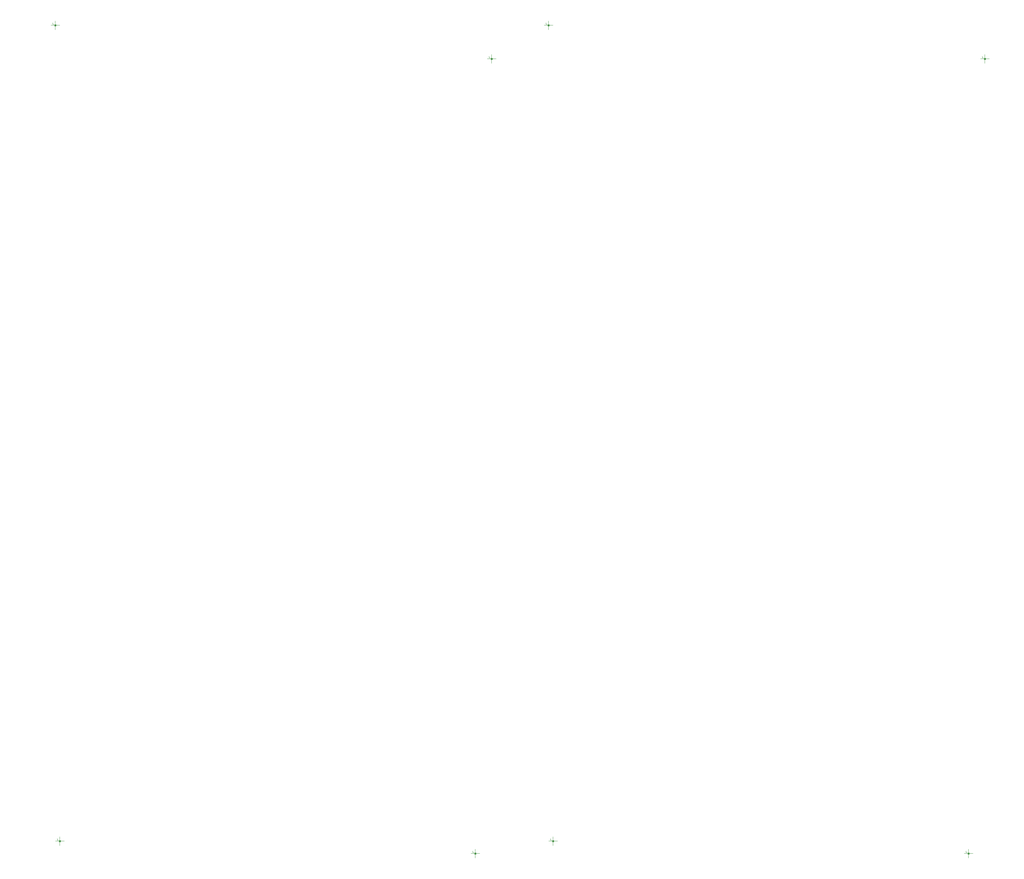
<source format=gbr>
*
%FSTAX45Y45*%
%MOMM*%
G04 A1 - las_cross_hole *
%AMA1lbv_3-2_scpt*
1,1,0.025400,0.000000,1.257300*
1,1,0.025400,0.000000,-1.257300*
20,1,0.025400,0.000000,1.257300,0.000000,-1.257300,0.0*
1,1,0.025400,1.257300,0.000000*
1,1,0.025400,-1.257300,0.000000*
20,1,0.025400,1.257300,0.000000,-1.257300,0.000000,0.0*
1,1,0.025400,-0.719842,0.797335*
1,1,0.025400,-0.719842,0.317930*
20,1,0.025400,-0.719842,0.797335,-0.719842,0.317930,0.0*
1,1,0.025400,-0.719842,0.317930*
1,1,0.025400,-0.400237,0.317930*
20,1,0.025400,-0.719842,0.317930,-0.400238,0.317930,0.0*
4,1,4,
-0.250000,-0.250000,
-0.250000,0.250000,
0.250000,0.250000,
0.250000,-0.250000,
-0.250000,-0.250000,
0.0000*
1,1,0.400000,0.000000,0.000000*
%
%ADD10C,0.099000*%
%ADD11A1lbv_3-2_scpt*%
%IPPOS*%
%LNlbv_3-2_scpt.gbr*%
%LPD*%
G75*
G54D10*
X-00015108Y000035D03*
G54D10*
X-00105108D03*
G54D10*
X-00135108D03*
G54D10*
X-00165108D03*
G54D10*
X-00195108D03*
G54D10*
X-00225108D03*
G54D10*
X-00045108D03*
G54D10*
X-000335Y00007392D03*
G54D10*
X-002144Y00008009D03*
G54D10*
X-00125168Y0000886D03*
G54D10*
X-00155168D03*
G54D10*
X-00059168D03*
G54D10*
X-000435Y00010392D03*
G54D10*
X-00201241Y000104D03*
G54D10*
X-00176259Y000106D03*
G54D10*
X-0001483Y0001118D03*
G54D10*
X-000035Y00012392D03*
G54D10*
X-000235D03*
G54D10*
X-001954Y00015009D03*
G54D10*
X-002074D03*
G54D10*
X-0004063Y0001698D03*
G54D10*
X-00243183Y00018215D03*
G54D10*
X-00233991Y000184D03*
G54D10*
X-001368Y0010069D03*
G54D10*
X-0019428Y0010177D03*
G54D10*
X-000745Y001025D03*
G54D10*
X-00114799Y00103849D03*
G54D10*
X-002346Y00103991D03*
G54D10*
X-0005897Y0010513D03*
G54D10*
X-000526Y0010586D03*
G54D10*
X-00156491Y001078D03*
G54D10*
X-00185938Y0010789D03*
G54D10*
X-00243183Y00108215D03*
G54D10*
X-00129751Y00108621D03*
G54D10*
X-00176991Y00109D03*
G54D10*
X-00167591Y001091D03*
G54D10*
X-0019521Y0011081D03*
G54D10*
X-001498Y0011369D03*
G54D10*
X-0005097Y0011413D03*
G54D10*
X-00114799Y00115849D03*
G54D10*
X-00232Y00116D03*
G54D10*
X-00064189Y00116423D03*
G54D10*
X-00138751Y00116621D03*
G54D10*
X-00129849Y00117201D03*
G54D10*
X-0002261Y00117912D03*
G54D10*
X-00164791Y001195D03*
G54D10*
X-00172791D03*
G54D10*
X-00184791D03*
G54D10*
X-00109621Y00122249D03*
G54D10*
X-00059189Y00122423D03*
G54D10*
X-00233398Y00123168D03*
G54D10*
X-00065189Y00123423D03*
G54D10*
X-0002261Y00123912D03*
G54D10*
X-001495Y001251D03*
G54D10*
X-00134519Y00125371D03*
G54D10*
X-00089769Y00126289D03*
G54D10*
X-00097769D03*
G54D10*
X-00077711Y00126769D03*
G54D10*
X-0021258Y0012831D03*
G54D10*
X-0016161Y0012833D03*
G54D10*
X-0018161D03*
G54D10*
X-00068458Y0012886D03*
G54D10*
X-00056189Y00129423D03*
G54D10*
X-0002261Y00129912D03*
G54D10*
X-00125519Y00130371D03*
G54D10*
X-00144519Y00131371D03*
G54D10*
X-00110519Y00133371D03*
G54D10*
X-002383Y00136D03*
G54D10*
X-00124289Y00136231D03*
G54D10*
X-00154289D03*
G54D10*
X-00184289D03*
G54D10*
X-00079289D03*
G54D10*
X-00094289D03*
G54D10*
X-0002261Y00163912D03*
G54D10*
X-000565Y00164074D03*
G54D10*
Y00169885D03*
G54D10*
X-0002261Y00169912D03*
G54D10*
X-000565Y00175885D03*
G54D10*
X-0002261Y00175912D03*
G54D10*
X-000565Y00181885D03*
G54D10*
X-0002261Y00181912D03*
G54D10*
X-000565Y00187885D03*
G54D10*
X-0002261Y00187912D03*
G54D10*
X-000565Y00193885D03*
G54D10*
X-0002261Y00193912D03*
G54D10*
X-000565Y00199885D03*
G54D10*
X-0002261Y00199912D03*
G54D10*
X-002204Y00023009D03*
G54D10*
X-001914Y00025009D03*
G54D10*
X-00172191Y00026D03*
G54D10*
X-002124Y00026009D03*
G54D10*
X-001825Y00026791D03*
G54D10*
X-002354Y00028009D03*
G54D10*
X-000565Y00205885D03*
G54D10*
X-0002261Y00205912D03*
G54D10*
X-000565Y00211885D03*
G54D10*
X-0002261Y00211912D03*
G54D10*
X-000565Y00217885D03*
G54D10*
X-0002261Y00217912D03*
G54D10*
X-000565Y00223885D03*
G54D10*
X-0002261Y00223912D03*
G54D10*
X-000565Y00229885D03*
G54D10*
X-0002261Y00229912D03*
G54D10*
X-000565Y00235885D03*
G54D10*
X-0002261Y00235912D03*
G54D10*
X-000565Y00241885D03*
G54D10*
X-0002261Y00241912D03*
G54D10*
X-000565Y00247885D03*
G54D10*
X-0002261Y00247912D03*
G54D10*
X-000565Y00253885D03*
G54D10*
X-0002261Y00253912D03*
G54D10*
X-000565Y00259885D03*
G54D10*
X-0002261Y00259912D03*
G54D10*
X-000565Y00265885D03*
G54D10*
X-0002261Y00265912D03*
G54D10*
X-000565Y00271885D03*
G54D10*
X-0002261Y00271912D03*
G54D10*
X-000565Y00277885D03*
G54D10*
X-0002261Y00277912D03*
G54D10*
X-000565Y00283885D03*
G54D10*
X-0002261Y00283912D03*
G54D10*
X-000565Y00289885D03*
G54D10*
X-0002261Y00289912D03*
G54D10*
X-000565Y00295885D03*
G54D10*
X-0002261Y00295912D03*
G54D10*
X-001761Y00037609D03*
G54D10*
X-001911D03*
G54D10*
X-002061D03*
G54D10*
X-00215009Y000396D03*
G54D10*
X-000565Y00301885D03*
G54D10*
X-0002261Y00301912D03*
G54D10*
X-000565Y00307885D03*
G54D10*
X-0002261Y00307912D03*
G54D10*
X-000565Y00313885D03*
G54D10*
X-0002261Y00313912D03*
G54D10*
X-000565Y00319885D03*
G54D10*
X-0002261Y00319912D03*
G54D10*
X-000565Y00325885D03*
G54D10*
X-0002261Y00325912D03*
G54D10*
X-000565Y00331885D03*
G54D10*
X-0002261Y00331912D03*
G54D10*
X-000565Y00337885D03*
G54D10*
X-0002261Y00337912D03*
G54D10*
X-000565Y00343885D03*
G54D10*
X-0002261Y00343912D03*
G54D10*
X-000565Y00349885D03*
G54D10*
X-0002261Y00349912D03*
G54D10*
X-000565Y00355885D03*
G54D10*
X-0002261Y00355912D03*
G54D10*
X-000565Y00361885D03*
G54D10*
X-0002261Y00361912D03*
G54D10*
X-000565Y00367885D03*
G54D10*
X-0002261Y00367912D03*
G54D10*
X-000565Y00373885D03*
G54D10*
X-0002261Y00373912D03*
G54D10*
X-000565Y00379885D03*
G54D10*
X-0002261Y00379912D03*
G54D10*
X-000565Y00385885D03*
G54D10*
X-0002261Y00385912D03*
G54D10*
X-000565Y00391885D03*
G54D10*
X-0002261Y00391912D03*
G54D10*
X-000565Y00397885D03*
G54D10*
X-0002261Y00397912D03*
G54D10*
X-00102652Y0004094D03*
G54D10*
X-00112652D03*
G54D10*
X-00122652D03*
G54D10*
X-00142652D03*
G54D10*
X-00152652D03*
G54D10*
X-00162652D03*
G54D10*
X-00072652D03*
G54D10*
X-00082652D03*
G54D10*
X-00092652D03*
G54D10*
X-00063452Y0004096D03*
G54D10*
X-00237832Y00041398D03*
G54D10*
X-00055698Y00046876D03*
G54D10*
X-00243183Y00048215D03*
G54D10*
X-00216168Y00049602D03*
G54D10*
X-000565Y00403885D03*
G54D10*
X-0002261Y00403912D03*
G54D10*
X-000565Y00409885D03*
G54D10*
X-0002261Y00409912D03*
G54D10*
X-000565Y00415885D03*
G54D10*
X-0002261Y00415912D03*
G54D10*
X-000565Y00421885D03*
G54D10*
X-0002261Y00421912D03*
G54D10*
X-000565Y00427885D03*
G54D10*
X-0002261Y00427912D03*
G54D10*
X-000565Y00433885D03*
G54D10*
X-0002261Y00433912D03*
G54D10*
X-000565Y00439885D03*
G54D10*
X-0002261Y00439912D03*
G54D10*
X-000565Y00445885D03*
G54D10*
X-0002261Y00445912D03*
G54D10*
X-000565Y00451885D03*
G54D10*
X-0002261Y00451912D03*
G54D10*
X-000565Y00457885D03*
G54D10*
X-0002261Y00457912D03*
G54D10*
X-000565Y00463885D03*
G54D10*
X-0002261Y00463912D03*
G54D10*
X-000565Y00469885D03*
G54D10*
X-0002261Y00469912D03*
G54D10*
X-000565Y00475885D03*
G54D10*
X-0002261Y00475912D03*
G54D10*
X-000565Y00481885D03*
G54D10*
X-00174791Y000515D03*
G54D10*
X-00187791D03*
G54D10*
X-00108062Y0005281D03*
G54D10*
X-00128062D03*
G54D10*
X-00148062D03*
G54D10*
X-00078062D03*
G54D10*
X-00088062D03*
G54D10*
X-00098062D03*
G54D10*
X-00067652Y0005294D03*
G54D10*
X-002356Y00053991D03*
G54D10*
X-0000353Y0005446D03*
G54D10*
X-00047798Y00054736D03*
G54D10*
X-00160062Y0005481D03*
G54D10*
X-00213034Y00058327D03*
G54D10*
X-0006062Y0005871D03*
G54D10*
X-00121938Y0005919D03*
G54D10*
X-00131938D03*
G54D10*
X-00229168Y00059602D03*
G54D10*
X-000565Y0051483D03*
G54D10*
X-0005198Y0058021D03*
G54D10*
X-000543Y005844D03*
G54D10*
X-00056Y005876D03*
G54D10*
X-000037Y00591D03*
G54D10*
X-000499Y005921D03*
G54D10*
X-0001Y005932D03*
G54D10*
X-00053Y005938D03*
G54D10*
X-00056Y00594D03*
G54D10*
X-000071Y005963D03*
G54D10*
X-000499Y005984D03*
G54D10*
X-0001Y005998D03*
G54D10*
X-00041698Y00060876D03*
G54D10*
X-002015Y00061209D03*
G54D10*
X-00102362Y0006234D03*
G54D10*
X-00072752D03*
G54D10*
X-00082362D03*
G54D10*
X-00092362D03*
G54D10*
X-001925Y00063209D03*
G54D10*
X-001835Y00064209D03*
G54D10*
X-00110554Y00065729D03*
G54D10*
X-0006704Y0006586D03*
G54D10*
X-00221034Y00066327D03*
G54D10*
X-0005262Y0006671D03*
G54D10*
X-0017481Y00067938D03*
G54D10*
X-00213791Y000685D03*
G54D10*
X-00127943Y00068798D03*
G54D10*
X-00033698Y00068876D03*
G54D10*
X-000528Y006D03*
G54D10*
X-000041Y00600064D03*
G54D10*
X-000559Y006001D03*
G54D10*
X-00010089Y0060302D03*
G54D10*
X-00053122Y00603102D03*
G54D10*
X-00077462Y0007036D03*
G54D10*
X-0007197Y0007213D03*
G54D10*
X-0003006Y0007248D03*
G54D10*
X-002015Y00073209D03*
G54D10*
X-002235D03*
G54D10*
X-00090769Y00073789D03*
G54D10*
X-00098769D03*
G54D10*
X-0011892Y0007411D03*
G54D10*
X-0004462Y0007471D03*
G54D10*
X-0005804Y0007486D03*
G54D10*
X-001925Y00075209D03*
G54D10*
X-002344Y00076009D03*
G54D10*
X-00110751Y00077621D03*
G54D10*
X-00243183Y00078215D03*
G54D10*
X-0006497Y0007913D03*
G54D10*
X-001835Y00079209D03*
G54D10*
X-0013221Y00079938D03*
G54D10*
X-0007297Y0008113D03*
G54D10*
X-0017541Y00081238D03*
G54D10*
X-0003762Y0008171D03*
G54D10*
X-0005104Y0008186D03*
G54D10*
X-002085Y00083209D03*
G54D10*
X-002175D03*
G54D10*
X-00170062Y0008481D03*
G54D10*
X-00140062Y0008491D03*
G54D10*
X-00156062D03*
G54D10*
X-0005697Y0008713D03*
G54D10*
X-001136Y000873D03*
G54D10*
X-00193791Y000875D03*
G54D10*
X-0006697Y0008813D03*
G54D10*
X-0004404Y0008886D03*
G54D10*
X-001258Y0008969D03*
G54D10*
X-000711Y000909D03*
G54D10*
X-00151938Y0009319D03*
G54D10*
X-00167938D03*
G54D10*
X-0004997Y0009413D03*
G54D10*
X-0006082Y0009581D03*
G54D10*
X-0006597Y0009713D03*
G54D10*
X-00181938Y0009719D03*
G54D10*
X-00120751Y00097621D03*
G54D10*
X-00161038Y0009919D03*
G54D10*
X-00011Y005783D03*
G54D10*
X-000126Y005809D03*
G54D10*
X-000044Y005118D03*
G54D10*
Y005148D03*
G54D10*
X-000127Y00584799D03*
G54D10*
X-00012641Y0058828D03*
G54D10*
X-00015108Y011265D03*
G54D10*
X-00105108D03*
G54D10*
X-00135108D03*
G54D10*
X-00165108D03*
G54D10*
X-00195108D03*
G54D10*
X-00225108D03*
G54D10*
X-00045108D03*
G54D10*
X-000335Y01130392D03*
G54D10*
X-002144Y01131009D03*
G54D10*
X-00125168Y0113186D03*
G54D10*
X-00155168D03*
G54D10*
X-00059168D03*
G54D10*
X-000435Y01133392D03*
G54D10*
X-00201241Y011334D03*
G54D10*
X-00176259Y011336D03*
G54D10*
X-0001483Y0113418D03*
G54D10*
X-000035Y01135392D03*
G54D10*
X-000235D03*
G54D10*
X-001954Y01138009D03*
G54D10*
X-002074D03*
G54D10*
X-0004063Y0113998D03*
G54D10*
X-00243183Y01141215D03*
G54D10*
X-00233991Y011414D03*
G54D10*
X-001368Y0122369D03*
G54D10*
X-0019428Y0122477D03*
G54D10*
X-000745Y012255D03*
G54D10*
X-00114799Y01226849D03*
G54D10*
X-002346Y01226991D03*
G54D10*
X-0005897Y0122813D03*
G54D10*
X-000526Y0122886D03*
G54D10*
X-00156491Y012308D03*
G54D10*
X-00185938Y0123089D03*
G54D10*
X-00243183Y01231215D03*
G54D10*
X-00129751Y01231621D03*
G54D10*
X-00176991Y01232D03*
G54D10*
X-00167591Y012321D03*
G54D10*
X-0019521Y0123381D03*
G54D10*
X-001498Y0123669D03*
G54D10*
X-0005097Y0123713D03*
G54D10*
X-00114799Y01238849D03*
G54D10*
X-00232Y01239D03*
G54D10*
X-00064189Y01239423D03*
G54D10*
X-00138751Y01239621D03*
G54D10*
X-00129849Y01240201D03*
G54D10*
X-0002261Y01240912D03*
G54D10*
X-00164791Y012425D03*
G54D10*
X-00172791D03*
G54D10*
X-00184791D03*
G54D10*
X-00109621Y01245249D03*
G54D10*
X-00059189Y01245423D03*
G54D10*
X-00233398Y01246168D03*
G54D10*
X-00065189Y01246423D03*
G54D10*
X-0002261Y01246912D03*
G54D10*
X-001495Y012481D03*
G54D10*
X-00134519Y01248371D03*
G54D10*
X-00089769Y01249289D03*
G54D10*
X-00097769D03*
G54D10*
X-00077711Y01249769D03*
G54D10*
X-0021258Y0125131D03*
G54D10*
X-0016161Y0125133D03*
G54D10*
X-0018161D03*
G54D10*
X-00068458Y0125186D03*
G54D10*
X-00056189Y01252423D03*
G54D10*
X-0002261Y01252912D03*
G54D10*
X-00125519Y01253371D03*
G54D10*
X-00144519Y01254371D03*
G54D10*
X-00110519Y01256371D03*
G54D10*
X-002383Y01259D03*
G54D10*
X-00124289Y01259231D03*
G54D10*
X-00154289D03*
G54D10*
X-00184289D03*
G54D10*
X-00079289D03*
G54D10*
X-00094289D03*
G54D10*
X-0002261Y01286912D03*
G54D10*
X-000565Y01287074D03*
G54D10*
Y01292885D03*
G54D10*
X-0002261Y01292912D03*
G54D10*
X-000565Y01298885D03*
G54D10*
X-0002261Y01298912D03*
G54D10*
X-000565Y01304885D03*
G54D10*
X-0002261Y01304912D03*
G54D10*
X-000565Y01310885D03*
G54D10*
X-0002261Y01310912D03*
G54D10*
X-000565Y01316885D03*
G54D10*
X-0002261Y01316912D03*
G54D10*
X-000565Y01322885D03*
G54D10*
X-0002261Y01322912D03*
G54D10*
X-002204Y01146009D03*
G54D10*
X-001914Y01148009D03*
G54D10*
X-00172191Y01149D03*
G54D10*
X-002124Y01149009D03*
G54D10*
X-001825Y01149791D03*
G54D10*
X-002354Y01151009D03*
G54D10*
X-000565Y01328885D03*
G54D10*
X-0002261Y01328912D03*
G54D10*
X-000565Y01334885D03*
G54D10*
X-0002261Y01334912D03*
G54D10*
X-000565Y01340885D03*
G54D10*
X-0002261Y01340912D03*
G54D10*
X-000565Y01346885D03*
G54D10*
X-0002261Y01346912D03*
G54D10*
X-000565Y01352885D03*
G54D10*
X-0002261Y01352912D03*
G54D10*
X-000565Y01358885D03*
G54D10*
X-0002261Y01358912D03*
G54D10*
X-000565Y01364885D03*
G54D10*
X-0002261Y01364912D03*
G54D10*
X-000565Y01370885D03*
G54D10*
X-0002261Y01370912D03*
G54D10*
X-000565Y01376885D03*
G54D10*
X-0002261Y01376912D03*
G54D10*
X-000565Y01382885D03*
G54D10*
X-0002261Y01382912D03*
G54D10*
X-000565Y01388885D03*
G54D10*
X-0002261Y01388912D03*
G54D10*
X-000565Y01394885D03*
G54D10*
X-0002261Y01394912D03*
G54D10*
X-000565Y01400885D03*
G54D10*
X-0002261Y01400912D03*
G54D10*
X-000565Y01406885D03*
G54D10*
X-0002261Y01406912D03*
G54D10*
X-000565Y01412885D03*
G54D10*
X-0002261Y01412912D03*
G54D10*
X-000565Y01418885D03*
G54D10*
X-0002261Y01418912D03*
G54D10*
X-001761Y01160609D03*
G54D10*
X-001911D03*
G54D10*
X-002061D03*
G54D10*
X-00215009Y011626D03*
G54D10*
X-000565Y01424885D03*
G54D10*
X-0002261Y01424912D03*
G54D10*
X-000565Y01430885D03*
G54D10*
X-0002261Y01430912D03*
G54D10*
X-000565Y01436885D03*
G54D10*
X-0002261Y01436912D03*
G54D10*
X-000565Y01442885D03*
G54D10*
X-0002261Y01442912D03*
G54D10*
X-000565Y01448885D03*
G54D10*
X-0002261Y01448912D03*
G54D10*
X-000565Y01454885D03*
G54D10*
X-0002261Y01454912D03*
G54D10*
X-000565Y01460885D03*
G54D10*
X-0002261Y01460912D03*
G54D10*
X-000565Y01466885D03*
G54D10*
X-0002261Y01466912D03*
G54D10*
X-000565Y01472885D03*
G54D10*
X-0002261Y01472912D03*
G54D10*
X-000565Y01478885D03*
G54D10*
X-0002261Y01478912D03*
G54D10*
X-000565Y01484885D03*
G54D10*
X-0002261Y01484912D03*
G54D10*
X-000565Y01490885D03*
G54D10*
X-0002261Y01490912D03*
G54D10*
X-000565Y01496885D03*
G54D10*
X-0002261Y01496912D03*
G54D10*
X-000565Y01502885D03*
G54D10*
X-0002261Y01502912D03*
G54D10*
X-000565Y01508885D03*
G54D10*
X-0002261Y01508912D03*
G54D10*
X-000565Y01514885D03*
G54D10*
X-0002261Y01514912D03*
G54D10*
X-000565Y01520885D03*
G54D10*
X-0002261Y01520912D03*
G54D10*
X-00102652Y0116394D03*
G54D10*
X-00112652D03*
G54D10*
X-00122652D03*
G54D10*
X-00142652D03*
G54D10*
X-00152652D03*
G54D10*
X-00162652D03*
G54D10*
X-00072652D03*
G54D10*
X-00082652D03*
G54D10*
X-00092652D03*
G54D10*
X-00063452Y0116396D03*
G54D10*
X-00237832Y01164398D03*
G54D10*
X-00055698Y01169876D03*
G54D10*
X-00243183Y01171215D03*
G54D10*
X-00216168Y01172602D03*
G54D10*
X-000565Y01526885D03*
G54D10*
X-0002261Y01526912D03*
G54D10*
X-000565Y01532885D03*
G54D10*
X-0002261Y01532912D03*
G54D10*
X-000565Y01538885D03*
G54D10*
X-0002261Y01538912D03*
G54D10*
X-000565Y01544885D03*
G54D10*
X-0002261Y01544912D03*
G54D10*
X-000565Y01550885D03*
G54D10*
X-0002261Y01550912D03*
G54D10*
X-000565Y01556885D03*
G54D10*
X-0002261Y01556912D03*
G54D10*
X-000565Y01562885D03*
G54D10*
X-0002261Y01562912D03*
G54D10*
X-000565Y01568885D03*
G54D10*
X-0002261Y01568912D03*
G54D10*
X-000565Y01574885D03*
G54D10*
X-0002261Y01574912D03*
G54D10*
X-000565Y01580885D03*
G54D10*
X-0002261Y01580912D03*
G54D10*
X-000565Y01586885D03*
G54D10*
X-0002261Y01586912D03*
G54D10*
X-000565Y01592885D03*
G54D10*
X-0002261Y01592912D03*
G54D10*
X-000565Y01598885D03*
G54D10*
X-0002261Y01598912D03*
G54D10*
X-000565Y01604885D03*
G54D10*
X-00174791Y011745D03*
G54D10*
X-00187791D03*
G54D10*
X-00108062Y0117581D03*
G54D10*
X-00128062D03*
G54D10*
X-00148062D03*
G54D10*
X-00078062D03*
G54D10*
X-00088062D03*
G54D10*
X-00098062D03*
G54D10*
X-00067652Y0117594D03*
G54D10*
X-002356Y01176991D03*
G54D10*
X-0000353Y0117746D03*
G54D10*
X-00047798Y01177736D03*
G54D10*
X-00160062Y0117781D03*
G54D10*
X-00213034Y01181327D03*
G54D10*
X-0006062Y0118171D03*
G54D10*
X-00121938Y0118219D03*
G54D10*
X-00131938D03*
G54D10*
X-00229168Y01182602D03*
G54D10*
X-000565Y0163783D03*
G54D10*
X-0005198Y0170321D03*
G54D10*
X-000543Y017074D03*
G54D10*
X-00056Y017106D03*
G54D10*
X-000037Y01714D03*
G54D10*
X-000499Y017151D03*
G54D10*
X-0001Y017162D03*
G54D10*
X-00053Y017168D03*
G54D10*
X-00056Y01717D03*
G54D10*
X-000071Y017193D03*
G54D10*
X-000499Y017214D03*
G54D10*
X-0001Y017228D03*
G54D10*
X-00041698Y01183876D03*
G54D10*
X-002015Y01184209D03*
G54D10*
X-00102362Y0118534D03*
G54D10*
X-00072752D03*
G54D10*
X-00082362D03*
G54D10*
X-00092362D03*
G54D10*
X-001925Y01186209D03*
G54D10*
X-001835Y01187209D03*
G54D10*
X-00110554Y01188729D03*
G54D10*
X-0006704Y0118886D03*
G54D10*
X-00221034Y01189327D03*
G54D10*
X-0005262Y0118971D03*
G54D10*
X-0017481Y01190938D03*
G54D10*
X-00213791Y011915D03*
G54D10*
X-00127943Y01191798D03*
G54D10*
X-00033698Y01191876D03*
G54D10*
X-000528Y01723D03*
G54D10*
X-000041Y01723064D03*
G54D10*
X-000559Y017231D03*
G54D10*
X-00010089Y0172602D03*
G54D10*
X-00053122Y01726102D03*
G54D10*
X-00077462Y0119336D03*
G54D10*
X-0007197Y0119513D03*
G54D10*
X-0003006Y0119548D03*
G54D10*
X-002015Y01196209D03*
G54D10*
X-002235D03*
G54D10*
X-00090769Y01196789D03*
G54D10*
X-00098769D03*
G54D10*
X-0011892Y0119711D03*
G54D10*
X-0004462Y0119771D03*
G54D10*
X-0005804Y0119786D03*
G54D10*
X-001925Y01198209D03*
G54D10*
X-002344Y01199009D03*
G54D10*
X-00110751Y01200621D03*
G54D10*
X-00243183Y01201215D03*
G54D10*
X-0006497Y0120213D03*
G54D10*
X-001835Y01202209D03*
G54D10*
X-0013221Y01202938D03*
G54D10*
X-0007297Y0120413D03*
G54D10*
X-0017541Y01204238D03*
G54D10*
X-0003762Y0120471D03*
G54D10*
X-0005104Y0120486D03*
G54D10*
X-002085Y01206209D03*
G54D10*
X-002175D03*
G54D10*
X-00170062Y0120781D03*
G54D10*
X-00140062Y0120791D03*
G54D10*
X-00156062D03*
G54D10*
X-0005697Y0121013D03*
G54D10*
X-001136Y012103D03*
G54D10*
X-00193791Y012105D03*
G54D10*
X-0006697Y0121113D03*
G54D10*
X-0004404Y0121186D03*
G54D10*
X-001258Y0121269D03*
G54D10*
X-000711Y012139D03*
G54D10*
X-00151938Y0121619D03*
G54D10*
X-00167938D03*
G54D10*
X-0004997Y0121713D03*
G54D10*
X-0006082Y0121881D03*
G54D10*
X-0006597Y0122013D03*
G54D10*
X-00181938Y0122019D03*
G54D10*
X-00120751Y01220621D03*
G54D10*
X-00161038Y0122219D03*
G54D10*
X-00011Y017013D03*
G54D10*
X-000126Y017039D03*
G54D10*
X-000044Y016348D03*
G54D10*
Y016378D03*
G54D10*
X-000127Y01707799D03*
G54D10*
X-00012641Y0171128D03*
G54D10*
X00444892Y000035D03*
G54D10*
X00354892D03*
G54D10*
X00324892D03*
G54D10*
X00294892D03*
G54D10*
X00264892D03*
G54D10*
X00234892D03*
G54D10*
X00414892D03*
G54D10*
X004265Y00007392D03*
G54D10*
X002456Y00008009D03*
G54D10*
X00334832Y0000886D03*
G54D10*
X00304832D03*
G54D10*
X00400832D03*
G54D10*
X004165Y00010392D03*
G54D10*
X00258759Y000104D03*
G54D10*
X00283741Y000106D03*
G54D10*
X0044517Y0001118D03*
G54D10*
X004565Y00012392D03*
G54D10*
X004365D03*
G54D10*
X002646Y00015009D03*
G54D10*
X002526D03*
G54D10*
X0041937Y0001698D03*
G54D10*
X00216817Y00018215D03*
G54D10*
X00226009Y000184D03*
G54D10*
X003232Y0010069D03*
G54D10*
X0026572Y0010177D03*
G54D10*
X003855Y001025D03*
G54D10*
X00345201Y00103849D03*
G54D10*
X002254Y00103991D03*
G54D10*
X0040103Y0010513D03*
G54D10*
X004074Y0010586D03*
G54D10*
X00303509Y001078D03*
G54D10*
X00274062Y0010789D03*
G54D10*
X00216817Y00108215D03*
G54D10*
X00330249Y00108621D03*
G54D10*
X00283009Y00109D03*
G54D10*
X00292409Y001091D03*
G54D10*
X0026479Y0011081D03*
G54D10*
X003102Y0011369D03*
G54D10*
X0040903Y0011413D03*
G54D10*
X00345201Y00115849D03*
G54D10*
X00228Y00116D03*
G54D10*
X00395811Y00116423D03*
G54D10*
X00321249Y00116621D03*
G54D10*
X00330151Y00117201D03*
G54D10*
X0043739Y00117912D03*
G54D10*
X00295209Y001195D03*
G54D10*
X00287209D03*
G54D10*
X00275209D03*
G54D10*
X00350379Y00122249D03*
G54D10*
X00400811Y00122423D03*
G54D10*
X00226602Y00123168D03*
G54D10*
X00394811Y00123423D03*
G54D10*
X0043739Y00123912D03*
G54D10*
X003105Y001251D03*
G54D10*
X00325481Y00125371D03*
G54D10*
X00370231Y00126289D03*
G54D10*
X00362231D03*
G54D10*
X00382289Y00126769D03*
G54D10*
X0024742Y0012831D03*
G54D10*
X0029839Y0012833D03*
G54D10*
X0027839D03*
G54D10*
X00391542Y0012886D03*
G54D10*
X00403811Y00129423D03*
G54D10*
X0043739Y00129912D03*
G54D10*
X00334481Y00130371D03*
G54D10*
X00315481Y00131371D03*
G54D10*
X00349481Y00133371D03*
G54D10*
X002217Y00136D03*
G54D10*
X00335711Y00136231D03*
G54D10*
X00305711D03*
G54D10*
X00275711D03*
G54D10*
X00380711D03*
G54D10*
X00365711D03*
G54D10*
X0043739Y00163912D03*
G54D10*
X004035Y00164074D03*
G54D10*
Y00169885D03*
G54D10*
X0043739Y00169912D03*
G54D10*
X004035Y00175885D03*
G54D10*
X0043739Y00175912D03*
G54D10*
X004035Y00181885D03*
G54D10*
X0043739Y00181912D03*
G54D10*
X004035Y00187885D03*
G54D10*
X0043739Y00187912D03*
G54D10*
X004035Y00193885D03*
G54D10*
X0043739Y00193912D03*
G54D10*
X004035Y00199885D03*
G54D10*
X0043739Y00199912D03*
G54D10*
X002396Y00023009D03*
G54D10*
X002686Y00025009D03*
G54D10*
X00287809Y00026D03*
G54D10*
X002476Y00026009D03*
G54D10*
X002775Y00026791D03*
G54D10*
X002246Y00028009D03*
G54D10*
X004035Y00205885D03*
G54D10*
X0043739Y00205912D03*
G54D10*
X004035Y00211885D03*
G54D10*
X0043739Y00211912D03*
G54D10*
X004035Y00217885D03*
G54D10*
X0043739Y00217912D03*
G54D10*
X004035Y00223885D03*
G54D10*
X0043739Y00223912D03*
G54D10*
X004035Y00229885D03*
G54D10*
X0043739Y00229912D03*
G54D10*
X004035Y00235885D03*
G54D10*
X0043739Y00235912D03*
G54D10*
X004035Y00241885D03*
G54D10*
X0043739Y00241912D03*
G54D10*
X004035Y00247885D03*
G54D10*
X0043739Y00247912D03*
G54D10*
X004035Y00253885D03*
G54D10*
X0043739Y00253912D03*
G54D10*
X004035Y00259885D03*
G54D10*
X0043739Y00259912D03*
G54D10*
X004035Y00265885D03*
G54D10*
X0043739Y00265912D03*
G54D10*
X004035Y00271885D03*
G54D10*
X0043739Y00271912D03*
G54D10*
X004035Y00277885D03*
G54D10*
X0043739Y00277912D03*
G54D10*
X004035Y00283885D03*
G54D10*
X0043739Y00283912D03*
G54D10*
X004035Y00289885D03*
G54D10*
X0043739Y00289912D03*
G54D10*
X004035Y00295885D03*
G54D10*
X0043739Y00295912D03*
G54D10*
X002839Y00037609D03*
G54D10*
X002689D03*
G54D10*
X002539D03*
G54D10*
X00244991Y000396D03*
G54D10*
X004035Y00301885D03*
G54D10*
X0043739Y00301912D03*
G54D10*
X004035Y00307885D03*
G54D10*
X0043739Y00307912D03*
G54D10*
X004035Y00313885D03*
G54D10*
X0043739Y00313912D03*
G54D10*
X004035Y00319885D03*
G54D10*
X0043739Y00319912D03*
G54D10*
X004035Y00325885D03*
G54D10*
X0043739Y00325912D03*
G54D10*
X004035Y00331885D03*
G54D10*
X0043739Y00331912D03*
G54D10*
X004035Y00337885D03*
G54D10*
X0043739Y00337912D03*
G54D10*
X004035Y00343885D03*
G54D10*
X0043739Y00343912D03*
G54D10*
X004035Y00349885D03*
G54D10*
X0043739Y00349912D03*
G54D10*
X004035Y00355885D03*
G54D10*
X0043739Y00355912D03*
G54D10*
X004035Y00361885D03*
G54D10*
X0043739Y00361912D03*
G54D10*
X004035Y00367885D03*
G54D10*
X0043739Y00367912D03*
G54D10*
X004035Y00373885D03*
G54D10*
X0043739Y00373912D03*
G54D10*
X004035Y00379885D03*
G54D10*
X0043739Y00379912D03*
G54D10*
X004035Y00385885D03*
G54D10*
X0043739Y00385912D03*
G54D10*
X004035Y00391885D03*
G54D10*
X0043739Y00391912D03*
G54D10*
X004035Y00397885D03*
G54D10*
X0043739Y00397912D03*
G54D10*
X00357348Y0004094D03*
G54D10*
X00347348D03*
G54D10*
X00337348D03*
G54D10*
X00317348D03*
G54D10*
X00307348D03*
G54D10*
X00297348D03*
G54D10*
X00387348D03*
G54D10*
X00377348D03*
G54D10*
X00367348D03*
G54D10*
X00396548Y0004096D03*
G54D10*
X00222168Y00041398D03*
G54D10*
X00404302Y00046876D03*
G54D10*
X00216817Y00048215D03*
G54D10*
X00243832Y00049602D03*
G54D10*
X004035Y00403885D03*
G54D10*
X0043739Y00403912D03*
G54D10*
X004035Y00409885D03*
G54D10*
X0043739Y00409912D03*
G54D10*
X004035Y00415885D03*
G54D10*
X0043739Y00415912D03*
G54D10*
X004035Y00421885D03*
G54D10*
X0043739Y00421912D03*
G54D10*
X004035Y00427885D03*
G54D10*
X0043739Y00427912D03*
G54D10*
X004035Y00433885D03*
G54D10*
X0043739Y00433912D03*
G54D10*
X004035Y00439885D03*
G54D10*
X0043739Y00439912D03*
G54D10*
X004035Y00445885D03*
G54D10*
X0043739Y00445912D03*
G54D10*
X004035Y00451885D03*
G54D10*
X0043739Y00451912D03*
G54D10*
X004035Y00457885D03*
G54D10*
X0043739Y00457912D03*
G54D10*
X004035Y00463885D03*
G54D10*
X0043739Y00463912D03*
G54D10*
X004035Y00469885D03*
G54D10*
X0043739Y00469912D03*
G54D10*
X004035Y00475885D03*
G54D10*
X0043739Y00475912D03*
G54D10*
X004035Y00481885D03*
G54D10*
X00285209Y000515D03*
G54D10*
X00272209D03*
G54D10*
X00351938Y0005281D03*
G54D10*
X00331938D03*
G54D10*
X00311938D03*
G54D10*
X00381938D03*
G54D10*
X00371938D03*
G54D10*
X00361938D03*
G54D10*
X00392348Y0005294D03*
G54D10*
X002244Y00053991D03*
G54D10*
X0045647Y0005446D03*
G54D10*
X00412202Y00054736D03*
G54D10*
X00299938Y0005481D03*
G54D10*
X00246966Y00058327D03*
G54D10*
X0039938Y0005871D03*
G54D10*
X00338062Y0005919D03*
G54D10*
X00328062D03*
G54D10*
X00230832Y00059602D03*
G54D10*
X004035Y0051483D03*
G54D10*
X0040802Y0058021D03*
G54D10*
X004057Y005844D03*
G54D10*
X00404Y005876D03*
G54D10*
X004563Y00591D03*
G54D10*
X004101Y005921D03*
G54D10*
X0045Y005932D03*
G54D10*
X00407Y005938D03*
G54D10*
X00404Y00594D03*
G54D10*
X004529Y005963D03*
G54D10*
X004101Y005984D03*
G54D10*
X0045Y005998D03*
G54D10*
X00418302Y00060876D03*
G54D10*
X002585Y00061209D03*
G54D10*
X00357638Y0006234D03*
G54D10*
X00387248D03*
G54D10*
X00377638D03*
G54D10*
X00367638D03*
G54D10*
X002675Y00063209D03*
G54D10*
X002765Y00064209D03*
G54D10*
X00349446Y00065729D03*
G54D10*
X0039296Y0006586D03*
G54D10*
X00238966Y00066327D03*
G54D10*
X0040738Y0006671D03*
G54D10*
X0028519Y00067938D03*
G54D10*
X00246209Y000685D03*
G54D10*
X00332057Y00068798D03*
G54D10*
X00426302Y00068876D03*
G54D10*
X004072Y006D03*
G54D10*
X004559Y00600064D03*
G54D10*
X004041Y006001D03*
G54D10*
X00449911Y0060302D03*
G54D10*
X00406878Y00603102D03*
G54D10*
X00382538Y0007036D03*
G54D10*
X0038803Y0007213D03*
G54D10*
X0042994Y0007248D03*
G54D10*
X002585Y00073209D03*
G54D10*
X002365D03*
G54D10*
X00369231Y00073789D03*
G54D10*
X00361231D03*
G54D10*
X0034108Y0007411D03*
G54D10*
X0041538Y0007471D03*
G54D10*
X0040196Y0007486D03*
G54D10*
X002675Y00075209D03*
G54D10*
X002256Y00076009D03*
G54D10*
X00349249Y00077621D03*
G54D10*
X00216817Y00078215D03*
G54D10*
X0039503Y0007913D03*
G54D10*
X002765Y00079209D03*
G54D10*
X0032779Y00079938D03*
G54D10*
X0038703Y0008113D03*
G54D10*
X0028459Y00081238D03*
G54D10*
X0042238Y0008171D03*
G54D10*
X0040896Y0008186D03*
G54D10*
X002515Y00083209D03*
G54D10*
X002425D03*
G54D10*
X00289938Y0008481D03*
G54D10*
X00319938Y0008491D03*
G54D10*
X00303938D03*
G54D10*
X0040303Y0008713D03*
G54D10*
X003464Y000873D03*
G54D10*
X00266209Y000875D03*
G54D10*
X0039303Y0008813D03*
G54D10*
X0041596Y0008886D03*
G54D10*
X003342Y0008969D03*
G54D10*
X003889Y000909D03*
G54D10*
X00308062Y0009319D03*
G54D10*
X00292062D03*
G54D10*
X0041003Y0009413D03*
G54D10*
X0039918Y0009581D03*
G54D10*
X0039403Y0009713D03*
G54D10*
X00278062Y0009719D03*
G54D10*
X00339249Y00097621D03*
G54D10*
X00298962Y0009919D03*
G54D10*
X00449Y005783D03*
G54D10*
X004474Y005809D03*
G54D10*
X004556Y005118D03*
G54D10*
Y005148D03*
G54D10*
X004473Y00584799D03*
G54D10*
X00447359Y0058828D03*
G54D10*
X00444892Y011265D03*
G54D10*
X00354892D03*
G54D10*
X00324892D03*
G54D10*
X00294892D03*
G54D10*
X00264892D03*
G54D10*
X00234892D03*
G54D10*
X00414892D03*
G54D10*
X004265Y01130392D03*
G54D10*
X002456Y01131009D03*
G54D10*
X00334832Y0113186D03*
G54D10*
X00304832D03*
G54D10*
X00400832D03*
G54D10*
X004165Y01133392D03*
G54D10*
X00258759Y011334D03*
G54D10*
X00283741Y011336D03*
G54D10*
X0044517Y0113418D03*
G54D10*
X004565Y01135392D03*
G54D10*
X004365D03*
G54D10*
X002646Y01138009D03*
G54D10*
X002526D03*
G54D10*
X0041937Y0113998D03*
G54D10*
X00216817Y01141215D03*
G54D10*
X00226009Y011414D03*
G54D10*
X003232Y0122369D03*
G54D10*
X0026572Y0122477D03*
G54D10*
X003855Y012255D03*
G54D10*
X00345201Y01226849D03*
G54D10*
X002254Y01226991D03*
G54D10*
X0040103Y0122813D03*
G54D10*
X004074Y0122886D03*
G54D10*
X00303509Y012308D03*
G54D10*
X00274062Y0123089D03*
G54D10*
X00216817Y01231215D03*
G54D10*
X00330249Y01231621D03*
G54D10*
X00283009Y01232D03*
G54D10*
X00292409Y012321D03*
G54D10*
X0026479Y0123381D03*
G54D10*
X003102Y0123669D03*
G54D10*
X0040903Y0123713D03*
G54D10*
X00345201Y01238849D03*
G54D10*
X00228Y01239D03*
G54D10*
X00395811Y01239423D03*
G54D10*
X00321249Y01239621D03*
G54D10*
X00330151Y01240201D03*
G54D10*
X0043739Y01240912D03*
G54D10*
X00295209Y012425D03*
G54D10*
X00287209D03*
G54D10*
X00275209D03*
G54D10*
X00350379Y01245249D03*
G54D10*
X00400811Y01245423D03*
G54D10*
X00226602Y01246168D03*
G54D10*
X00394811Y01246423D03*
G54D10*
X0043739Y01246912D03*
G54D10*
X003105Y012481D03*
G54D10*
X00325481Y01248371D03*
G54D10*
X00370231Y01249289D03*
G54D10*
X00362231D03*
G54D10*
X00382289Y01249769D03*
G54D10*
X0024742Y0125131D03*
G54D10*
X0029839Y0125133D03*
G54D10*
X0027839D03*
G54D10*
X00391542Y0125186D03*
G54D10*
X00403811Y01252423D03*
G54D10*
X0043739Y01252912D03*
G54D10*
X00334481Y01253371D03*
G54D10*
X00315481Y01254371D03*
G54D10*
X00349481Y01256371D03*
G54D10*
X002217Y01259D03*
G54D10*
X00335711Y01259231D03*
G54D10*
X00305711D03*
G54D10*
X00275711D03*
G54D10*
X00380711D03*
G54D10*
X00365711D03*
G54D10*
X0043739Y01286912D03*
G54D10*
X004035Y01287074D03*
G54D10*
Y01292885D03*
G54D10*
X0043739Y01292912D03*
G54D10*
X004035Y01298885D03*
G54D10*
X0043739Y01298912D03*
G54D10*
X004035Y01304885D03*
G54D10*
X0043739Y01304912D03*
G54D10*
X004035Y01310885D03*
G54D10*
X0043739Y01310912D03*
G54D10*
X004035Y01316885D03*
G54D10*
X0043739Y01316912D03*
G54D10*
X004035Y01322885D03*
G54D10*
X0043739Y01322912D03*
G54D10*
X002396Y01146009D03*
G54D10*
X002686Y01148009D03*
G54D10*
X00287809Y01149D03*
G54D10*
X002476Y01149009D03*
G54D10*
X002775Y01149791D03*
G54D10*
X002246Y01151009D03*
G54D10*
X004035Y01328885D03*
G54D10*
X0043739Y01328912D03*
G54D10*
X004035Y01334885D03*
G54D10*
X0043739Y01334912D03*
G54D10*
X004035Y01340885D03*
G54D10*
X0043739Y01340912D03*
G54D10*
X004035Y01346885D03*
G54D10*
X0043739Y01346912D03*
G54D10*
X004035Y01352885D03*
G54D10*
X0043739Y01352912D03*
G54D10*
X004035Y01358885D03*
G54D10*
X0043739Y01358912D03*
G54D10*
X004035Y01364885D03*
G54D10*
X0043739Y01364912D03*
G54D10*
X004035Y01370885D03*
G54D10*
X0043739Y01370912D03*
G54D10*
X004035Y01376885D03*
G54D10*
X0043739Y01376912D03*
G54D10*
X004035Y01382885D03*
G54D10*
X0043739Y01382912D03*
G54D10*
X004035Y01388885D03*
G54D10*
X0043739Y01388912D03*
G54D10*
X004035Y01394885D03*
G54D10*
X0043739Y01394912D03*
G54D10*
X004035Y01400885D03*
G54D10*
X0043739Y01400912D03*
G54D10*
X004035Y01406885D03*
G54D10*
X0043739Y01406912D03*
G54D10*
X004035Y01412885D03*
G54D10*
X0043739Y01412912D03*
G54D10*
X004035Y01418885D03*
G54D10*
X0043739Y01418912D03*
G54D10*
X002839Y01160609D03*
G54D10*
X002689D03*
G54D10*
X002539D03*
G54D10*
X00244991Y011626D03*
G54D10*
X004035Y01424885D03*
G54D10*
X0043739Y01424912D03*
G54D10*
X004035Y01430885D03*
G54D10*
X0043739Y01430912D03*
G54D10*
X004035Y01436885D03*
G54D10*
X0043739Y01436912D03*
G54D10*
X004035Y01442885D03*
G54D10*
X0043739Y01442912D03*
G54D10*
X004035Y01448885D03*
G54D10*
X0043739Y01448912D03*
G54D10*
X004035Y01454885D03*
G54D10*
X0043739Y01454912D03*
G54D10*
X004035Y01460885D03*
G54D10*
X0043739Y01460912D03*
G54D10*
X004035Y01466885D03*
G54D10*
X0043739Y01466912D03*
G54D10*
X004035Y01472885D03*
G54D10*
X0043739Y01472912D03*
G54D10*
X004035Y01478885D03*
G54D10*
X0043739Y01478912D03*
G54D10*
X004035Y01484885D03*
G54D10*
X0043739Y01484912D03*
G54D10*
X004035Y01490885D03*
G54D10*
X0043739Y01490912D03*
G54D10*
X004035Y01496885D03*
G54D10*
X0043739Y01496912D03*
G54D10*
X004035Y01502885D03*
G54D10*
X0043739Y01502912D03*
G54D10*
X004035Y01508885D03*
G54D10*
X0043739Y01508912D03*
G54D10*
X004035Y01514885D03*
G54D10*
X0043739Y01514912D03*
G54D10*
X004035Y01520885D03*
G54D10*
X0043739Y01520912D03*
G54D10*
X00357348Y0116394D03*
G54D10*
X00347348D03*
G54D10*
X00337348D03*
G54D10*
X00317348D03*
G54D10*
X00307348D03*
G54D10*
X00297348D03*
G54D10*
X00387348D03*
G54D10*
X00377348D03*
G54D10*
X00367348D03*
G54D10*
X00396548Y0116396D03*
G54D10*
X00222168Y01164398D03*
G54D10*
X00404302Y01169876D03*
G54D10*
X00216817Y01171215D03*
G54D10*
X00243832Y01172602D03*
G54D10*
X004035Y01526885D03*
G54D10*
X0043739Y01526912D03*
G54D10*
X004035Y01532885D03*
G54D10*
X0043739Y01532912D03*
G54D10*
X004035Y01538885D03*
G54D10*
X0043739Y01538912D03*
G54D10*
X004035Y01544885D03*
G54D10*
X0043739Y01544912D03*
G54D10*
X004035Y01550885D03*
G54D10*
X0043739Y01550912D03*
G54D10*
X004035Y01556885D03*
G54D10*
X0043739Y01556912D03*
G54D10*
X004035Y01562885D03*
G54D10*
X0043739Y01562912D03*
G54D10*
X004035Y01568885D03*
G54D10*
X0043739Y01568912D03*
G54D10*
X004035Y01574885D03*
G54D10*
X0043739Y01574912D03*
G54D10*
X004035Y01580885D03*
G54D10*
X0043739Y01580912D03*
G54D10*
X004035Y01586885D03*
G54D10*
X0043739Y01586912D03*
G54D10*
X004035Y01592885D03*
G54D10*
X0043739Y01592912D03*
G54D10*
X004035Y01598885D03*
G54D10*
X0043739Y01598912D03*
G54D10*
X004035Y01604885D03*
G54D10*
X00285209Y011745D03*
G54D10*
X00272209D03*
G54D10*
X00351938Y0117581D03*
G54D10*
X00331938D03*
G54D10*
X00311938D03*
G54D10*
X00381938D03*
G54D10*
X00371938D03*
G54D10*
X00361938D03*
G54D10*
X00392348Y0117594D03*
G54D10*
X002244Y01176991D03*
G54D10*
X0045647Y0117746D03*
G54D10*
X00412202Y01177736D03*
G54D10*
X00299938Y0117781D03*
G54D10*
X00246966Y01181327D03*
G54D10*
X0039938Y0118171D03*
G54D10*
X00338062Y0118219D03*
G54D10*
X00328062D03*
G54D10*
X00230832Y01182602D03*
G54D10*
X004035Y0163783D03*
G54D10*
X0040802Y0170321D03*
G54D10*
X004057Y017074D03*
G54D10*
X00404Y017106D03*
G54D10*
X004563Y01714D03*
G54D10*
X004101Y017151D03*
G54D10*
X0045Y017162D03*
G54D10*
X00407Y017168D03*
G54D10*
X00404Y01717D03*
G54D10*
X004529Y017193D03*
G54D10*
X004101Y017214D03*
G54D10*
X0045Y017228D03*
G54D10*
X00418302Y01183876D03*
G54D10*
X002585Y01184209D03*
G54D10*
X00357638Y0118534D03*
G54D10*
X00387248D03*
G54D10*
X00377638D03*
G54D10*
X00367638D03*
G54D10*
X002675Y01186209D03*
G54D10*
X002765Y01187209D03*
G54D10*
X00349446Y01188729D03*
G54D10*
X0039296Y0118886D03*
G54D10*
X00238966Y01189327D03*
G54D10*
X0040738Y0118971D03*
G54D10*
X0028519Y01190938D03*
G54D10*
X00246209Y011915D03*
G54D10*
X00332057Y01191798D03*
G54D10*
X00426302Y01191876D03*
G54D10*
X004072Y01723D03*
G54D10*
X004559Y01723064D03*
G54D10*
X004041Y017231D03*
G54D10*
X00449911Y0172602D03*
G54D10*
X00406878Y01726102D03*
G54D10*
X00382538Y0119336D03*
G54D10*
X0038803Y0119513D03*
G54D10*
X0042994Y0119548D03*
G54D10*
X002585Y01196209D03*
G54D10*
X002365D03*
G54D10*
X00369231Y01196789D03*
G54D10*
X00361231D03*
G54D10*
X0034108Y0119711D03*
G54D10*
X0041538Y0119771D03*
G54D10*
X0040196Y0119786D03*
G54D10*
X002675Y01198209D03*
G54D10*
X002256Y01199009D03*
G54D10*
X00349249Y01200621D03*
G54D10*
X00216817Y01201215D03*
G54D10*
X0039503Y0120213D03*
G54D10*
X002765Y01202209D03*
G54D10*
X0032779Y01202938D03*
G54D10*
X0038703Y0120413D03*
G54D10*
X0028459Y01204238D03*
G54D10*
X0042238Y0120471D03*
G54D10*
X0040896Y0120486D03*
G54D10*
X002515Y01206209D03*
G54D10*
X002425D03*
G54D10*
X00289938Y0120781D03*
G54D10*
X00319938Y0120791D03*
G54D10*
X00303938D03*
G54D10*
X0040303Y0121013D03*
G54D10*
X003464Y012103D03*
G54D10*
X00266209Y012105D03*
G54D10*
X0039303Y0121113D03*
G54D10*
X0041596Y0121186D03*
G54D10*
X003342Y0121269D03*
G54D10*
X003889Y012139D03*
G54D10*
X00308062Y0121619D03*
G54D10*
X00292062D03*
G54D10*
X0041003Y0121713D03*
G54D10*
X0039918Y0121881D03*
G54D10*
X0039403Y0122013D03*
G54D10*
X00278062Y0122019D03*
G54D10*
X00339249Y01220621D03*
G54D10*
X00298962Y0122219D03*
G54D10*
X00449Y017013D03*
G54D10*
X004474Y017039D03*
G54D10*
X004556Y016348D03*
G54D10*
Y016378D03*
G54D10*
X004473Y01707799D03*
G54D10*
X00447359Y0171128D03*
G54D10*
X00904892Y000035D03*
G54D10*
X00814892D03*
G54D10*
X00784892D03*
G54D10*
X00754892D03*
G54D10*
X00724892D03*
G54D10*
X00694892D03*
G54D10*
X00874892D03*
G54D10*
X008865Y00007392D03*
G54D10*
X007056Y00008009D03*
G54D10*
X00794832Y0000886D03*
G54D10*
X00764832D03*
G54D10*
X00860832D03*
G54D10*
X008765Y00010392D03*
G54D10*
X00718759Y000104D03*
G54D10*
X00743741Y000106D03*
G54D10*
X0090517Y0001118D03*
G54D10*
X009165Y00012392D03*
G54D10*
X008965D03*
G54D10*
X007246Y00015009D03*
G54D10*
X007126D03*
G54D10*
X0087937Y0001698D03*
G54D10*
X00676817Y00018215D03*
G54D10*
X00686009Y000184D03*
G54D10*
X007832Y0010069D03*
G54D10*
X0072572Y0010177D03*
G54D10*
X008455Y001025D03*
G54D10*
X00805201Y00103849D03*
G54D10*
X006854Y00103991D03*
G54D10*
X0086103Y0010513D03*
G54D10*
X008674Y0010586D03*
G54D10*
X00763509Y001078D03*
G54D10*
X00734062Y0010789D03*
G54D10*
X00676817Y00108215D03*
G54D10*
X00790249Y00108621D03*
G54D10*
X00743009Y00109D03*
G54D10*
X00752409Y001091D03*
G54D10*
X0072479Y0011081D03*
G54D10*
X007702Y0011369D03*
G54D10*
X0086903Y0011413D03*
G54D10*
X00805201Y00115849D03*
G54D10*
X00688Y00116D03*
G54D10*
X00855811Y00116423D03*
G54D10*
X00781249Y00116621D03*
G54D10*
X00790151Y00117201D03*
G54D10*
X0089739Y00117912D03*
G54D10*
X00755209Y001195D03*
G54D10*
X00747209D03*
G54D10*
X00735209D03*
G54D10*
X00810379Y00122249D03*
G54D10*
X00860811Y00122423D03*
G54D10*
X00686602Y00123168D03*
G54D10*
X00854811Y00123423D03*
G54D10*
X0089739Y00123912D03*
G54D10*
X007705Y001251D03*
G54D10*
X00785481Y00125371D03*
G54D10*
X00830231Y00126289D03*
G54D10*
X00822231D03*
G54D10*
X00842289Y00126769D03*
G54D10*
X0070742Y0012831D03*
G54D10*
X0075839Y0012833D03*
G54D10*
X0073839D03*
G54D10*
X00851542Y0012886D03*
G54D10*
X00863811Y00129423D03*
G54D10*
X0089739Y00129912D03*
G54D10*
X00794481Y00130371D03*
G54D10*
X00775481Y00131371D03*
G54D10*
X00809481Y00133371D03*
G54D10*
X006817Y00136D03*
G54D10*
X00795711Y00136231D03*
G54D10*
X00765711D03*
G54D10*
X00735711D03*
G54D10*
X00840711D03*
G54D10*
X00825711D03*
G54D10*
X0089739Y00163912D03*
G54D10*
X008635Y00164074D03*
G54D10*
Y00169885D03*
G54D10*
X0089739Y00169912D03*
G54D10*
X008635Y00175885D03*
G54D10*
X0089739Y00175912D03*
G54D10*
X008635Y00181885D03*
G54D10*
X0089739Y00181912D03*
G54D10*
X008635Y00187885D03*
G54D10*
X0089739Y00187912D03*
G54D10*
X008635Y00193885D03*
G54D10*
X0089739Y00193912D03*
G54D10*
X008635Y00199885D03*
G54D10*
X0089739Y00199912D03*
G54D10*
X006996Y00023009D03*
G54D10*
X007286Y00025009D03*
G54D10*
X00747809Y00026D03*
G54D10*
X007076Y00026009D03*
G54D10*
X007375Y00026791D03*
G54D10*
X006846Y00028009D03*
G54D10*
X008635Y00205885D03*
G54D10*
X0089739Y00205912D03*
G54D10*
X008635Y00211885D03*
G54D10*
X0089739Y00211912D03*
G54D10*
X008635Y00217885D03*
G54D10*
X0089739Y00217912D03*
G54D10*
X008635Y00223885D03*
G54D10*
X0089739Y00223912D03*
G54D10*
X008635Y00229885D03*
G54D10*
X0089739Y00229912D03*
G54D10*
X008635Y00235885D03*
G54D10*
X0089739Y00235912D03*
G54D10*
X008635Y00241885D03*
G54D10*
X0089739Y00241912D03*
G54D10*
X008635Y00247885D03*
G54D10*
X0089739Y00247912D03*
G54D10*
X008635Y00253885D03*
G54D10*
X0089739Y00253912D03*
G54D10*
X008635Y00259885D03*
G54D10*
X0089739Y00259912D03*
G54D10*
X008635Y00265885D03*
G54D10*
X0089739Y00265912D03*
G54D10*
X008635Y00271885D03*
G54D10*
X0089739Y00271912D03*
G54D10*
X008635Y00277885D03*
G54D10*
X0089739Y00277912D03*
G54D10*
X008635Y00283885D03*
G54D10*
X0089739Y00283912D03*
G54D10*
X008635Y00289885D03*
G54D10*
X0089739Y00289912D03*
G54D10*
X008635Y00295885D03*
G54D10*
X0089739Y00295912D03*
G54D10*
X007439Y00037609D03*
G54D10*
X007289D03*
G54D10*
X007139D03*
G54D10*
X00704991Y000396D03*
G54D10*
X008635Y00301885D03*
G54D10*
X0089739Y00301912D03*
G54D10*
X008635Y00307885D03*
G54D10*
X0089739Y00307912D03*
G54D10*
X008635Y00313885D03*
G54D10*
X0089739Y00313912D03*
G54D10*
X008635Y00319885D03*
G54D10*
X0089739Y00319912D03*
G54D10*
X008635Y00325885D03*
G54D10*
X0089739Y00325912D03*
G54D10*
X008635Y00331885D03*
G54D10*
X0089739Y00331912D03*
G54D10*
X008635Y00337885D03*
G54D10*
X0089739Y00337912D03*
G54D10*
X008635Y00343885D03*
G54D10*
X0089739Y00343912D03*
G54D10*
X008635Y00349885D03*
G54D10*
X0089739Y00349912D03*
G54D10*
X008635Y00355885D03*
G54D10*
X0089739Y00355912D03*
G54D10*
X008635Y00361885D03*
G54D10*
X0089739Y00361912D03*
G54D10*
X008635Y00367885D03*
G54D10*
X0089739Y00367912D03*
G54D10*
X008635Y00373885D03*
G54D10*
X0089739Y00373912D03*
G54D10*
X008635Y00379885D03*
G54D10*
X0089739Y00379912D03*
G54D10*
X008635Y00385885D03*
G54D10*
X0089739Y00385912D03*
G54D10*
X008635Y00391885D03*
G54D10*
X0089739Y00391912D03*
G54D10*
X008635Y00397885D03*
G54D10*
X0089739Y00397912D03*
G54D10*
X00817348Y0004094D03*
G54D10*
X00807348D03*
G54D10*
X00797348D03*
G54D10*
X00777348D03*
G54D10*
X00767348D03*
G54D10*
X00757348D03*
G54D10*
X00847348D03*
G54D10*
X00837348D03*
G54D10*
X00827348D03*
G54D10*
X00856548Y0004096D03*
G54D10*
X00682168Y00041398D03*
G54D10*
X00864302Y00046876D03*
G54D10*
X00676817Y00048215D03*
G54D10*
X00703832Y00049602D03*
G54D10*
X008635Y00403885D03*
G54D10*
X0089739Y00403912D03*
G54D10*
X008635Y00409885D03*
G54D10*
X0089739Y00409912D03*
G54D10*
X008635Y00415885D03*
G54D10*
X0089739Y00415912D03*
G54D10*
X008635Y00421885D03*
G54D10*
X0089739Y00421912D03*
G54D10*
X008635Y00427885D03*
G54D10*
X0089739Y00427912D03*
G54D10*
X008635Y00433885D03*
G54D10*
X0089739Y00433912D03*
G54D10*
X008635Y00439885D03*
G54D10*
X0089739Y00439912D03*
G54D10*
X008635Y00445885D03*
G54D10*
X0089739Y00445912D03*
G54D10*
X008635Y00451885D03*
G54D10*
X0089739Y00451912D03*
G54D10*
X008635Y00457885D03*
G54D10*
X0089739Y00457912D03*
G54D10*
X008635Y00463885D03*
G54D10*
X0089739Y00463912D03*
G54D10*
X008635Y00469885D03*
G54D10*
X0089739Y00469912D03*
G54D10*
X008635Y00475885D03*
G54D10*
X0089739Y00475912D03*
G54D10*
X008635Y00481885D03*
G54D10*
X00745209Y000515D03*
G54D10*
X00732209D03*
G54D10*
X00811938Y0005281D03*
G54D10*
X00791938D03*
G54D10*
X00771938D03*
G54D10*
X00841938D03*
G54D10*
X00831938D03*
G54D10*
X00821938D03*
G54D10*
X00852348Y0005294D03*
G54D10*
X006844Y00053991D03*
G54D10*
X0091647Y0005446D03*
G54D10*
X00872202Y00054736D03*
G54D10*
X00759938Y0005481D03*
G54D10*
X00706966Y00058327D03*
G54D10*
X0085938Y0005871D03*
G54D10*
X00798062Y0005919D03*
G54D10*
X00788062D03*
G54D10*
X00690832Y00059602D03*
G54D10*
X008635Y0051483D03*
G54D10*
X0086802Y0058021D03*
G54D10*
X008657Y005844D03*
G54D10*
X00864Y005876D03*
G54D10*
X009163Y00591D03*
G54D10*
X008701Y005921D03*
G54D10*
X0091Y005932D03*
G54D10*
X00867Y005938D03*
G54D10*
X00864Y00594D03*
G54D10*
X009129Y005963D03*
G54D10*
X008701Y005984D03*
G54D10*
X0091Y005998D03*
G54D10*
X00878302Y00060876D03*
G54D10*
X007185Y00061209D03*
G54D10*
X00817638Y0006234D03*
G54D10*
X00847248D03*
G54D10*
X00837638D03*
G54D10*
X00827638D03*
G54D10*
X007275Y00063209D03*
G54D10*
X007365Y00064209D03*
G54D10*
X00809446Y00065729D03*
G54D10*
X0085296Y0006586D03*
G54D10*
X00698966Y00066327D03*
G54D10*
X0086738Y0006671D03*
G54D10*
X0074519Y00067938D03*
G54D10*
X00706209Y000685D03*
G54D10*
X00792057Y00068798D03*
G54D10*
X00886302Y00068876D03*
G54D10*
X008672Y006D03*
G54D10*
X009159Y00600064D03*
G54D10*
X008641Y006001D03*
G54D10*
X00909911Y0060302D03*
G54D10*
X00866878Y00603102D03*
G54D10*
X00842538Y0007036D03*
G54D10*
X0084803Y0007213D03*
G54D10*
X0088994Y0007248D03*
G54D10*
X007185Y00073209D03*
G54D10*
X006965D03*
G54D10*
X00829231Y00073789D03*
G54D10*
X00821231D03*
G54D10*
X0080108Y0007411D03*
G54D10*
X0087538Y0007471D03*
G54D10*
X0086196Y0007486D03*
G54D10*
X007275Y00075209D03*
G54D10*
X006856Y00076009D03*
G54D10*
X00809249Y00077621D03*
G54D10*
X00676817Y00078215D03*
G54D10*
X0085503Y0007913D03*
G54D10*
X007365Y00079209D03*
G54D10*
X0078779Y00079938D03*
G54D10*
X0084703Y0008113D03*
G54D10*
X0074459Y00081238D03*
G54D10*
X0088238Y0008171D03*
G54D10*
X0086896Y0008186D03*
G54D10*
X007115Y00083209D03*
G54D10*
X007025D03*
G54D10*
X00749938Y0008481D03*
G54D10*
X00779938Y0008491D03*
G54D10*
X00763938D03*
G54D10*
X0086303Y0008713D03*
G54D10*
X008064Y000873D03*
G54D10*
X00726209Y000875D03*
G54D10*
X0085303Y0008813D03*
G54D10*
X0087596Y0008886D03*
G54D10*
X007942Y0008969D03*
G54D10*
X008489Y000909D03*
G54D10*
X00768062Y0009319D03*
G54D10*
X00752062D03*
G54D10*
X0087003Y0009413D03*
G54D10*
X0085918Y0009581D03*
G54D10*
X0085403Y0009713D03*
G54D10*
X00738062Y0009719D03*
G54D10*
X00799249Y00097621D03*
G54D10*
X00758962Y0009919D03*
G54D10*
X00909Y005783D03*
G54D10*
X009074Y005809D03*
G54D10*
X009156Y005118D03*
G54D10*
Y005148D03*
G54D10*
X009073Y00584799D03*
G54D10*
X00907359Y0058828D03*
G54D10*
X00904892Y011265D03*
G54D10*
X00814892D03*
G54D10*
X00784892D03*
G54D10*
X00754892D03*
G54D10*
X00724892D03*
G54D10*
X00694892D03*
G54D10*
X00874892D03*
G54D10*
X008865Y01130392D03*
G54D10*
X007056Y01131009D03*
G54D10*
X00794832Y0113186D03*
G54D10*
X00764832D03*
G54D10*
X00860832D03*
G54D10*
X008765Y01133392D03*
G54D10*
X00718759Y011334D03*
G54D10*
X00743741Y011336D03*
G54D10*
X0090517Y0113418D03*
G54D10*
X009165Y01135392D03*
G54D10*
X008965D03*
G54D10*
X007246Y01138009D03*
G54D10*
X007126D03*
G54D10*
X0087937Y0113998D03*
G54D10*
X00676817Y01141215D03*
G54D10*
X00686009Y011414D03*
G54D10*
X007832Y0122369D03*
G54D10*
X0072572Y0122477D03*
G54D10*
X008455Y012255D03*
G54D10*
X00805201Y01226849D03*
G54D10*
X006854Y01226991D03*
G54D10*
X0086103Y0122813D03*
G54D10*
X008674Y0122886D03*
G54D10*
X00763509Y012308D03*
G54D10*
X00734062Y0123089D03*
G54D10*
X00676817Y01231215D03*
G54D10*
X00790249Y01231621D03*
G54D10*
X00743009Y01232D03*
G54D10*
X00752409Y012321D03*
G54D10*
X0072479Y0123381D03*
G54D10*
X007702Y0123669D03*
G54D10*
X0086903Y0123713D03*
G54D10*
X00805201Y01238849D03*
G54D10*
X00688Y01239D03*
G54D10*
X00855811Y01239423D03*
G54D10*
X00781249Y01239621D03*
G54D10*
X00790151Y01240201D03*
G54D10*
X0089739Y01240912D03*
G54D10*
X00755209Y012425D03*
G54D10*
X00747209D03*
G54D10*
X00735209D03*
G54D10*
X00810379Y01245249D03*
G54D10*
X00860811Y01245423D03*
G54D10*
X00686602Y01246168D03*
G54D10*
X00854811Y01246423D03*
G54D10*
X0089739Y01246912D03*
G54D10*
X007705Y012481D03*
G54D10*
X00785481Y01248371D03*
G54D10*
X00830231Y01249289D03*
G54D10*
X00822231D03*
G54D10*
X00842289Y01249769D03*
G54D10*
X0070742Y0125131D03*
G54D10*
X0075839Y0125133D03*
G54D10*
X0073839D03*
G54D10*
X00851542Y0125186D03*
G54D10*
X00863811Y01252423D03*
G54D10*
X0089739Y01252912D03*
G54D10*
X00794481Y01253371D03*
G54D10*
X00775481Y01254371D03*
G54D10*
X00809481Y01256371D03*
G54D10*
X006817Y01259D03*
G54D10*
X00795711Y01259231D03*
G54D10*
X00765711D03*
G54D10*
X00735711D03*
G54D10*
X00840711D03*
G54D10*
X00825711D03*
G54D10*
X0089739Y01286912D03*
G54D10*
X008635Y01287074D03*
G54D10*
Y01292885D03*
G54D10*
X0089739Y01292912D03*
G54D10*
X008635Y01298885D03*
G54D10*
X0089739Y01298912D03*
G54D10*
X008635Y01304885D03*
G54D10*
X0089739Y01304912D03*
G54D10*
X008635Y01310885D03*
G54D10*
X0089739Y01310912D03*
G54D10*
X008635Y01316885D03*
G54D10*
X0089739Y01316912D03*
G54D10*
X008635Y01322885D03*
G54D10*
X0089739Y01322912D03*
G54D10*
X006996Y01146009D03*
G54D10*
X007286Y01148009D03*
G54D10*
X00747809Y01149D03*
G54D10*
X007076Y01149009D03*
G54D10*
X007375Y01149791D03*
G54D10*
X006846Y01151009D03*
G54D10*
X008635Y01328885D03*
G54D10*
X0089739Y01328912D03*
G54D10*
X008635Y01334885D03*
G54D10*
X0089739Y01334912D03*
G54D10*
X008635Y01340885D03*
G54D10*
X0089739Y01340912D03*
G54D10*
X008635Y01346885D03*
G54D10*
X0089739Y01346912D03*
G54D10*
X008635Y01352885D03*
G54D10*
X0089739Y01352912D03*
G54D10*
X008635Y01358885D03*
G54D10*
X0089739Y01358912D03*
G54D10*
X008635Y01364885D03*
G54D10*
X0089739Y01364912D03*
G54D10*
X008635Y01370885D03*
G54D10*
X0089739Y01370912D03*
G54D10*
X008635Y01376885D03*
G54D10*
X0089739Y01376912D03*
G54D10*
X008635Y01382885D03*
G54D10*
X0089739Y01382912D03*
G54D10*
X008635Y01388885D03*
G54D10*
X0089739Y01388912D03*
G54D10*
X008635Y01394885D03*
G54D10*
X0089739Y01394912D03*
G54D10*
X008635Y01400885D03*
G54D10*
X0089739Y01400912D03*
G54D10*
X008635Y01406885D03*
G54D10*
X0089739Y01406912D03*
G54D10*
X008635Y01412885D03*
G54D10*
X0089739Y01412912D03*
G54D10*
X008635Y01418885D03*
G54D10*
X0089739Y01418912D03*
G54D10*
X007439Y01160609D03*
G54D10*
X007289D03*
G54D10*
X007139D03*
G54D10*
X00704991Y011626D03*
G54D10*
X008635Y01424885D03*
G54D10*
X0089739Y01424912D03*
G54D10*
X008635Y01430885D03*
G54D10*
X0089739Y01430912D03*
G54D10*
X008635Y01436885D03*
G54D10*
X0089739Y01436912D03*
G54D10*
X008635Y01442885D03*
G54D10*
X0089739Y01442912D03*
G54D10*
X008635Y01448885D03*
G54D10*
X0089739Y01448912D03*
G54D10*
X008635Y01454885D03*
G54D10*
X0089739Y01454912D03*
G54D10*
X008635Y01460885D03*
G54D10*
X0089739Y01460912D03*
G54D10*
X008635Y01466885D03*
G54D10*
X0089739Y01466912D03*
G54D10*
X008635Y01472885D03*
G54D10*
X0089739Y01472912D03*
G54D10*
X008635Y01478885D03*
G54D10*
X0089739Y01478912D03*
G54D10*
X008635Y01484885D03*
G54D10*
X0089739Y01484912D03*
G54D10*
X008635Y01490885D03*
G54D10*
X0089739Y01490912D03*
G54D10*
X008635Y01496885D03*
G54D10*
X0089739Y01496912D03*
G54D10*
X008635Y01502885D03*
G54D10*
X0089739Y01502912D03*
G54D10*
X008635Y01508885D03*
G54D10*
X0089739Y01508912D03*
G54D10*
X008635Y01514885D03*
G54D10*
X0089739Y01514912D03*
G54D10*
X008635Y01520885D03*
G54D10*
X0089739Y01520912D03*
G54D10*
X00817348Y0116394D03*
G54D10*
X00807348D03*
G54D10*
X00797348D03*
G54D10*
X00777348D03*
G54D10*
X00767348D03*
G54D10*
X00757348D03*
G54D10*
X00847348D03*
G54D10*
X00837348D03*
G54D10*
X00827348D03*
G54D10*
X00856548Y0116396D03*
G54D10*
X00682168Y01164398D03*
G54D10*
X00864302Y01169876D03*
G54D10*
X00676817Y01171215D03*
G54D10*
X00703832Y01172602D03*
G54D10*
X008635Y01526885D03*
G54D10*
X0089739Y01526912D03*
G54D10*
X008635Y01532885D03*
G54D10*
X0089739Y01532912D03*
G54D10*
X008635Y01538885D03*
G54D10*
X0089739Y01538912D03*
G54D10*
X008635Y01544885D03*
G54D10*
X0089739Y01544912D03*
G54D10*
X008635Y01550885D03*
G54D10*
X0089739Y01550912D03*
G54D10*
X008635Y01556885D03*
G54D10*
X0089739Y01556912D03*
G54D10*
X008635Y01562885D03*
G54D10*
X0089739Y01562912D03*
G54D10*
X008635Y01568885D03*
G54D10*
X0089739Y01568912D03*
G54D10*
X008635Y01574885D03*
G54D10*
X0089739Y01574912D03*
G54D10*
X008635Y01580885D03*
G54D10*
X0089739Y01580912D03*
G54D10*
X008635Y01586885D03*
G54D10*
X0089739Y01586912D03*
G54D10*
X008635Y01592885D03*
G54D10*
X0089739Y01592912D03*
G54D10*
X008635Y01598885D03*
G54D10*
X0089739Y01598912D03*
G54D10*
X008635Y01604885D03*
G54D10*
X00745209Y011745D03*
G54D10*
X00732209D03*
G54D10*
X00811938Y0117581D03*
G54D10*
X00791938D03*
G54D10*
X00771938D03*
G54D10*
X00841938D03*
G54D10*
X00831938D03*
G54D10*
X00821938D03*
G54D10*
X00852348Y0117594D03*
G54D10*
X006844Y01176991D03*
G54D10*
X0091647Y0117746D03*
G54D10*
X00872202Y01177736D03*
G54D10*
X00759938Y0117781D03*
G54D10*
X00706966Y01181327D03*
G54D10*
X0085938Y0118171D03*
G54D10*
X00798062Y0118219D03*
G54D10*
X00788062D03*
G54D10*
X00690832Y01182602D03*
G54D10*
X008635Y0163783D03*
G54D10*
X0086802Y0170321D03*
G54D10*
X008657Y017074D03*
G54D10*
X00864Y017106D03*
G54D10*
X009163Y01714D03*
G54D10*
X008701Y017151D03*
G54D10*
X0091Y017162D03*
G54D10*
X00867Y017168D03*
G54D10*
X00864Y01717D03*
G54D10*
X009129Y017193D03*
G54D10*
X008701Y017214D03*
G54D10*
X0091Y017228D03*
G54D10*
X00878302Y01183876D03*
G54D10*
X007185Y01184209D03*
G54D10*
X00817638Y0118534D03*
G54D10*
X00847248D03*
G54D10*
X00837638D03*
G54D10*
X00827638D03*
G54D10*
X007275Y01186209D03*
G54D10*
X007365Y01187209D03*
G54D10*
X00809446Y01188729D03*
G54D10*
X0085296Y0118886D03*
G54D10*
X00698966Y01189327D03*
G54D10*
X0086738Y0118971D03*
G54D10*
X0074519Y01190938D03*
G54D10*
X00706209Y011915D03*
G54D10*
X00792057Y01191798D03*
G54D10*
X00886302Y01191876D03*
G54D10*
X008672Y01723D03*
G54D10*
X009159Y01723064D03*
G54D10*
X008641Y017231D03*
G54D10*
X00909911Y0172602D03*
G54D10*
X00866878Y01726102D03*
G54D10*
X00842538Y0119336D03*
G54D10*
X0084803Y0119513D03*
G54D10*
X0088994Y0119548D03*
G54D10*
X007185Y01196209D03*
G54D10*
X006965D03*
G54D10*
X00829231Y01196789D03*
G54D10*
X00821231D03*
G54D10*
X0080108Y0119711D03*
G54D10*
X0087538Y0119771D03*
G54D10*
X0086196Y0119786D03*
G54D10*
X007275Y01198209D03*
G54D10*
X006856Y01199009D03*
G54D10*
X00809249Y01200621D03*
G54D10*
X00676817Y01201215D03*
G54D10*
X0085503Y0120213D03*
G54D10*
X007365Y01202209D03*
G54D10*
X0078779Y01202938D03*
G54D10*
X0084703Y0120413D03*
G54D10*
X0074459Y01204238D03*
G54D10*
X0088238Y0120471D03*
G54D10*
X0086896Y0120486D03*
G54D10*
X007115Y01206209D03*
G54D10*
X007025D03*
G54D10*
X00749938Y0120781D03*
G54D10*
X00779938Y0120791D03*
G54D10*
X00763938D03*
G54D10*
X0086303Y0121013D03*
G54D10*
X008064Y012103D03*
G54D10*
X00726209Y012105D03*
G54D10*
X0085303Y0121113D03*
G54D10*
X0087596Y0121186D03*
G54D10*
X007942Y0121269D03*
G54D10*
X008489Y012139D03*
G54D10*
X00768062Y0121619D03*
G54D10*
X00752062D03*
G54D10*
X0087003Y0121713D03*
G54D10*
X0085918Y0121881D03*
G54D10*
X0085403Y0122013D03*
G54D10*
X00738062Y0122019D03*
G54D10*
X00799249Y01220621D03*
G54D10*
X00758962Y0122219D03*
G54D10*
X00909Y017013D03*
G54D10*
X009074Y017039D03*
G54D10*
X009156Y016348D03*
G54D10*
Y016378D03*
G54D10*
X009073Y01707799D03*
G54D10*
X00907359Y0171128D03*
G54D10*
X-00169692Y007653D03*
G54D10*
X-00079692D03*
G54D10*
X-00049692D03*
G54D10*
X-00019692D03*
G54D10*
X00010308D03*
G54D10*
X00040308D03*
G54D10*
X-00139692D03*
G54D10*
X-001513Y00761408D03*
G54D10*
X000296Y00760791D03*
G54D10*
X-00059632Y0075994D03*
G54D10*
X-00029632D03*
G54D10*
X-00125632D03*
G54D10*
X-001413Y00758408D03*
G54D10*
X00016441Y007584D03*
G54D10*
X-00008541Y007582D03*
G54D10*
X-0016997Y0075762D03*
G54D10*
X-001813Y00756408D03*
G54D10*
X-001613D03*
G54D10*
X000106Y00753791D03*
G54D10*
X000226D03*
G54D10*
X-0014417Y0075182D03*
G54D10*
X00058383Y00750585D03*
G54D10*
X00049191Y007504D03*
G54D10*
X-00048Y0066811D03*
G54D10*
X0000948Y0066703D03*
G54D10*
X-001103Y006663D03*
G54D10*
X-00070001Y00664951D03*
G54D10*
X000498Y00664809D03*
G54D10*
X-0012583Y0066367D03*
G54D10*
X-001322Y0066294D03*
G54D10*
X-00028309Y00661D03*
G54D10*
X00001138Y0066091D03*
G54D10*
X00058383Y00660585D03*
G54D10*
X-00055049Y00660179D03*
G54D10*
X-00007809Y006598D03*
G54D10*
X-00017209Y006597D03*
G54D10*
X0001041Y0065799D03*
G54D10*
X-00035Y0065511D03*
G54D10*
X-0013383Y0065467D03*
G54D10*
X-00070001Y00652951D03*
G54D10*
X000472Y006528D03*
G54D10*
X-00120611Y00652377D03*
G54D10*
X-00046049Y00652179D03*
G54D10*
X-00054951Y00651599D03*
G54D10*
X-0016219Y00650888D03*
G54D10*
X-00020009Y006493D03*
G54D10*
X-00012009D03*
G54D10*
X-00000009D03*
G54D10*
X-00075179Y00646551D03*
G54D10*
X-00125611Y00646377D03*
G54D10*
X00048598Y00645632D03*
G54D10*
X-00119611Y00645377D03*
G54D10*
X-0016219Y00644888D03*
G54D10*
X-000353Y006437D03*
G54D10*
X-00050281Y00643429D03*
G54D10*
X-00095031Y00642511D03*
G54D10*
X-00087031D03*
G54D10*
X-00107089Y00642031D03*
G54D10*
X0002778Y0064049D03*
G54D10*
X-0002319Y0064047D03*
G54D10*
X-0000319D03*
G54D10*
X-00116342Y0063994D03*
G54D10*
X-00128611Y00639377D03*
G54D10*
X-0016219Y00638888D03*
G54D10*
X-00059281Y00638429D03*
G54D10*
X-00040281Y00637429D03*
G54D10*
X-00074281Y00635429D03*
G54D10*
X000535Y006328D03*
G54D10*
X-00060511Y00632569D03*
G54D10*
X-00030511D03*
G54D10*
X-00000511D03*
G54D10*
X-00105511D03*
G54D10*
X-00090511D03*
G54D10*
X-0016219Y00604888D03*
G54D10*
X-001283Y00604726D03*
G54D10*
Y00598915D03*
G54D10*
X-0016219Y00598888D03*
G54D10*
X-001283Y00592915D03*
G54D10*
X-0016219Y00592888D03*
G54D10*
X-001283Y00586915D03*
G54D10*
X-0016219Y00586888D03*
G54D10*
X-001283Y00580915D03*
G54D10*
X-0016219Y00580888D03*
G54D10*
X-001283Y00574915D03*
G54D10*
X-0016219Y00574888D03*
G54D10*
X-001283Y00568915D03*
G54D10*
X-0016219Y00568888D03*
G54D10*
X000356Y00745791D03*
G54D10*
X000066Y00743791D03*
G54D10*
X-00012609Y007428D03*
G54D10*
X000276Y00742791D03*
G54D10*
X-000023Y00742009D03*
G54D10*
X000506Y00740791D03*
G54D10*
X-001283Y00562915D03*
G54D10*
X-0016219Y00562888D03*
G54D10*
X-001283Y00556915D03*
G54D10*
X-0016219Y00556888D03*
G54D10*
X-001283Y00550915D03*
G54D10*
X-0016219Y00550888D03*
G54D10*
X-001283Y00544915D03*
G54D10*
X-0016219Y00544888D03*
G54D10*
X-001283Y00538915D03*
G54D10*
X-0016219Y00538888D03*
G54D10*
X-001283Y00532915D03*
G54D10*
X-0016219Y00532888D03*
G54D10*
X-001283Y00526915D03*
G54D10*
X-0016219Y00526888D03*
G54D10*
X-001283Y00520915D03*
G54D10*
X-0016219Y00520888D03*
G54D10*
X-001283Y00514915D03*
G54D10*
X-0016219Y00514888D03*
G54D10*
X-001283Y00508915D03*
G54D10*
X-0016219Y00508888D03*
G54D10*
X-001283Y00502915D03*
G54D10*
X-0016219Y00502888D03*
G54D10*
X-001283Y00496915D03*
G54D10*
X-0016219Y00496888D03*
G54D10*
X-001283Y00490915D03*
G54D10*
X-0016219Y00490888D03*
G54D10*
X-001283Y00484915D03*
G54D10*
X-0016219Y00484888D03*
G54D10*
X-001283Y00478915D03*
G54D10*
X-0016219Y00478888D03*
G54D10*
X-001283Y00472915D03*
G54D10*
X-0016219Y00472888D03*
G54D10*
X-000087Y00731191D03*
G54D10*
X000063D03*
G54D10*
X000213D03*
G54D10*
X00030209Y007292D03*
G54D10*
X-001283Y00466915D03*
G54D10*
X-0016219Y00466888D03*
G54D10*
X-001283Y00460915D03*
G54D10*
X-0016219Y00460888D03*
G54D10*
X-001283Y00454915D03*
G54D10*
X-0016219Y00454888D03*
G54D10*
X-001283Y00448915D03*
G54D10*
X-0016219Y00448888D03*
G54D10*
X-001283Y00442915D03*
G54D10*
X-0016219Y00442888D03*
G54D10*
X-001283Y00436915D03*
G54D10*
X-0016219Y00436888D03*
G54D10*
X-001283Y00430915D03*
G54D10*
X-0016219Y00430888D03*
G54D10*
X-001283Y00424915D03*
G54D10*
X-0016219Y00424888D03*
G54D10*
X-001283Y00418915D03*
G54D10*
X-0016219Y00418888D03*
G54D10*
X-001283Y00412915D03*
G54D10*
X-0016219Y00412888D03*
G54D10*
X-001283Y00406915D03*
G54D10*
X-0016219Y00406888D03*
G54D10*
X-001283Y00400915D03*
G54D10*
X-0016219Y00400888D03*
G54D10*
X-001283Y00394915D03*
G54D10*
X-0016219Y00394888D03*
G54D10*
X-001283Y00388915D03*
G54D10*
X-0016219Y00388888D03*
G54D10*
X-001283Y00382915D03*
G54D10*
X-0016219Y00382888D03*
G54D10*
X-001283Y00376915D03*
G54D10*
X-0016219Y00376888D03*
G54D10*
X-001283Y00370915D03*
G54D10*
X-0016219Y00370888D03*
G54D10*
X-00082148Y0072786D03*
G54D10*
X-00072148D03*
G54D10*
X-00062148D03*
G54D10*
X-00042148D03*
G54D10*
X-00032148D03*
G54D10*
X-00022148D03*
G54D10*
X-00112148D03*
G54D10*
X-00102148D03*
G54D10*
X-00092148D03*
G54D10*
X-00121348Y0072784D03*
G54D10*
X00053032Y00727402D03*
G54D10*
X-00129102Y00721924D03*
G54D10*
X00058383Y00720585D03*
G54D10*
X00031368Y00719198D03*
G54D10*
X-001283Y00364915D03*
G54D10*
X-0016219Y00364888D03*
G54D10*
X-001283Y00358915D03*
G54D10*
X-0016219Y00358888D03*
G54D10*
X-001283Y00352915D03*
G54D10*
X-0016219Y00352888D03*
G54D10*
X-001283Y00346915D03*
G54D10*
X-0016219Y00346888D03*
G54D10*
X-001283Y00340915D03*
G54D10*
X-0016219Y00340888D03*
G54D10*
X-001283Y00334915D03*
G54D10*
X-0016219Y00334888D03*
G54D10*
X-001283Y00328915D03*
G54D10*
X-0016219Y00328888D03*
G54D10*
X-001283Y00322915D03*
G54D10*
X-0016219Y00322888D03*
G54D10*
X-001283Y00316915D03*
G54D10*
X-0016219Y00316888D03*
G54D10*
X-001283Y00310915D03*
G54D10*
X-0016219Y00310888D03*
G54D10*
X-001283Y00304915D03*
G54D10*
X-0016219Y00304888D03*
G54D10*
X-001283Y00298915D03*
G54D10*
X-0016219Y00298888D03*
G54D10*
X-001283Y00292915D03*
G54D10*
X-0016219Y00292888D03*
G54D10*
X-001283Y00286915D03*
G54D10*
X-00010009Y007173D03*
G54D10*
X00002991D03*
G54D10*
X-00076738Y0071599D03*
G54D10*
X-00056738D03*
G54D10*
X-00036738D03*
G54D10*
X-00106738D03*
G54D10*
X-00096738D03*
G54D10*
X-00086738D03*
G54D10*
X-00117148Y0071586D03*
G54D10*
X000508Y00714809D03*
G54D10*
X-0018127Y0071434D03*
G54D10*
X-00137002Y00714064D03*
G54D10*
X-00024738Y0071399D03*
G54D10*
X00028234Y00710473D03*
G54D10*
X-0012418Y0071009D03*
G54D10*
X-00062862Y0070961D03*
G54D10*
X-00052862D03*
G54D10*
X00044368Y00709198D03*
G54D10*
X-001283Y0025397D03*
G54D10*
X-0013282Y0018859D03*
G54D10*
X-001305Y001844D03*
G54D10*
X-001288Y001812D03*
G54D10*
X-001811Y001778D03*
G54D10*
X-001349Y001767D03*
G54D10*
X-001748Y001756D03*
G54D10*
X-001318Y00175D03*
G54D10*
X-001288Y001748D03*
G54D10*
X-001777Y001725D03*
G54D10*
X-001349Y001704D03*
G54D10*
X-001748Y00169D03*
G54D10*
X-00143102Y00707924D03*
G54D10*
X000167Y00707591D03*
G54D10*
X-00082438Y0070646D03*
G54D10*
X-00112048D03*
G54D10*
X-00102438D03*
G54D10*
X-00092438D03*
G54D10*
X000077Y00705591D03*
G54D10*
X-000013Y00704591D03*
G54D10*
X-00074246Y00703071D03*
G54D10*
X-0011776Y0070294D03*
G54D10*
X00036234Y00702473D03*
G54D10*
X-0013218Y0070209D03*
G54D10*
X-0000999Y00700862D03*
G54D10*
X00028991Y007003D03*
G54D10*
X-00056857Y00700002D03*
G54D10*
X-00151102Y00699924D03*
G54D10*
X-00132Y001688D03*
G54D10*
X-001807Y00168736D03*
G54D10*
X-001289Y001687D03*
G54D10*
X-00174711Y0016578D03*
G54D10*
X-00131678Y00165698D03*
G54D10*
X-00107338Y0069844D03*
G54D10*
X-0011283Y0069667D03*
G54D10*
X-0015474Y0069632D03*
G54D10*
X000167Y00695591D03*
G54D10*
X000387D03*
G54D10*
X-00094031Y00695011D03*
G54D10*
X-00086031D03*
G54D10*
X-0006588Y0069469D03*
G54D10*
X-0014018Y0069409D03*
G54D10*
X-0012676Y0069394D03*
G54D10*
X000077Y00693591D03*
G54D10*
X000496Y00692791D03*
G54D10*
X-00074049Y00691179D03*
G54D10*
X00058383Y00690585D03*
G54D10*
X-0011983Y0068967D03*
G54D10*
X-000013Y00689591D03*
G54D10*
X-0005259Y00688862D03*
G54D10*
X-0011183Y0068767D03*
G54D10*
X-0000939Y00687562D03*
G54D10*
X-0014718Y0068709D03*
G54D10*
X-0013376Y0068694D03*
G54D10*
X000237Y00685591D03*
G54D10*
X000327D03*
G54D10*
X-00014738Y0068399D03*
G54D10*
X-00044738Y0068389D03*
G54D10*
X-00028738D03*
G54D10*
X-0012783Y0068167D03*
G54D10*
X-000712Y006815D03*
G54D10*
X00008991Y006813D03*
G54D10*
X-0011783Y0068067D03*
G54D10*
X-0014076Y0067994D03*
G54D10*
X-00059Y0067911D03*
G54D10*
X-001137Y006779D03*
G54D10*
X-00032862Y0067561D03*
G54D10*
X-00016862D03*
G54D10*
X-0013483Y0067467D03*
G54D10*
X-0012398Y0067299D03*
G54D10*
X-0011883Y0067167D03*
G54D10*
X-00002862Y0067161D03*
G54D10*
X-00064049Y00671179D03*
G54D10*
X-00023762Y0066961D03*
G54D10*
X-001738Y001905D03*
G54D10*
X-001722Y001879D03*
G54D10*
X-001804Y00257D03*
G54D10*
Y00254D03*
G54D10*
X-001721Y00184001D03*
G54D10*
X-00172159Y0018052D03*
G54D10*
X-00169692Y018883D03*
G54D10*
X-00079692D03*
G54D10*
X-00049692D03*
G54D10*
X-00019692D03*
G54D10*
X00010308D03*
G54D10*
X00040308D03*
G54D10*
X-00139692D03*
G54D10*
X-001513Y01884408D03*
G54D10*
X000296Y01883791D03*
G54D10*
X-00059632Y0188294D03*
G54D10*
X-00029632D03*
G54D10*
X-00125632D03*
G54D10*
X-001413Y01881408D03*
G54D10*
X00016441Y018814D03*
G54D10*
X-00008541Y018812D03*
G54D10*
X-0016997Y0188062D03*
G54D10*
X-001813Y01879408D03*
G54D10*
X-001613D03*
G54D10*
X000106Y01876791D03*
G54D10*
X000226D03*
G54D10*
X-0014417Y0187482D03*
G54D10*
X00058383Y01873585D03*
G54D10*
X00049191Y018734D03*
G54D10*
X-00048Y0179111D03*
G54D10*
X0000948Y0179003D03*
G54D10*
X-001103Y017893D03*
G54D10*
X-00070001Y01787951D03*
G54D10*
X000498Y01787809D03*
G54D10*
X-0012583Y0178667D03*
G54D10*
X-001322Y0178594D03*
G54D10*
X-00028309Y01784D03*
G54D10*
X00001138Y0178391D03*
G54D10*
X00058383Y01783585D03*
G54D10*
X-00055049Y01783179D03*
G54D10*
X-00007809Y017828D03*
G54D10*
X-00017209Y017827D03*
G54D10*
X0001041Y0178099D03*
G54D10*
X-00035Y0177811D03*
G54D10*
X-0013383Y0177767D03*
G54D10*
X-00070001Y01775951D03*
G54D10*
X000472Y017758D03*
G54D10*
X-00120611Y01775377D03*
G54D10*
X-00046049Y01775179D03*
G54D10*
X-00054951Y01774599D03*
G54D10*
X-0016219Y01773888D03*
G54D10*
X-00020009Y017723D03*
G54D10*
X-00012009D03*
G54D10*
X-00000009D03*
G54D10*
X-00075179Y01769551D03*
G54D10*
X-00125611Y01769377D03*
G54D10*
X00048598Y01768632D03*
G54D10*
X-00119611Y01768377D03*
G54D10*
X-0016219Y01767888D03*
G54D10*
X-000353Y017667D03*
G54D10*
X-00050281Y01766429D03*
G54D10*
X-00095031Y01765511D03*
G54D10*
X-00087031D03*
G54D10*
X-00107089Y01765031D03*
G54D10*
X0002778Y0176349D03*
G54D10*
X-0002319Y0176347D03*
G54D10*
X-0000319D03*
G54D10*
X-00116342Y0176294D03*
G54D10*
X-00128611Y01762377D03*
G54D10*
X-0016219Y01761888D03*
G54D10*
X-00059281Y01761429D03*
G54D10*
X-00040281Y01760429D03*
G54D10*
X-00074281Y01758429D03*
G54D10*
X000535Y017558D03*
G54D10*
X-00060511Y01755569D03*
G54D10*
X-00030511D03*
G54D10*
X-00000511D03*
G54D10*
X-00105511D03*
G54D10*
X-00090511D03*
G54D10*
X-0016219Y01727888D03*
G54D10*
X-001283Y01727726D03*
G54D10*
Y01721915D03*
G54D10*
X-0016219Y01721888D03*
G54D10*
X-001283Y01715915D03*
G54D10*
X-0016219Y01715888D03*
G54D10*
X-001283Y01709915D03*
G54D10*
X-0016219Y01709888D03*
G54D10*
X-001283Y01703915D03*
G54D10*
X-0016219Y01703888D03*
G54D10*
X-001283Y01697915D03*
G54D10*
X-0016219Y01697888D03*
G54D10*
X-001283Y01691915D03*
G54D10*
X-0016219Y01691888D03*
G54D10*
X000356Y01868791D03*
G54D10*
X000066Y01866791D03*
G54D10*
X-00012609Y018658D03*
G54D10*
X000276Y01865791D03*
G54D10*
X-000023Y01865009D03*
G54D10*
X000506Y01863791D03*
G54D10*
X-001283Y01685915D03*
G54D10*
X-0016219Y01685888D03*
G54D10*
X-001283Y01679915D03*
G54D10*
X-0016219Y01679888D03*
G54D10*
X-001283Y01673915D03*
G54D10*
X-0016219Y01673888D03*
G54D10*
X-001283Y01667915D03*
G54D10*
X-0016219Y01667888D03*
G54D10*
X-001283Y01661915D03*
G54D10*
X-0016219Y01661888D03*
G54D10*
X-001283Y01655915D03*
G54D10*
X-0016219Y01655888D03*
G54D10*
X-001283Y01649915D03*
G54D10*
X-0016219Y01649888D03*
G54D10*
X-001283Y01643915D03*
G54D10*
X-0016219Y01643888D03*
G54D10*
X-001283Y01637915D03*
G54D10*
X-0016219Y01637888D03*
G54D10*
X-001283Y01631915D03*
G54D10*
X-0016219Y01631888D03*
G54D10*
X-001283Y01625915D03*
G54D10*
X-0016219Y01625888D03*
G54D10*
X-001283Y01619915D03*
G54D10*
X-0016219Y01619888D03*
G54D10*
X-001283Y01613915D03*
G54D10*
X-0016219Y01613888D03*
G54D10*
X-001283Y01607915D03*
G54D10*
X-0016219Y01607888D03*
G54D10*
X-001283Y01601915D03*
G54D10*
X-0016219Y01601888D03*
G54D10*
X-001283Y01595915D03*
G54D10*
X-0016219Y01595888D03*
G54D10*
X-000087Y01854191D03*
G54D10*
X000063D03*
G54D10*
X000213D03*
G54D10*
X00030209Y018522D03*
G54D10*
X-001283Y01589915D03*
G54D10*
X-0016219Y01589888D03*
G54D10*
X-001283Y01583915D03*
G54D10*
X-0016219Y01583888D03*
G54D10*
X-001283Y01577915D03*
G54D10*
X-0016219Y01577888D03*
G54D10*
X-001283Y01571915D03*
G54D10*
X-0016219Y01571888D03*
G54D10*
X-001283Y01565915D03*
G54D10*
X-0016219Y01565888D03*
G54D10*
X-001283Y01559915D03*
G54D10*
X-0016219Y01559888D03*
G54D10*
X-001283Y01553915D03*
G54D10*
X-0016219Y01553888D03*
G54D10*
X-001283Y01547915D03*
G54D10*
X-0016219Y01547888D03*
G54D10*
X-001283Y01541915D03*
G54D10*
X-0016219Y01541888D03*
G54D10*
X-001283Y01535915D03*
G54D10*
X-0016219Y01535888D03*
G54D10*
X-001283Y01529915D03*
G54D10*
X-0016219Y01529888D03*
G54D10*
X-001283Y01523915D03*
G54D10*
X-0016219Y01523888D03*
G54D10*
X-001283Y01517915D03*
G54D10*
X-0016219Y01517888D03*
G54D10*
X-001283Y01511915D03*
G54D10*
X-0016219Y01511888D03*
G54D10*
X-001283Y01505915D03*
G54D10*
X-0016219Y01505888D03*
G54D10*
X-001283Y01499915D03*
G54D10*
X-0016219Y01499888D03*
G54D10*
X-001283Y01493915D03*
G54D10*
X-0016219Y01493888D03*
G54D10*
X-00082148Y0185086D03*
G54D10*
X-00072148D03*
G54D10*
X-00062148D03*
G54D10*
X-00042148D03*
G54D10*
X-00032148D03*
G54D10*
X-00022148D03*
G54D10*
X-00112148D03*
G54D10*
X-00102148D03*
G54D10*
X-00092148D03*
G54D10*
X-00121348Y0185084D03*
G54D10*
X00053032Y01850402D03*
G54D10*
X-00129102Y01844924D03*
G54D10*
X00058383Y01843585D03*
G54D10*
X00031368Y01842198D03*
G54D10*
X-001283Y01487915D03*
G54D10*
X-0016219Y01487888D03*
G54D10*
X-001283Y01481915D03*
G54D10*
X-0016219Y01481888D03*
G54D10*
X-001283Y01475915D03*
G54D10*
X-0016219Y01475888D03*
G54D10*
X-001283Y01469915D03*
G54D10*
X-0016219Y01469888D03*
G54D10*
X-001283Y01463915D03*
G54D10*
X-0016219Y01463888D03*
G54D10*
X-001283Y01457915D03*
G54D10*
X-0016219Y01457888D03*
G54D10*
X-001283Y01451915D03*
G54D10*
X-0016219Y01451888D03*
G54D10*
X-001283Y01445915D03*
G54D10*
X-0016219Y01445888D03*
G54D10*
X-001283Y01439915D03*
G54D10*
X-0016219Y01439888D03*
G54D10*
X-001283Y01433915D03*
G54D10*
X-0016219Y01433888D03*
G54D10*
X-001283Y01427915D03*
G54D10*
X-0016219Y01427888D03*
G54D10*
X-001283Y01421915D03*
G54D10*
X-0016219Y01421888D03*
G54D10*
X-001283Y01415915D03*
G54D10*
X-0016219Y01415888D03*
G54D10*
X-001283Y01409915D03*
G54D10*
X-00010009Y018403D03*
G54D10*
X00002991D03*
G54D10*
X-00076738Y0183899D03*
G54D10*
X-00056738D03*
G54D10*
X-00036738D03*
G54D10*
X-00106738D03*
G54D10*
X-00096738D03*
G54D10*
X-00086738D03*
G54D10*
X-00117148Y0183886D03*
G54D10*
X000508Y01837809D03*
G54D10*
X-0018127Y0183734D03*
G54D10*
X-00137002Y01837064D03*
G54D10*
X-00024738Y0183699D03*
G54D10*
X00028234Y01833473D03*
G54D10*
X-0012418Y0183309D03*
G54D10*
X-00062862Y0183261D03*
G54D10*
X-00052862D03*
G54D10*
X00044368Y01832198D03*
G54D10*
X-001283Y0137697D03*
G54D10*
X-0013282Y0131159D03*
G54D10*
X-001305Y013074D03*
G54D10*
X-001288Y013042D03*
G54D10*
X-001811Y013008D03*
G54D10*
X-001349Y012997D03*
G54D10*
X-001748Y012986D03*
G54D10*
X-001318Y01298D03*
G54D10*
X-001288Y012978D03*
G54D10*
X-001777Y012955D03*
G54D10*
X-001349Y012934D03*
G54D10*
X-001748Y01292D03*
G54D10*
X-00143102Y01830924D03*
G54D10*
X000167Y01830591D03*
G54D10*
X-00082438Y0182946D03*
G54D10*
X-00112048D03*
G54D10*
X-00102438D03*
G54D10*
X-00092438D03*
G54D10*
X000077Y01828591D03*
G54D10*
X-000013Y01827591D03*
G54D10*
X-00074246Y01826071D03*
G54D10*
X-0011776Y0182594D03*
G54D10*
X00036234Y01825473D03*
G54D10*
X-0013218Y0182509D03*
G54D10*
X-0000999Y01823862D03*
G54D10*
X00028991Y018233D03*
G54D10*
X-00056857Y01823002D03*
G54D10*
X-00151102Y01822924D03*
G54D10*
X-00132Y012918D03*
G54D10*
X-001807Y01291736D03*
G54D10*
X-001289Y012917D03*
G54D10*
X-00174711Y0128878D03*
G54D10*
X-00131678Y01288698D03*
G54D10*
X-00107338Y0182144D03*
G54D10*
X-0011283Y0181967D03*
G54D10*
X-0015474Y0181932D03*
G54D10*
X000167Y01818591D03*
G54D10*
X000387D03*
G54D10*
X-00094031Y01818011D03*
G54D10*
X-00086031D03*
G54D10*
X-0006588Y0181769D03*
G54D10*
X-0014018Y0181709D03*
G54D10*
X-0012676Y0181694D03*
G54D10*
X000077Y01816591D03*
G54D10*
X000496Y01815791D03*
G54D10*
X-00074049Y01814179D03*
G54D10*
X00058383Y01813585D03*
G54D10*
X-0011983Y0181267D03*
G54D10*
X-000013Y01812591D03*
G54D10*
X-0005259Y01811862D03*
G54D10*
X-0011183Y0181067D03*
G54D10*
X-0000939Y01810562D03*
G54D10*
X-0014718Y0181009D03*
G54D10*
X-0013376Y0180994D03*
G54D10*
X000237Y01808591D03*
G54D10*
X000327D03*
G54D10*
X-00014738Y0180699D03*
G54D10*
X-00044738Y0180689D03*
G54D10*
X-00028738D03*
G54D10*
X-0012783Y0180467D03*
G54D10*
X-000712Y018045D03*
G54D10*
X00008991Y018043D03*
G54D10*
X-0011783Y0180367D03*
G54D10*
X-0014076Y0180294D03*
G54D10*
X-00059Y0180211D03*
G54D10*
X-001137Y018009D03*
G54D10*
X-00032862Y0179861D03*
G54D10*
X-00016862D03*
G54D10*
X-0013483Y0179767D03*
G54D10*
X-0012398Y0179599D03*
G54D10*
X-0011883Y0179467D03*
G54D10*
X-00002862Y0179461D03*
G54D10*
X-00064049Y01794179D03*
G54D10*
X-00023762Y0179261D03*
G54D10*
X-001738Y013135D03*
G54D10*
X-001722Y013109D03*
G54D10*
X-001804Y0138D03*
G54D10*
Y01377D03*
G54D10*
X-001721Y01307001D03*
G54D10*
X-00172159Y0130352D03*
G54D10*
X00290308Y007653D03*
G54D10*
X00380308D03*
G54D10*
X00410308D03*
G54D10*
X00440308D03*
G54D10*
X00470308D03*
G54D10*
X00500308D03*
G54D10*
X00320308D03*
G54D10*
X003087Y00761408D03*
G54D10*
X004896Y00760791D03*
G54D10*
X00400368Y0075994D03*
G54D10*
X00430368D03*
G54D10*
X00334368D03*
G54D10*
X003187Y00758408D03*
G54D10*
X00476441Y007584D03*
G54D10*
X00451459Y007582D03*
G54D10*
X0029003Y0075762D03*
G54D10*
X002787Y00756408D03*
G54D10*
X002987D03*
G54D10*
X004706Y00753791D03*
G54D10*
X004826D03*
G54D10*
X0031583Y0075182D03*
G54D10*
X00518383Y00750585D03*
G54D10*
X00509191Y007504D03*
G54D10*
X00412Y0066811D03*
G54D10*
X0046948Y0066703D03*
G54D10*
X003497Y006663D03*
G54D10*
X00389999Y00664951D03*
G54D10*
X005098Y00664809D03*
G54D10*
X0033417Y0066367D03*
G54D10*
X003278Y0066294D03*
G54D10*
X00431691Y00661D03*
G54D10*
X00461138Y0066091D03*
G54D10*
X00518383Y00660585D03*
G54D10*
X00404951Y00660179D03*
G54D10*
X00452191Y006598D03*
G54D10*
X00442791Y006597D03*
G54D10*
X0047041Y0065799D03*
G54D10*
X00425Y0065511D03*
G54D10*
X0032617Y0065467D03*
G54D10*
X00389999Y00652951D03*
G54D10*
X005072Y006528D03*
G54D10*
X00339389Y00652377D03*
G54D10*
X00413951Y00652179D03*
G54D10*
X00405049Y00651599D03*
G54D10*
X0029781Y00650888D03*
G54D10*
X00439991Y006493D03*
G54D10*
X00447991D03*
G54D10*
X00459991D03*
G54D10*
X00384821Y00646551D03*
G54D10*
X00334389Y00646377D03*
G54D10*
X00508598Y00645632D03*
G54D10*
X00340389Y00645377D03*
G54D10*
X0029781Y00644888D03*
G54D10*
X004247Y006437D03*
G54D10*
X00409719Y00643429D03*
G54D10*
X00364969Y00642511D03*
G54D10*
X00372969D03*
G54D10*
X00352911Y00642031D03*
G54D10*
X0048778Y0064049D03*
G54D10*
X0043681Y0064047D03*
G54D10*
X0045681D03*
G54D10*
X00343658Y0063994D03*
G54D10*
X00331389Y00639377D03*
G54D10*
X0029781Y00638888D03*
G54D10*
X00400719Y00638429D03*
G54D10*
X00419719Y00637429D03*
G54D10*
X00385719Y00635429D03*
G54D10*
X005135Y006328D03*
G54D10*
X00399489Y00632569D03*
G54D10*
X00429489D03*
G54D10*
X00459489D03*
G54D10*
X00354489D03*
G54D10*
X00369489D03*
G54D10*
X0029781Y00604888D03*
G54D10*
X003317Y00604726D03*
G54D10*
Y00598915D03*
G54D10*
X0029781Y00598888D03*
G54D10*
X003317Y00592915D03*
G54D10*
X0029781Y00592888D03*
G54D10*
X003317Y00586915D03*
G54D10*
X0029781Y00586888D03*
G54D10*
X003317Y00580915D03*
G54D10*
X0029781Y00580888D03*
G54D10*
X003317Y00574915D03*
G54D10*
X0029781Y00574888D03*
G54D10*
X003317Y00568915D03*
G54D10*
X0029781Y00568888D03*
G54D10*
X004956Y00745791D03*
G54D10*
X004666Y00743791D03*
G54D10*
X00447391Y007428D03*
G54D10*
X004876Y00742791D03*
G54D10*
X004577Y00742009D03*
G54D10*
X005106Y00740791D03*
G54D10*
X003317Y00562915D03*
G54D10*
X0029781Y00562888D03*
G54D10*
X003317Y00556915D03*
G54D10*
X0029781Y00556888D03*
G54D10*
X003317Y00550915D03*
G54D10*
X0029781Y00550888D03*
G54D10*
X003317Y00544915D03*
G54D10*
X0029781Y00544888D03*
G54D10*
X003317Y00538915D03*
G54D10*
X0029781Y00538888D03*
G54D10*
X003317Y00532915D03*
G54D10*
X0029781Y00532888D03*
G54D10*
X003317Y00526915D03*
G54D10*
X0029781Y00526888D03*
G54D10*
X003317Y00520915D03*
G54D10*
X0029781Y00520888D03*
G54D10*
X003317Y00514915D03*
G54D10*
X0029781Y00514888D03*
G54D10*
X003317Y00508915D03*
G54D10*
X0029781Y00508888D03*
G54D10*
X003317Y00502915D03*
G54D10*
X0029781Y00502888D03*
G54D10*
X003317Y00496915D03*
G54D10*
X0029781Y00496888D03*
G54D10*
X003317Y00490915D03*
G54D10*
X0029781Y00490888D03*
G54D10*
X003317Y00484915D03*
G54D10*
X0029781Y00484888D03*
G54D10*
X003317Y00478915D03*
G54D10*
X0029781Y00478888D03*
G54D10*
X003317Y00472915D03*
G54D10*
X0029781Y00472888D03*
G54D10*
X004513Y00731191D03*
G54D10*
X004663D03*
G54D10*
X004813D03*
G54D10*
X00490209Y007292D03*
G54D10*
X003317Y00466915D03*
G54D10*
X0029781Y00466888D03*
G54D10*
X003317Y00460915D03*
G54D10*
X0029781Y00460888D03*
G54D10*
X003317Y00454915D03*
G54D10*
X0029781Y00454888D03*
G54D10*
X003317Y00448915D03*
G54D10*
X0029781Y00448888D03*
G54D10*
X003317Y00442915D03*
G54D10*
X0029781Y00442888D03*
G54D10*
X003317Y00436915D03*
G54D10*
X0029781Y00436888D03*
G54D10*
X003317Y00430915D03*
G54D10*
X0029781Y00430888D03*
G54D10*
X003317Y00424915D03*
G54D10*
X0029781Y00424888D03*
G54D10*
X003317Y00418915D03*
G54D10*
X0029781Y00418888D03*
G54D10*
X003317Y00412915D03*
G54D10*
X0029781Y00412888D03*
G54D10*
X003317Y00406915D03*
G54D10*
X0029781Y00406888D03*
G54D10*
X003317Y00400915D03*
G54D10*
X0029781Y00400888D03*
G54D10*
X003317Y00394915D03*
G54D10*
X0029781Y00394888D03*
G54D10*
X003317Y00388915D03*
G54D10*
X0029781Y00388888D03*
G54D10*
X003317Y00382915D03*
G54D10*
X0029781Y00382888D03*
G54D10*
X003317Y00376915D03*
G54D10*
X0029781Y00376888D03*
G54D10*
X003317Y00370915D03*
G54D10*
X0029781Y00370888D03*
G54D10*
X00377852Y0072786D03*
G54D10*
X00387852D03*
G54D10*
X00397852D03*
G54D10*
X00417852D03*
G54D10*
X00427852D03*
G54D10*
X00437852D03*
G54D10*
X00347852D03*
G54D10*
X00357852D03*
G54D10*
X00367852D03*
G54D10*
X00338652Y0072784D03*
G54D10*
X00513032Y00727402D03*
G54D10*
X00330898Y00721924D03*
G54D10*
X00518383Y00720585D03*
G54D10*
X00491368Y00719198D03*
G54D10*
X003317Y00364915D03*
G54D10*
X0029781Y00364888D03*
G54D10*
X003317Y00358915D03*
G54D10*
X0029781Y00358888D03*
G54D10*
X003317Y00352915D03*
G54D10*
X0029781Y00352888D03*
G54D10*
X003317Y00346915D03*
G54D10*
X0029781Y00346888D03*
G54D10*
X003317Y00340915D03*
G54D10*
X0029781Y00340888D03*
G54D10*
X003317Y00334915D03*
G54D10*
X0029781Y00334888D03*
G54D10*
X003317Y00328915D03*
G54D10*
X0029781Y00328888D03*
G54D10*
X003317Y00322915D03*
G54D10*
X0029781Y00322888D03*
G54D10*
X003317Y00316915D03*
G54D10*
X0029781Y00316888D03*
G54D10*
X003317Y00310915D03*
G54D10*
X0029781Y00310888D03*
G54D10*
X003317Y00304915D03*
G54D10*
X0029781Y00304888D03*
G54D10*
X003317Y00298915D03*
G54D10*
X0029781Y00298888D03*
G54D10*
X003317Y00292915D03*
G54D10*
X0029781Y00292888D03*
G54D10*
X003317Y00286915D03*
G54D10*
X00449991Y007173D03*
G54D10*
X00462991D03*
G54D10*
X00383262Y0071599D03*
G54D10*
X00403262D03*
G54D10*
X00423262D03*
G54D10*
X00353262D03*
G54D10*
X00363262D03*
G54D10*
X00373262D03*
G54D10*
X00342852Y0071586D03*
G54D10*
X005108Y00714809D03*
G54D10*
X0027873Y0071434D03*
G54D10*
X00322998Y00714064D03*
G54D10*
X00435262Y0071399D03*
G54D10*
X00488234Y00710473D03*
G54D10*
X0033582Y0071009D03*
G54D10*
X00397138Y0070961D03*
G54D10*
X00407138D03*
G54D10*
X00504368Y00709198D03*
G54D10*
X003317Y0025397D03*
G54D10*
X0032718Y0018859D03*
G54D10*
X003295Y001844D03*
G54D10*
X003312Y001812D03*
G54D10*
X002789Y001778D03*
G54D10*
X003251Y001767D03*
G54D10*
X002852Y001756D03*
G54D10*
X003282Y00175D03*
G54D10*
X003312Y001748D03*
G54D10*
X002823Y001725D03*
G54D10*
X003251Y001704D03*
G54D10*
X002852Y00169D03*
G54D10*
X00316898Y00707924D03*
G54D10*
X004767Y00707591D03*
G54D10*
X00377562Y0070646D03*
G54D10*
X00347952D03*
G54D10*
X00357562D03*
G54D10*
X00367562D03*
G54D10*
X004677Y00705591D03*
G54D10*
X004587Y00704591D03*
G54D10*
X00385754Y00703071D03*
G54D10*
X0034224Y0070294D03*
G54D10*
X00496234Y00702473D03*
G54D10*
X0032782Y0070209D03*
G54D10*
X0045001Y00700862D03*
G54D10*
X00488991Y007003D03*
G54D10*
X00403143Y00700002D03*
G54D10*
X00308898Y00699924D03*
G54D10*
X00328Y001688D03*
G54D10*
X002793Y00168736D03*
G54D10*
X003311Y001687D03*
G54D10*
X00285289Y0016578D03*
G54D10*
X00328322Y00165698D03*
G54D10*
X00352662Y0069844D03*
G54D10*
X0034717Y0069667D03*
G54D10*
X0030526Y0069632D03*
G54D10*
X004767Y00695591D03*
G54D10*
X004987D03*
G54D10*
X00365969Y00695011D03*
G54D10*
X00373969D03*
G54D10*
X0039412Y0069469D03*
G54D10*
X0031982Y0069409D03*
G54D10*
X0033324Y0069394D03*
G54D10*
X004677Y00693591D03*
G54D10*
X005096Y00692791D03*
G54D10*
X00385951Y00691179D03*
G54D10*
X00518383Y00690585D03*
G54D10*
X0034017Y0068967D03*
G54D10*
X004587Y00689591D03*
G54D10*
X0040741Y00688862D03*
G54D10*
X0034817Y0068767D03*
G54D10*
X0045061Y00687562D03*
G54D10*
X0031282Y0068709D03*
G54D10*
X0032624Y0068694D03*
G54D10*
X004837Y00685591D03*
G54D10*
X004927D03*
G54D10*
X00445262Y0068399D03*
G54D10*
X00415262Y0068389D03*
G54D10*
X00431262D03*
G54D10*
X0033217Y0068167D03*
G54D10*
X003888Y006815D03*
G54D10*
X00468991Y006813D03*
G54D10*
X0034217Y0068067D03*
G54D10*
X0031924Y0067994D03*
G54D10*
X00401Y0067911D03*
G54D10*
X003463Y006779D03*
G54D10*
X00427138Y0067561D03*
G54D10*
X00443138D03*
G54D10*
X0032517Y0067467D03*
G54D10*
X0033602Y0067299D03*
G54D10*
X0034117Y0067167D03*
G54D10*
X00457138Y0067161D03*
G54D10*
X00395951Y00671179D03*
G54D10*
X00436238Y0066961D03*
G54D10*
X002862Y001905D03*
G54D10*
X002878Y001879D03*
G54D10*
X002796Y00257D03*
G54D10*
Y00254D03*
G54D10*
X002879Y00184001D03*
G54D10*
X00287841Y0018052D03*
G54D10*
X00290308Y018883D03*
G54D10*
X00380308D03*
G54D10*
X00410308D03*
G54D10*
X00440308D03*
G54D10*
X00470308D03*
G54D10*
X00500308D03*
G54D10*
X00320308D03*
G54D10*
X003087Y01884408D03*
G54D10*
X004896Y01883791D03*
G54D10*
X00400368Y0188294D03*
G54D10*
X00430368D03*
G54D10*
X00334368D03*
G54D10*
X003187Y01881408D03*
G54D10*
X00476441Y018814D03*
G54D10*
X00451459Y018812D03*
G54D10*
X0029003Y0188062D03*
G54D10*
X002787Y01879408D03*
G54D10*
X002987D03*
G54D10*
X004706Y01876791D03*
G54D10*
X004826D03*
G54D10*
X0031583Y0187482D03*
G54D10*
X00518383Y01873585D03*
G54D10*
X00509191Y018734D03*
G54D10*
X00412Y0179111D03*
G54D10*
X0046948Y0179003D03*
G54D10*
X003497Y017893D03*
G54D10*
X00389999Y01787951D03*
G54D10*
X005098Y01787809D03*
G54D10*
X0033417Y0178667D03*
G54D10*
X003278Y0178594D03*
G54D10*
X00431691Y01784D03*
G54D10*
X00461138Y0178391D03*
G54D10*
X00518383Y01783585D03*
G54D10*
X00404951Y01783179D03*
G54D10*
X00452191Y017828D03*
G54D10*
X00442791Y017827D03*
G54D10*
X0047041Y0178099D03*
G54D10*
X00425Y0177811D03*
G54D10*
X0032617Y0177767D03*
G54D10*
X00389999Y01775951D03*
G54D10*
X005072Y017758D03*
G54D10*
X00339389Y01775377D03*
G54D10*
X00413951Y01775179D03*
G54D10*
X00405049Y01774599D03*
G54D10*
X0029781Y01773888D03*
G54D10*
X00439991Y017723D03*
G54D10*
X00447991D03*
G54D10*
X00459991D03*
G54D10*
X00384821Y01769551D03*
G54D10*
X00334389Y01769377D03*
G54D10*
X00508598Y01768632D03*
G54D10*
X00340389Y01768377D03*
G54D10*
X0029781Y01767888D03*
G54D10*
X004247Y017667D03*
G54D10*
X00409719Y01766429D03*
G54D10*
X00364969Y01765511D03*
G54D10*
X00372969D03*
G54D10*
X00352911Y01765031D03*
G54D10*
X0048778Y0176349D03*
G54D10*
X0043681Y0176347D03*
G54D10*
X0045681D03*
G54D10*
X00343658Y0176294D03*
G54D10*
X00331389Y01762377D03*
G54D10*
X0029781Y01761888D03*
G54D10*
X00400719Y01761429D03*
G54D10*
X00419719Y01760429D03*
G54D10*
X00385719Y01758429D03*
G54D10*
X005135Y017558D03*
G54D10*
X00399489Y01755569D03*
G54D10*
X00429489D03*
G54D10*
X00459489D03*
G54D10*
X00354489D03*
G54D10*
X00369489D03*
G54D10*
X0029781Y01727888D03*
G54D10*
X003317Y01727726D03*
G54D10*
Y01721915D03*
G54D10*
X0029781Y01721888D03*
G54D10*
X003317Y01715915D03*
G54D10*
X0029781Y01715888D03*
G54D10*
X003317Y01709915D03*
G54D10*
X0029781Y01709888D03*
G54D10*
X003317Y01703915D03*
G54D10*
X0029781Y01703888D03*
G54D10*
X003317Y01697915D03*
G54D10*
X0029781Y01697888D03*
G54D10*
X003317Y01691915D03*
G54D10*
X0029781Y01691888D03*
G54D10*
X004956Y01868791D03*
G54D10*
X004666Y01866791D03*
G54D10*
X00447391Y018658D03*
G54D10*
X004876Y01865791D03*
G54D10*
X004577Y01865009D03*
G54D10*
X005106Y01863791D03*
G54D10*
X003317Y01685915D03*
G54D10*
X0029781Y01685888D03*
G54D10*
X003317Y01679915D03*
G54D10*
X0029781Y01679888D03*
G54D10*
X003317Y01673915D03*
G54D10*
X0029781Y01673888D03*
G54D10*
X003317Y01667915D03*
G54D10*
X0029781Y01667888D03*
G54D10*
X003317Y01661915D03*
G54D10*
X0029781Y01661888D03*
G54D10*
X003317Y01655915D03*
G54D10*
X0029781Y01655888D03*
G54D10*
X003317Y01649915D03*
G54D10*
X0029781Y01649888D03*
G54D10*
X003317Y01643915D03*
G54D10*
X0029781Y01643888D03*
G54D10*
X003317Y01637915D03*
G54D10*
X0029781Y01637888D03*
G54D10*
X003317Y01631915D03*
G54D10*
X0029781Y01631888D03*
G54D10*
X003317Y01625915D03*
G54D10*
X0029781Y01625888D03*
G54D10*
X003317Y01619915D03*
G54D10*
X0029781Y01619888D03*
G54D10*
X003317Y01613915D03*
G54D10*
X0029781Y01613888D03*
G54D10*
X003317Y01607915D03*
G54D10*
X0029781Y01607888D03*
G54D10*
X003317Y01601915D03*
G54D10*
X0029781Y01601888D03*
G54D10*
X003317Y01595915D03*
G54D10*
X0029781Y01595888D03*
G54D10*
X004513Y01854191D03*
G54D10*
X004663D03*
G54D10*
X004813D03*
G54D10*
X00490209Y018522D03*
G54D10*
X003317Y01589915D03*
G54D10*
X0029781Y01589888D03*
G54D10*
X003317Y01583915D03*
G54D10*
X0029781Y01583888D03*
G54D10*
X003317Y01577915D03*
G54D10*
X0029781Y01577888D03*
G54D10*
X003317Y01571915D03*
G54D10*
X0029781Y01571888D03*
G54D10*
X003317Y01565915D03*
G54D10*
X0029781Y01565888D03*
G54D10*
X003317Y01559915D03*
G54D10*
X0029781Y01559888D03*
G54D10*
X003317Y01553915D03*
G54D10*
X0029781Y01553888D03*
G54D10*
X003317Y01547915D03*
G54D10*
X0029781Y01547888D03*
G54D10*
X003317Y01541915D03*
G54D10*
X0029781Y01541888D03*
G54D10*
X003317Y01535915D03*
G54D10*
X0029781Y01535888D03*
G54D10*
X003317Y01529915D03*
G54D10*
X0029781Y01529888D03*
G54D10*
X003317Y01523915D03*
G54D10*
X0029781Y01523888D03*
G54D10*
X003317Y01517915D03*
G54D10*
X0029781Y01517888D03*
G54D10*
X003317Y01511915D03*
G54D10*
X0029781Y01511888D03*
G54D10*
X003317Y01505915D03*
G54D10*
X0029781Y01505888D03*
G54D10*
X003317Y01499915D03*
G54D10*
X0029781Y01499888D03*
G54D10*
X003317Y01493915D03*
G54D10*
X0029781Y01493888D03*
G54D10*
X00377852Y0185086D03*
G54D10*
X00387852D03*
G54D10*
X00397852D03*
G54D10*
X00417852D03*
G54D10*
X00427852D03*
G54D10*
X00437852D03*
G54D10*
X00347852D03*
G54D10*
X00357852D03*
G54D10*
X00367852D03*
G54D10*
X00338652Y0185084D03*
G54D10*
X00513032Y01850402D03*
G54D10*
X00330898Y01844924D03*
G54D10*
X00518383Y01843585D03*
G54D10*
X00491368Y01842198D03*
G54D10*
X003317Y01487915D03*
G54D10*
X0029781Y01487888D03*
G54D10*
X003317Y01481915D03*
G54D10*
X0029781Y01481888D03*
G54D10*
X003317Y01475915D03*
G54D10*
X0029781Y01475888D03*
G54D10*
X003317Y01469915D03*
G54D10*
X0029781Y01469888D03*
G54D10*
X003317Y01463915D03*
G54D10*
X0029781Y01463888D03*
G54D10*
X003317Y01457915D03*
G54D10*
X0029781Y01457888D03*
G54D10*
X003317Y01451915D03*
G54D10*
X0029781Y01451888D03*
G54D10*
X003317Y01445915D03*
G54D10*
X0029781Y01445888D03*
G54D10*
X003317Y01439915D03*
G54D10*
X0029781Y01439888D03*
G54D10*
X003317Y01433915D03*
G54D10*
X0029781Y01433888D03*
G54D10*
X003317Y01427915D03*
G54D10*
X0029781Y01427888D03*
G54D10*
X003317Y01421915D03*
G54D10*
X0029781Y01421888D03*
G54D10*
X003317Y01415915D03*
G54D10*
X0029781Y01415888D03*
G54D10*
X003317Y01409915D03*
G54D10*
X00449991Y018403D03*
G54D10*
X00462991D03*
G54D10*
X00383262Y0183899D03*
G54D10*
X00403262D03*
G54D10*
X00423262D03*
G54D10*
X00353262D03*
G54D10*
X00363262D03*
G54D10*
X00373262D03*
G54D10*
X00342852Y0183886D03*
G54D10*
X005108Y01837809D03*
G54D10*
X0027873Y0183734D03*
G54D10*
X00322998Y01837064D03*
G54D10*
X00435262Y0183699D03*
G54D10*
X00488234Y01833473D03*
G54D10*
X0033582Y0183309D03*
G54D10*
X00397138Y0183261D03*
G54D10*
X00407138D03*
G54D10*
X00504368Y01832198D03*
G54D10*
X003317Y0137697D03*
G54D10*
X0032718Y0131159D03*
G54D10*
X003295Y013074D03*
G54D10*
X003312Y013042D03*
G54D10*
X002789Y013008D03*
G54D10*
X003251Y012997D03*
G54D10*
X002852Y012986D03*
G54D10*
X003282Y01298D03*
G54D10*
X003312Y012978D03*
G54D10*
X002823Y012955D03*
G54D10*
X003251Y012934D03*
G54D10*
X002852Y01292D03*
G54D10*
X00316898Y01830924D03*
G54D10*
X004767Y01830591D03*
G54D10*
X00377562Y0182946D03*
G54D10*
X00347952D03*
G54D10*
X00357562D03*
G54D10*
X00367562D03*
G54D10*
X004677Y01828591D03*
G54D10*
X004587Y01827591D03*
G54D10*
X00385754Y01826071D03*
G54D10*
X0034224Y0182594D03*
G54D10*
X00496234Y01825473D03*
G54D10*
X0032782Y0182509D03*
G54D10*
X0045001Y01823862D03*
G54D10*
X00488991Y018233D03*
G54D10*
X00403143Y01823002D03*
G54D10*
X00308898Y01822924D03*
G54D10*
X00328Y012918D03*
G54D10*
X002793Y01291736D03*
G54D10*
X003311Y012917D03*
G54D10*
X00285289Y0128878D03*
G54D10*
X00328322Y01288698D03*
G54D10*
X00352662Y0182144D03*
G54D10*
X0034717Y0181967D03*
G54D10*
X0030526Y0181932D03*
G54D10*
X004767Y01818591D03*
G54D10*
X004987D03*
G54D10*
X00365969Y01818011D03*
G54D10*
X00373969D03*
G54D10*
X0039412Y0181769D03*
G54D10*
X0031982Y0181709D03*
G54D10*
X0033324Y0181694D03*
G54D10*
X004677Y01816591D03*
G54D10*
X005096Y01815791D03*
G54D10*
X00385951Y01814179D03*
G54D10*
X00518383Y01813585D03*
G54D10*
X0034017Y0181267D03*
G54D10*
X004587Y01812591D03*
G54D10*
X0040741Y01811862D03*
G54D10*
X0034817Y0181067D03*
G54D10*
X0045061Y01810562D03*
G54D10*
X0031282Y0181009D03*
G54D10*
X0032624Y0180994D03*
G54D10*
X004837Y01808591D03*
G54D10*
X004927D03*
G54D10*
X00445262Y0180699D03*
G54D10*
X00415262Y0180689D03*
G54D10*
X00431262D03*
G54D10*
X0033217Y0180467D03*
G54D10*
X003888Y018045D03*
G54D10*
X00468991Y018043D03*
G54D10*
X0034217Y0180367D03*
G54D10*
X0031924Y0180294D03*
G54D10*
X00401Y0180211D03*
G54D10*
X003463Y018009D03*
G54D10*
X00427138Y0179861D03*
G54D10*
X00443138D03*
G54D10*
X0032517Y0179767D03*
G54D10*
X0033602Y0179599D03*
G54D10*
X0034117Y0179467D03*
G54D10*
X00457138Y0179461D03*
G54D10*
X00395951Y01794179D03*
G54D10*
X00436238Y0179261D03*
G54D10*
X002862Y013135D03*
G54D10*
X002878Y013109D03*
G54D10*
X002796Y0138D03*
G54D10*
Y01377D03*
G54D10*
X002879Y01307001D03*
G54D10*
X00287841Y0130352D03*
G54D10*
X00750308Y007653D03*
G54D10*
X00840308D03*
G54D10*
X00870308D03*
G54D10*
X00900308D03*
G54D10*
X00930308D03*
G54D10*
X00960308D03*
G54D10*
X00780308D03*
G54D10*
X007687Y00761408D03*
G54D10*
X009496Y00760791D03*
G54D10*
X00860368Y0075994D03*
G54D10*
X00890368D03*
G54D10*
X00794368D03*
G54D10*
X007787Y00758408D03*
G54D10*
X00936441Y007584D03*
G54D10*
X00911459Y007582D03*
G54D10*
X0075003Y0075762D03*
G54D10*
X007387Y00756408D03*
G54D10*
X007587D03*
G54D10*
X009306Y00753791D03*
G54D10*
X009426D03*
G54D10*
X0077583Y0075182D03*
G54D10*
X00978383Y00750585D03*
G54D10*
X00969191Y007504D03*
G54D10*
X00872Y0066811D03*
G54D10*
X0092948Y0066703D03*
G54D10*
X008097Y006663D03*
G54D10*
X00849999Y00664951D03*
G54D10*
X009698Y00664809D03*
G54D10*
X0079417Y0066367D03*
G54D10*
X007878Y0066294D03*
G54D10*
X00891691Y00661D03*
G54D10*
X00921138Y0066091D03*
G54D10*
X00978383Y00660585D03*
G54D10*
X00864951Y00660179D03*
G54D10*
X00912191Y006598D03*
G54D10*
X00902791Y006597D03*
G54D10*
X0093041Y0065799D03*
G54D10*
X00885Y0065511D03*
G54D10*
X0078617Y0065467D03*
G54D10*
X00849999Y00652951D03*
G54D10*
X009672Y006528D03*
G54D10*
X00799389Y00652377D03*
G54D10*
X00873951Y00652179D03*
G54D10*
X00865049Y00651599D03*
G54D10*
X0075781Y00650888D03*
G54D10*
X00899991Y006493D03*
G54D10*
X00907991D03*
G54D10*
X00919991D03*
G54D10*
X00844821Y00646551D03*
G54D10*
X00794389Y00646377D03*
G54D10*
X00968598Y00645632D03*
G54D10*
X00800389Y00645377D03*
G54D10*
X0075781Y00644888D03*
G54D10*
X008847Y006437D03*
G54D10*
X00869719Y00643429D03*
G54D10*
X00824969Y00642511D03*
G54D10*
X00832969D03*
G54D10*
X00812911Y00642031D03*
G54D10*
X0094778Y0064049D03*
G54D10*
X0089681Y0064047D03*
G54D10*
X0091681D03*
G54D10*
X00803658Y0063994D03*
G54D10*
X00791389Y00639377D03*
G54D10*
X0075781Y00638888D03*
G54D10*
X00860719Y00638429D03*
G54D10*
X00879719Y00637429D03*
G54D10*
X00845719Y00635429D03*
G54D10*
X009735Y006328D03*
G54D10*
X00859489Y00632569D03*
G54D10*
X00889489D03*
G54D10*
X00919489D03*
G54D10*
X00814489D03*
G54D10*
X00829489D03*
G54D10*
X0075781Y00604888D03*
G54D10*
X007917Y00604726D03*
G54D10*
Y00598915D03*
G54D10*
X0075781Y00598888D03*
G54D10*
X007917Y00592915D03*
G54D10*
X0075781Y00592888D03*
G54D10*
X007917Y00586915D03*
G54D10*
X0075781Y00586888D03*
G54D10*
X007917Y00580915D03*
G54D10*
X0075781Y00580888D03*
G54D10*
X007917Y00574915D03*
G54D10*
X0075781Y00574888D03*
G54D10*
X007917Y00568915D03*
G54D10*
X0075781Y00568888D03*
G54D10*
X009556Y00745791D03*
G54D10*
X009266Y00743791D03*
G54D10*
X00907391Y007428D03*
G54D10*
X009476Y00742791D03*
G54D10*
X009177Y00742009D03*
G54D10*
X009706Y00740791D03*
G54D10*
X007917Y00562915D03*
G54D10*
X0075781Y00562888D03*
G54D10*
X007917Y00556915D03*
G54D10*
X0075781Y00556888D03*
G54D10*
X007917Y00550915D03*
G54D10*
X0075781Y00550888D03*
G54D10*
X007917Y00544915D03*
G54D10*
X0075781Y00544888D03*
G54D10*
X007917Y00538915D03*
G54D10*
X0075781Y00538888D03*
G54D10*
X007917Y00532915D03*
G54D10*
X0075781Y00532888D03*
G54D10*
X007917Y00526915D03*
G54D10*
X0075781Y00526888D03*
G54D10*
X007917Y00520915D03*
G54D10*
X0075781Y00520888D03*
G54D10*
X007917Y00514915D03*
G54D10*
X0075781Y00514888D03*
G54D10*
X007917Y00508915D03*
G54D10*
X0075781Y00508888D03*
G54D10*
X007917Y00502915D03*
G54D10*
X0075781Y00502888D03*
G54D10*
X007917Y00496915D03*
G54D10*
X0075781Y00496888D03*
G54D10*
X007917Y00490915D03*
G54D10*
X0075781Y00490888D03*
G54D10*
X007917Y00484915D03*
G54D10*
X0075781Y00484888D03*
G54D10*
X007917Y00478915D03*
G54D10*
X0075781Y00478888D03*
G54D10*
X007917Y00472915D03*
G54D10*
X0075781Y00472888D03*
G54D10*
X009113Y00731191D03*
G54D10*
X009263D03*
G54D10*
X009413D03*
G54D10*
X00950209Y007292D03*
G54D10*
X007917Y00466915D03*
G54D10*
X0075781Y00466888D03*
G54D10*
X007917Y00460915D03*
G54D10*
X0075781Y00460888D03*
G54D10*
X007917Y00454915D03*
G54D10*
X0075781Y00454888D03*
G54D10*
X007917Y00448915D03*
G54D10*
X0075781Y00448888D03*
G54D10*
X007917Y00442915D03*
G54D10*
X0075781Y00442888D03*
G54D10*
X007917Y00436915D03*
G54D10*
X0075781Y00436888D03*
G54D10*
X007917Y00430915D03*
G54D10*
X0075781Y00430888D03*
G54D10*
X007917Y00424915D03*
G54D10*
X0075781Y00424888D03*
G54D10*
X007917Y00418915D03*
G54D10*
X0075781Y00418888D03*
G54D10*
X007917Y00412915D03*
G54D10*
X0075781Y00412888D03*
G54D10*
X007917Y00406915D03*
G54D10*
X0075781Y00406888D03*
G54D10*
X007917Y00400915D03*
G54D10*
X0075781Y00400888D03*
G54D10*
X007917Y00394915D03*
G54D10*
X0075781Y00394888D03*
G54D10*
X007917Y00388915D03*
G54D10*
X0075781Y00388888D03*
G54D10*
X007917Y00382915D03*
G54D10*
X0075781Y00382888D03*
G54D10*
X007917Y00376915D03*
G54D10*
X0075781Y00376888D03*
G54D10*
X007917Y00370915D03*
G54D10*
X0075781Y00370888D03*
G54D10*
X00837852Y0072786D03*
G54D10*
X00847852D03*
G54D10*
X00857852D03*
G54D10*
X00877852D03*
G54D10*
X00887852D03*
G54D10*
X00897852D03*
G54D10*
X00807852D03*
G54D10*
X00817852D03*
G54D10*
X00827852D03*
G54D10*
X00798652Y0072784D03*
G54D10*
X00973032Y00727402D03*
G54D10*
X00790898Y00721924D03*
G54D10*
X00978383Y00720585D03*
G54D10*
X00951368Y00719198D03*
G54D10*
X007917Y00364915D03*
G54D10*
X0075781Y00364888D03*
G54D10*
X007917Y00358915D03*
G54D10*
X0075781Y00358888D03*
G54D10*
X007917Y00352915D03*
G54D10*
X0075781Y00352888D03*
G54D10*
X007917Y00346915D03*
G54D10*
X0075781Y00346888D03*
G54D10*
X007917Y00340915D03*
G54D10*
X0075781Y00340888D03*
G54D10*
X007917Y00334915D03*
G54D10*
X0075781Y00334888D03*
G54D10*
X007917Y00328915D03*
G54D10*
X0075781Y00328888D03*
G54D10*
X007917Y00322915D03*
G54D10*
X0075781Y00322888D03*
G54D10*
X007917Y00316915D03*
G54D10*
X0075781Y00316888D03*
G54D10*
X007917Y00310915D03*
G54D10*
X0075781Y00310888D03*
G54D10*
X007917Y00304915D03*
G54D10*
X0075781Y00304888D03*
G54D10*
X007917Y00298915D03*
G54D10*
X0075781Y00298888D03*
G54D10*
X007917Y00292915D03*
G54D10*
X0075781Y00292888D03*
G54D10*
X007917Y00286915D03*
G54D10*
X00909991Y007173D03*
G54D10*
X00922991D03*
G54D10*
X00843262Y0071599D03*
G54D10*
X00863262D03*
G54D10*
X00883262D03*
G54D10*
X00813262D03*
G54D10*
X00823262D03*
G54D10*
X00833262D03*
G54D10*
X00802852Y0071586D03*
G54D10*
X009708Y00714809D03*
G54D10*
X0073873Y0071434D03*
G54D10*
X00782998Y00714064D03*
G54D10*
X00895262Y0071399D03*
G54D10*
X00948234Y00710473D03*
G54D10*
X0079582Y0071009D03*
G54D10*
X00857138Y0070961D03*
G54D10*
X00867138D03*
G54D10*
X00964368Y00709198D03*
G54D10*
X007917Y0025397D03*
G54D10*
X0078718Y0018859D03*
G54D10*
X007895Y001844D03*
G54D10*
X007912Y001812D03*
G54D10*
X007389Y001778D03*
G54D10*
X007851Y001767D03*
G54D10*
X007452Y001756D03*
G54D10*
X007882Y00175D03*
G54D10*
X007912Y001748D03*
G54D10*
X007423Y001725D03*
G54D10*
X007851Y001704D03*
G54D10*
X007452Y00169D03*
G54D10*
X00776898Y00707924D03*
G54D10*
X009367Y00707591D03*
G54D10*
X00837562Y0070646D03*
G54D10*
X00807952D03*
G54D10*
X00817562D03*
G54D10*
X00827562D03*
G54D10*
X009277Y00705591D03*
G54D10*
X009187Y00704591D03*
G54D10*
X00845754Y00703071D03*
G54D10*
X0080224Y0070294D03*
G54D10*
X00956234Y00702473D03*
G54D10*
X0078782Y0070209D03*
G54D10*
X0091001Y00700862D03*
G54D10*
X00948991Y007003D03*
G54D10*
X00863143Y00700002D03*
G54D10*
X00768898Y00699924D03*
G54D10*
X00788Y001688D03*
G54D10*
X007393Y00168736D03*
G54D10*
X007911Y001687D03*
G54D10*
X00745289Y0016578D03*
G54D10*
X00788322Y00165698D03*
G54D10*
X00812662Y0069844D03*
G54D10*
X0080717Y0069667D03*
G54D10*
X0076526Y0069632D03*
G54D10*
X009367Y00695591D03*
G54D10*
X009587D03*
G54D10*
X00825969Y00695011D03*
G54D10*
X00833969D03*
G54D10*
X0085412Y0069469D03*
G54D10*
X0077982Y0069409D03*
G54D10*
X0079324Y0069394D03*
G54D10*
X009277Y00693591D03*
G54D10*
X009696Y00692791D03*
G54D10*
X00845951Y00691179D03*
G54D10*
X00978383Y00690585D03*
G54D10*
X0080017Y0068967D03*
G54D10*
X009187Y00689591D03*
G54D10*
X0086741Y00688862D03*
G54D10*
X0080817Y0068767D03*
G54D10*
X0091061Y00687562D03*
G54D10*
X0077282Y0068709D03*
G54D10*
X0078624Y0068694D03*
G54D10*
X009437Y00685591D03*
G54D10*
X009527D03*
G54D10*
X00905262Y0068399D03*
G54D10*
X00875262Y0068389D03*
G54D10*
X00891262D03*
G54D10*
X0079217Y0068167D03*
G54D10*
X008488Y006815D03*
G54D10*
X00928991Y006813D03*
G54D10*
X0080217Y0068067D03*
G54D10*
X0077924Y0067994D03*
G54D10*
X00861Y0067911D03*
G54D10*
X008063Y006779D03*
G54D10*
X00887138Y0067561D03*
G54D10*
X00903138D03*
G54D10*
X0078517Y0067467D03*
G54D10*
X0079602Y0067299D03*
G54D10*
X0080117Y0067167D03*
G54D10*
X00917138Y0067161D03*
G54D10*
X00855951Y00671179D03*
G54D10*
X00896238Y0066961D03*
G54D10*
X007462Y001905D03*
G54D10*
X007478Y001879D03*
G54D10*
X007396Y00257D03*
G54D10*
Y00254D03*
G54D10*
X007479Y00184001D03*
G54D10*
X00747841Y0018052D03*
G54D10*
X00750308Y018883D03*
G54D10*
X00840308D03*
G54D10*
X00870308D03*
G54D10*
X00900308D03*
G54D10*
X00930308D03*
G54D10*
X00960308D03*
G54D10*
X00780308D03*
G54D10*
X007687Y01884408D03*
G54D10*
X009496Y01883791D03*
G54D10*
X00860368Y0188294D03*
G54D10*
X00890368D03*
G54D10*
X00794368D03*
G54D10*
X007787Y01881408D03*
G54D10*
X00936441Y018814D03*
G54D10*
X00911459Y018812D03*
G54D10*
X0075003Y0188062D03*
G54D10*
X007387Y01879408D03*
G54D10*
X007587D03*
G54D10*
X009306Y01876791D03*
G54D10*
X009426D03*
G54D10*
X0077583Y0187482D03*
G54D10*
X00978383Y01873585D03*
G54D10*
X00969191Y018734D03*
G54D10*
X00872Y0179111D03*
G54D10*
X0092948Y0179003D03*
G54D10*
X008097Y017893D03*
G54D10*
X00849999Y01787951D03*
G54D10*
X009698Y01787809D03*
G54D10*
X0079417Y0178667D03*
G54D10*
X007878Y0178594D03*
G54D10*
X00891691Y01784D03*
G54D10*
X00921138Y0178391D03*
G54D10*
X00978383Y01783585D03*
G54D10*
X00864951Y01783179D03*
G54D10*
X00912191Y017828D03*
G54D10*
X00902791Y017827D03*
G54D10*
X0093041Y0178099D03*
G54D10*
X00885Y0177811D03*
G54D10*
X0078617Y0177767D03*
G54D10*
X00849999Y01775951D03*
G54D10*
X009672Y017758D03*
G54D10*
X00799389Y01775377D03*
G54D10*
X00873951Y01775179D03*
G54D10*
X00865049Y01774599D03*
G54D10*
X0075781Y01773888D03*
G54D10*
X00899991Y017723D03*
G54D10*
X00907991D03*
G54D10*
X00919991D03*
G54D10*
X00844821Y01769551D03*
G54D10*
X00794389Y01769377D03*
G54D10*
X00968598Y01768632D03*
G54D10*
X00800389Y01768377D03*
G54D10*
X0075781Y01767888D03*
G54D10*
X008847Y017667D03*
G54D10*
X00869719Y01766429D03*
G54D10*
X00824969Y01765511D03*
G54D10*
X00832969D03*
G54D10*
X00812911Y01765031D03*
G54D10*
X0094778Y0176349D03*
G54D10*
X0089681Y0176347D03*
G54D10*
X0091681D03*
G54D10*
X00803658Y0176294D03*
G54D10*
X00791389Y01762377D03*
G54D10*
X0075781Y01761888D03*
G54D10*
X00860719Y01761429D03*
G54D10*
X00879719Y01760429D03*
G54D10*
X00845719Y01758429D03*
G54D10*
X009735Y017558D03*
G54D10*
X00859489Y01755569D03*
G54D10*
X00889489D03*
G54D10*
X00919489D03*
G54D10*
X00814489D03*
G54D10*
X00829489D03*
G54D10*
X0075781Y01727888D03*
G54D10*
X007917Y01727726D03*
G54D10*
Y01721915D03*
G54D10*
X0075781Y01721888D03*
G54D10*
X007917Y01715915D03*
G54D10*
X0075781Y01715888D03*
G54D10*
X007917Y01709915D03*
G54D10*
X0075781Y01709888D03*
G54D10*
X007917Y01703915D03*
G54D10*
X0075781Y01703888D03*
G54D10*
X007917Y01697915D03*
G54D10*
X0075781Y01697888D03*
G54D10*
X007917Y01691915D03*
G54D10*
X0075781Y01691888D03*
G54D10*
X009556Y01868791D03*
G54D10*
X009266Y01866791D03*
G54D10*
X00907391Y018658D03*
G54D10*
X009476Y01865791D03*
G54D10*
X009177Y01865009D03*
G54D10*
X009706Y01863791D03*
G54D10*
X007917Y01685915D03*
G54D10*
X0075781Y01685888D03*
G54D10*
X007917Y01679915D03*
G54D10*
X0075781Y01679888D03*
G54D10*
X007917Y01673915D03*
G54D10*
X0075781Y01673888D03*
G54D10*
X007917Y01667915D03*
G54D10*
X0075781Y01667888D03*
G54D10*
X007917Y01661915D03*
G54D10*
X0075781Y01661888D03*
G54D10*
X007917Y01655915D03*
G54D10*
X0075781Y01655888D03*
G54D10*
X007917Y01649915D03*
G54D10*
X0075781Y01649888D03*
G54D10*
X007917Y01643915D03*
G54D10*
X0075781Y01643888D03*
G54D10*
X007917Y01637915D03*
G54D10*
X0075781Y01637888D03*
G54D10*
X007917Y01631915D03*
G54D10*
X0075781Y01631888D03*
G54D10*
X007917Y01625915D03*
G54D10*
X0075781Y01625888D03*
G54D10*
X007917Y01619915D03*
G54D10*
X0075781Y01619888D03*
G54D10*
X007917Y01613915D03*
G54D10*
X0075781Y01613888D03*
G54D10*
X007917Y01607915D03*
G54D10*
X0075781Y01607888D03*
G54D10*
X007917Y01601915D03*
G54D10*
X0075781Y01601888D03*
G54D10*
X007917Y01595915D03*
G54D10*
X0075781Y01595888D03*
G54D10*
X009113Y01854191D03*
G54D10*
X009263D03*
G54D10*
X009413D03*
G54D10*
X00950209Y018522D03*
G54D10*
X007917Y01589915D03*
G54D10*
X0075781Y01589888D03*
G54D10*
X007917Y01583915D03*
G54D10*
X0075781Y01583888D03*
G54D10*
X007917Y01577915D03*
G54D10*
X0075781Y01577888D03*
G54D10*
X007917Y01571915D03*
G54D10*
X0075781Y01571888D03*
G54D10*
X007917Y01565915D03*
G54D10*
X0075781Y01565888D03*
G54D10*
X007917Y01559915D03*
G54D10*
X0075781Y01559888D03*
G54D10*
X007917Y01553915D03*
G54D10*
X0075781Y01553888D03*
G54D10*
X007917Y01547915D03*
G54D10*
X0075781Y01547888D03*
G54D10*
X007917Y01541915D03*
G54D10*
X0075781Y01541888D03*
G54D10*
X007917Y01535915D03*
G54D10*
X0075781Y01535888D03*
G54D10*
X007917Y01529915D03*
G54D10*
X0075781Y01529888D03*
G54D10*
X007917Y01523915D03*
G54D10*
X0075781Y01523888D03*
G54D10*
X007917Y01517915D03*
G54D10*
X0075781Y01517888D03*
G54D10*
X007917Y01511915D03*
G54D10*
X0075781Y01511888D03*
G54D10*
X007917Y01505915D03*
G54D10*
X0075781Y01505888D03*
G54D10*
X007917Y01499915D03*
G54D10*
X0075781Y01499888D03*
G54D10*
X007917Y01493915D03*
G54D10*
X0075781Y01493888D03*
G54D10*
X00837852Y0185086D03*
G54D10*
X00847852D03*
G54D10*
X00857852D03*
G54D10*
X00877852D03*
G54D10*
X00887852D03*
G54D10*
X00897852D03*
G54D10*
X00807852D03*
G54D10*
X00817852D03*
G54D10*
X00827852D03*
G54D10*
X00798652Y0185084D03*
G54D10*
X00973032Y01850402D03*
G54D10*
X00790898Y01844924D03*
G54D10*
X00978383Y01843585D03*
G54D10*
X00951368Y01842198D03*
G54D10*
X007917Y01487915D03*
G54D10*
X0075781Y01487888D03*
G54D10*
X007917Y01481915D03*
G54D10*
X0075781Y01481888D03*
G54D10*
X007917Y01475915D03*
G54D10*
X0075781Y01475888D03*
G54D10*
X007917Y01469915D03*
G54D10*
X0075781Y01469888D03*
G54D10*
X007917Y01463915D03*
G54D10*
X0075781Y01463888D03*
G54D10*
X007917Y01457915D03*
G54D10*
X0075781Y01457888D03*
G54D10*
X007917Y01451915D03*
G54D10*
X0075781Y01451888D03*
G54D10*
X007917Y01445915D03*
G54D10*
X0075781Y01445888D03*
G54D10*
X007917Y01439915D03*
G54D10*
X0075781Y01439888D03*
G54D10*
X007917Y01433915D03*
G54D10*
X0075781Y01433888D03*
G54D10*
X007917Y01427915D03*
G54D10*
X0075781Y01427888D03*
G54D10*
X007917Y01421915D03*
G54D10*
X0075781Y01421888D03*
G54D10*
X007917Y01415915D03*
G54D10*
X0075781Y01415888D03*
G54D10*
X007917Y01409915D03*
G54D10*
X00909991Y018403D03*
G54D10*
X00922991D03*
G54D10*
X00843262Y0183899D03*
G54D10*
X00863262D03*
G54D10*
X00883262D03*
G54D10*
X00813262D03*
G54D10*
X00823262D03*
G54D10*
X00833262D03*
G54D10*
X00802852Y0183886D03*
G54D10*
X009708Y01837809D03*
G54D10*
X0073873Y0183734D03*
G54D10*
X00782998Y01837064D03*
G54D10*
X00895262Y0183699D03*
G54D10*
X00948234Y01833473D03*
G54D10*
X0079582Y0183309D03*
G54D10*
X00857138Y0183261D03*
G54D10*
X00867138D03*
G54D10*
X00964368Y01832198D03*
G54D10*
X007917Y0137697D03*
G54D10*
X0078718Y0131159D03*
G54D10*
X007895Y013074D03*
G54D10*
X007912Y013042D03*
G54D10*
X007389Y013008D03*
G54D10*
X007851Y012997D03*
G54D10*
X007452Y012986D03*
G54D10*
X007882Y01298D03*
G54D10*
X007912Y012978D03*
G54D10*
X007423Y012955D03*
G54D10*
X007851Y012934D03*
G54D10*
X007452Y01292D03*
G54D10*
X00776898Y01830924D03*
G54D10*
X009367Y01830591D03*
G54D10*
X00837562Y0182946D03*
G54D10*
X00807952D03*
G54D10*
X00817562D03*
G54D10*
X00827562D03*
G54D10*
X009277Y01828591D03*
G54D10*
X009187Y01827591D03*
G54D10*
X00845754Y01826071D03*
G54D10*
X0080224Y0182594D03*
G54D10*
X00956234Y01825473D03*
G54D10*
X0078782Y0182509D03*
G54D10*
X0091001Y01823862D03*
G54D10*
X00948991Y018233D03*
G54D10*
X00863143Y01823002D03*
G54D10*
X00768898Y01822924D03*
G54D10*
X00788Y012918D03*
G54D10*
X007393Y01291736D03*
G54D10*
X007911Y012917D03*
G54D10*
X00745289Y0128878D03*
G54D10*
X00788322Y01288698D03*
G54D10*
X00812662Y0182144D03*
G54D10*
X0080717Y0181967D03*
G54D10*
X0076526Y0181932D03*
G54D10*
X009367Y01818591D03*
G54D10*
X009587D03*
G54D10*
X00825969Y01818011D03*
G54D10*
X00833969D03*
G54D10*
X0085412Y0181769D03*
G54D10*
X0077982Y0181709D03*
G54D10*
X0079324Y0181694D03*
G54D10*
X009277Y01816591D03*
G54D10*
X009696Y01815791D03*
G54D10*
X00845951Y01814179D03*
G54D10*
X00978383Y01813585D03*
G54D10*
X0080017Y0181267D03*
G54D10*
X009187Y01812591D03*
G54D10*
X0086741Y01811862D03*
G54D10*
X0080817Y0181067D03*
G54D10*
X0091061Y01810562D03*
G54D10*
X0077282Y0181009D03*
G54D10*
X0078624Y0180994D03*
G54D10*
X009437Y01808591D03*
G54D10*
X009527D03*
G54D10*
X00905262Y0180699D03*
G54D10*
X00875262Y0180689D03*
G54D10*
X00891262D03*
G54D10*
X0079217Y0180467D03*
G54D10*
X008488Y018045D03*
G54D10*
X00928991Y018043D03*
G54D10*
X0080217Y0180367D03*
G54D10*
X0077924Y0180294D03*
G54D10*
X00861Y0180211D03*
G54D10*
X008063Y018009D03*
G54D10*
X00887138Y0179861D03*
G54D10*
X00903138D03*
G54D10*
X0078517Y0179767D03*
G54D10*
X0079602Y0179599D03*
G54D10*
X0080117Y0179467D03*
G54D10*
X00917138Y0179461D03*
G54D10*
X00855951Y01794179D03*
G54D10*
X00896238Y0179261D03*
G54D10*
X007462Y013135D03*
G54D10*
X007478Y013109D03*
G54D10*
X007396Y0138D03*
G54D10*
Y01377D03*
G54D10*
X007479Y01307001D03*
G54D10*
X00747841Y0130352D03*
G54D10*
X00109892Y-001613D03*
G54D10*
X00019892D03*
G54D10*
X-00010108D03*
G54D10*
X-00040108D03*
G54D10*
X-00070108D03*
G54D10*
X-00100108D03*
G54D10*
X00079892D03*
G54D10*
X000915Y-00157408D03*
G54D10*
X-000894Y-00156791D03*
G54D10*
X-00000168Y-0015594D03*
G54D10*
X-00030168D03*
G54D10*
X00065832D03*
G54D10*
X000815Y-00154408D03*
G54D10*
X-00076241Y-001544D03*
G54D10*
X-00051259Y-001542D03*
G54D10*
X0011017Y-0015362D03*
G54D10*
X001215Y-00152408D03*
G54D10*
X001015D03*
G54D10*
X-000704Y-00149791D03*
G54D10*
X-000824D03*
G54D10*
X0008437Y-0014782D03*
G54D10*
X-00118183Y-00146585D03*
G54D10*
X-00108991Y-001464D03*
G54D10*
X-000118Y-0006411D03*
G54D10*
X-0006928Y-0006303D03*
G54D10*
X000505Y-000623D03*
G54D10*
X00010201Y-00060951D03*
G54D10*
X-001096Y-00060809D03*
G54D10*
X0006603Y-0005967D03*
G54D10*
X000724Y-0005894D03*
G54D10*
X-00031491Y-00057D03*
G54D10*
X-00060938Y-0005691D03*
G54D10*
X-00118183Y-00056585D03*
G54D10*
X-00004751Y-00056179D03*
G54D10*
X-00051991Y-000558D03*
G54D10*
X-00042591Y-000557D03*
G54D10*
X-0007021Y-0005399D03*
G54D10*
X-000248Y-0005111D03*
G54D10*
X0007403Y-0005067D03*
G54D10*
X00010201Y-00048951D03*
G54D10*
X-00107Y-000488D03*
G54D10*
X00060811Y-00048377D03*
G54D10*
X-00013751Y-00048179D03*
G54D10*
X-00004849Y-00047599D03*
G54D10*
X0010239Y-00046888D03*
G54D10*
X-00039791Y-000453D03*
G54D10*
X-00047791D03*
G54D10*
X-00059791D03*
G54D10*
X00015379Y-00042551D03*
G54D10*
X00065811Y-00042377D03*
G54D10*
X-00108398Y-00041632D03*
G54D10*
X00059811Y-00041377D03*
G54D10*
X0010239Y-00040888D03*
G54D10*
X-000245Y-000397D03*
G54D10*
X-00009519Y-00039429D03*
G54D10*
X00035231Y-00038511D03*
G54D10*
X00027231D03*
G54D10*
X00047289Y-00038031D03*
G54D10*
X-0008758Y-0003649D03*
G54D10*
X-0003661Y-0003647D03*
G54D10*
X-0005661D03*
G54D10*
X00056542Y-0003594D03*
G54D10*
X00068811Y-00035377D03*
G54D10*
X0010239Y-00034888D03*
G54D10*
X-00000519Y-00034429D03*
G54D10*
X-00019519Y-00033429D03*
G54D10*
X00014481Y-00031429D03*
G54D10*
X-001133Y-000288D03*
G54D10*
X00000711Y-00028569D03*
G54D10*
X-00029289D03*
G54D10*
X-00059289D03*
G54D10*
X00045711D03*
G54D10*
X00030711D03*
G54D10*
X0010239Y-00000888D03*
G54D10*
X000685Y-00000726D03*
G54D10*
Y00005085D03*
G54D10*
X0010239Y00005112D03*
G54D10*
X000685Y00011085D03*
G54D10*
X0010239Y00011112D03*
G54D10*
X000685Y00017085D03*
G54D10*
X0010239Y00017112D03*
G54D10*
X000685Y00023085D03*
G54D10*
X0010239Y00023112D03*
G54D10*
X000685Y00029085D03*
G54D10*
X0010239Y00029112D03*
G54D10*
X000685Y00035085D03*
G54D10*
X0010239Y00035112D03*
G54D10*
X-000954Y-00141791D03*
G54D10*
X-000664Y-00139791D03*
G54D10*
X-00047191Y-001388D03*
G54D10*
X-000874Y-00138791D03*
G54D10*
X-000575Y-00138009D03*
G54D10*
X-001104Y-00136791D03*
G54D10*
X000685Y00041085D03*
G54D10*
X0010239Y00041112D03*
G54D10*
X000685Y00047085D03*
G54D10*
X0010239Y00047112D03*
G54D10*
X000685Y00053085D03*
G54D10*
X0010239Y00053112D03*
G54D10*
X000685Y00059085D03*
G54D10*
X0010239Y00059112D03*
G54D10*
X000685Y00065085D03*
G54D10*
X0010239Y00065112D03*
G54D10*
X000685Y00071085D03*
G54D10*
X0010239Y00071112D03*
G54D10*
X000685Y00077085D03*
G54D10*
X0010239Y00077112D03*
G54D10*
X000685Y00083085D03*
G54D10*
X0010239Y00083112D03*
G54D10*
X000685Y00089085D03*
G54D10*
X0010239Y00089112D03*
G54D10*
X000685Y00095085D03*
G54D10*
X0010239Y00095112D03*
G54D10*
X000685Y00101085D03*
G54D10*
X0010239Y00101112D03*
G54D10*
X000685Y00107085D03*
G54D10*
X0010239Y00107112D03*
G54D10*
X000685Y00113085D03*
G54D10*
X0010239Y00113112D03*
G54D10*
X000685Y00119085D03*
G54D10*
X0010239Y00119112D03*
G54D10*
X000685Y00125085D03*
G54D10*
X0010239Y00125112D03*
G54D10*
X000685Y00131085D03*
G54D10*
X0010239Y00131112D03*
G54D10*
X-000511Y-00127191D03*
G54D10*
X-000661D03*
G54D10*
X-000811D03*
G54D10*
X-00090009Y-001252D03*
G54D10*
X000685Y00137085D03*
G54D10*
X0010239Y00137112D03*
G54D10*
X000685Y00143085D03*
G54D10*
X0010239Y00143112D03*
G54D10*
X000685Y00149085D03*
G54D10*
X0010239Y00149112D03*
G54D10*
X000685Y00155085D03*
G54D10*
X0010239Y00155112D03*
G54D10*
X000685Y00161085D03*
G54D10*
X0010239Y00161112D03*
G54D10*
X000685Y00167085D03*
G54D10*
X0010239Y00167112D03*
G54D10*
X000685Y00173085D03*
G54D10*
X0010239Y00173112D03*
G54D10*
X000685Y00179085D03*
G54D10*
X0010239Y00179112D03*
G54D10*
X000685Y00185085D03*
G54D10*
X0010239Y00185112D03*
G54D10*
X000685Y00191085D03*
G54D10*
X0010239Y00191112D03*
G54D10*
X000685Y00197085D03*
G54D10*
X0010239Y00197112D03*
G54D10*
X000685Y00203085D03*
G54D10*
X0010239Y00203112D03*
G54D10*
X000685Y00209085D03*
G54D10*
X0010239Y00209112D03*
G54D10*
X000685Y00215085D03*
G54D10*
X0010239Y00215112D03*
G54D10*
X000685Y00221085D03*
G54D10*
X0010239Y00221112D03*
G54D10*
X000685Y00227085D03*
G54D10*
X0010239Y00227112D03*
G54D10*
X000685Y00233085D03*
G54D10*
X0010239Y00233112D03*
G54D10*
X00022348Y-0012386D03*
G54D10*
X00012348D03*
G54D10*
X00002348D03*
G54D10*
X-00017652D03*
G54D10*
X-00027652D03*
G54D10*
X-00037652D03*
G54D10*
X00052348D03*
G54D10*
X00042348D03*
G54D10*
X00032348D03*
G54D10*
X00061548Y-0012384D03*
G54D10*
X-00112832Y-00123402D03*
G54D10*
X00069302Y-00117924D03*
G54D10*
X-00118183Y-00116585D03*
G54D10*
X-00091168Y-00115198D03*
G54D10*
X000685Y00239085D03*
G54D10*
X0010239Y00239112D03*
G54D10*
X000685Y00245085D03*
G54D10*
X0010239Y00245112D03*
G54D10*
X000685Y00251085D03*
G54D10*
X0010239Y00251112D03*
G54D10*
X000685Y00257085D03*
G54D10*
X0010239Y00257112D03*
G54D10*
X000685Y00263085D03*
G54D10*
X0010239Y00263112D03*
G54D10*
X000685Y00269085D03*
G54D10*
X0010239Y00269112D03*
G54D10*
X000685Y00275085D03*
G54D10*
X0010239Y00275112D03*
G54D10*
X000685Y00281085D03*
G54D10*
X0010239Y00281112D03*
G54D10*
X000685Y00287085D03*
G54D10*
X0010239Y00287112D03*
G54D10*
X000685Y00293085D03*
G54D10*
X0010239Y00293112D03*
G54D10*
X000685Y00299085D03*
G54D10*
X0010239Y00299112D03*
G54D10*
X000685Y00305085D03*
G54D10*
X0010239Y00305112D03*
G54D10*
X000685Y00311085D03*
G54D10*
X0010239Y00311112D03*
G54D10*
X000685Y00317085D03*
G54D10*
X-00049791Y-001133D03*
G54D10*
X-00062791D03*
G54D10*
X00016938Y-0011199D03*
G54D10*
X-00003062D03*
G54D10*
X-00023062D03*
G54D10*
X00046938D03*
G54D10*
X00036938D03*
G54D10*
X00026938D03*
G54D10*
X00057348Y-0011186D03*
G54D10*
X-001106Y-00110809D03*
G54D10*
X0012147Y-0011034D03*
G54D10*
X00077202Y-00110064D03*
G54D10*
X-00035062Y-0010999D03*
G54D10*
X-00088034Y-00106473D03*
G54D10*
X0006438Y-0010609D03*
G54D10*
X00003062Y-0010561D03*
G54D10*
X-00006938D03*
G54D10*
X-00104168Y-00105198D03*
G54D10*
X000685Y0035003D03*
G54D10*
X0007302Y0041541D03*
G54D10*
X000707Y004196D03*
G54D10*
X00069Y004228D03*
G54D10*
X001213Y004262D03*
G54D10*
X000751Y004273D03*
G54D10*
X00115Y004284D03*
G54D10*
X00072Y00429D03*
G54D10*
X00069Y004292D03*
G54D10*
X001179Y004315D03*
G54D10*
X000751Y004336D03*
G54D10*
X00115Y00435D03*
G54D10*
X00083302Y-00103924D03*
G54D10*
X-000765Y-00103591D03*
G54D10*
X00022638Y-0010246D03*
G54D10*
X00052248D03*
G54D10*
X00042638D03*
G54D10*
X00032638D03*
G54D10*
X-000675Y-00101591D03*
G54D10*
X-000585Y-00100591D03*
G54D10*
X00014446Y-00099071D03*
G54D10*
X0005796Y-0009894D03*
G54D10*
X-00096034Y-00098473D03*
G54D10*
X0007238Y-0009809D03*
G54D10*
X-0004981Y-00096862D03*
G54D10*
X-00088791Y-000963D03*
G54D10*
X-00002943Y-00096002D03*
G54D10*
X00091302Y-00095924D03*
G54D10*
X000722Y004352D03*
G54D10*
X001209Y00435264D03*
G54D10*
X000691Y004353D03*
G54D10*
X00114911Y0043822D03*
G54D10*
X00071878Y00438302D03*
G54D10*
X00047538Y-0009444D03*
G54D10*
X0005303Y-0009267D03*
G54D10*
X0009494Y-0009232D03*
G54D10*
X-000765Y-00091591D03*
G54D10*
X-000985D03*
G54D10*
X00034231Y-00091011D03*
G54D10*
X00026231D03*
G54D10*
X0000608Y-0009069D03*
G54D10*
X0008038Y-0009009D03*
G54D10*
X0006696Y-0008994D03*
G54D10*
X-000675Y-00089591D03*
G54D10*
X-001094Y-00088791D03*
G54D10*
X00014249Y-00087179D03*
G54D10*
X-00118183Y-00086585D03*
G54D10*
X0006003Y-0008567D03*
G54D10*
X-000585Y-00085591D03*
G54D10*
X-0000721Y-00084862D03*
G54D10*
X0005203Y-0008367D03*
G54D10*
X-0005041Y-00083562D03*
G54D10*
X0008738Y-0008309D03*
G54D10*
X0007396Y-0008294D03*
G54D10*
X-000835Y-00081591D03*
G54D10*
X-000925D03*
G54D10*
X-00045062Y-0007999D03*
G54D10*
X-00015062Y-0007989D03*
G54D10*
X-00031062D03*
G54D10*
X0006803Y-0007767D03*
G54D10*
X000114Y-000775D03*
G54D10*
X-00068791Y-000773D03*
G54D10*
X0005803Y-0007667D03*
G54D10*
X0008096Y-0007594D03*
G54D10*
X-000008Y-0007511D03*
G54D10*
X000539Y-000739D03*
G54D10*
X-00026938Y-0007161D03*
G54D10*
X-00042938D03*
G54D10*
X0007503Y-0007067D03*
G54D10*
X0006418Y-0006899D03*
G54D10*
X0005903Y-0006767D03*
G54D10*
X-00056938Y-0006761D03*
G54D10*
X00004249Y-00067179D03*
G54D10*
X-00036038Y-0006561D03*
G54D10*
X00114Y004135D03*
G54D10*
X001124Y004161D03*
G54D10*
X001206Y00347D03*
G54D10*
Y0035D03*
G54D10*
X001123Y00419999D03*
G54D10*
X00112359Y0042348D03*
G54D10*
X00109892Y009617D03*
G54D10*
X00019892D03*
G54D10*
X-00010108D03*
G54D10*
X-00040108D03*
G54D10*
X-00070108D03*
G54D10*
X-00100108D03*
G54D10*
X00079892D03*
G54D10*
X000915Y00965592D03*
G54D10*
X-000894Y00966209D03*
G54D10*
X-00000168Y0096706D03*
G54D10*
X-00030168D03*
G54D10*
X00065832D03*
G54D10*
X000815Y00968592D03*
G54D10*
X-00076241Y009686D03*
G54D10*
X-00051259Y009688D03*
G54D10*
X0011017Y0096938D03*
G54D10*
X001215Y00970592D03*
G54D10*
X001015D03*
G54D10*
X-000704Y00973209D03*
G54D10*
X-000824D03*
G54D10*
X0008437Y0097518D03*
G54D10*
X-00118183Y00976415D03*
G54D10*
X-00108991Y009766D03*
G54D10*
X-000118Y0105889D03*
G54D10*
X-0006928Y0105997D03*
G54D10*
X000505Y010607D03*
G54D10*
X00010201Y01062049D03*
G54D10*
X-001096Y01062191D03*
G54D10*
X0006603Y0106333D03*
G54D10*
X000724Y0106406D03*
G54D10*
X-00031491Y01066D03*
G54D10*
X-00060938Y0106609D03*
G54D10*
X-00118183Y01066415D03*
G54D10*
X-00004751Y01066821D03*
G54D10*
X-00051991Y010672D03*
G54D10*
X-00042591Y010673D03*
G54D10*
X-0007021Y0106901D03*
G54D10*
X-000248Y0107189D03*
G54D10*
X0007403Y0107233D03*
G54D10*
X00010201Y01074049D03*
G54D10*
X-00107Y010742D03*
G54D10*
X00060811Y01074623D03*
G54D10*
X-00013751Y01074821D03*
G54D10*
X-00004849Y01075401D03*
G54D10*
X0010239Y01076112D03*
G54D10*
X-00039791Y010777D03*
G54D10*
X-00047791D03*
G54D10*
X-00059791D03*
G54D10*
X00015379Y01080449D03*
G54D10*
X00065811Y01080623D03*
G54D10*
X-00108398Y01081368D03*
G54D10*
X00059811Y01081623D03*
G54D10*
X0010239Y01082112D03*
G54D10*
X-000245Y010833D03*
G54D10*
X-00009519Y01083571D03*
G54D10*
X00035231Y01084489D03*
G54D10*
X00027231D03*
G54D10*
X00047289Y01084969D03*
G54D10*
X-0008758Y0108651D03*
G54D10*
X-0003661Y0108653D03*
G54D10*
X-0005661D03*
G54D10*
X00056542Y0108706D03*
G54D10*
X00068811Y01087623D03*
G54D10*
X0010239Y01088112D03*
G54D10*
X-00000519Y01088571D03*
G54D10*
X-00019519Y01089571D03*
G54D10*
X00014481Y01091571D03*
G54D10*
X-001133Y010942D03*
G54D10*
X00000711Y01094431D03*
G54D10*
X-00029289D03*
G54D10*
X-00059289D03*
G54D10*
X00045711D03*
G54D10*
X00030711D03*
G54D10*
X0010239Y01122112D03*
G54D10*
X000685Y01122274D03*
G54D10*
Y01128085D03*
G54D10*
X0010239Y01128112D03*
G54D10*
X000685Y01134085D03*
G54D10*
X0010239Y01134112D03*
G54D10*
X000685Y01140085D03*
G54D10*
X0010239Y01140112D03*
G54D10*
X000685Y01146085D03*
G54D10*
X0010239Y01146112D03*
G54D10*
X000685Y01152085D03*
G54D10*
X0010239Y01152112D03*
G54D10*
X000685Y01158085D03*
G54D10*
X0010239Y01158112D03*
G54D10*
X-000954Y00981209D03*
G54D10*
X-000664Y00983209D03*
G54D10*
X-00047191Y009842D03*
G54D10*
X-000874Y00984209D03*
G54D10*
X-000575Y00984991D03*
G54D10*
X-001104Y00986209D03*
G54D10*
X000685Y01164085D03*
G54D10*
X0010239Y01164112D03*
G54D10*
X000685Y01170085D03*
G54D10*
X0010239Y01170112D03*
G54D10*
X000685Y01176085D03*
G54D10*
X0010239Y01176112D03*
G54D10*
X000685Y01182085D03*
G54D10*
X0010239Y01182112D03*
G54D10*
X000685Y01188085D03*
G54D10*
X0010239Y01188112D03*
G54D10*
X000685Y01194085D03*
G54D10*
X0010239Y01194112D03*
G54D10*
X000685Y01200085D03*
G54D10*
X0010239Y01200112D03*
G54D10*
X000685Y01206085D03*
G54D10*
X0010239Y01206112D03*
G54D10*
X000685Y01212085D03*
G54D10*
X0010239Y01212112D03*
G54D10*
X000685Y01218085D03*
G54D10*
X0010239Y01218112D03*
G54D10*
X000685Y01224085D03*
G54D10*
X0010239Y01224112D03*
G54D10*
X000685Y01230085D03*
G54D10*
X0010239Y01230112D03*
G54D10*
X000685Y01236085D03*
G54D10*
X0010239Y01236112D03*
G54D10*
X000685Y01242085D03*
G54D10*
X0010239Y01242112D03*
G54D10*
X000685Y01248085D03*
G54D10*
X0010239Y01248112D03*
G54D10*
X000685Y01254085D03*
G54D10*
X0010239Y01254112D03*
G54D10*
X-000511Y00995809D03*
G54D10*
X-000661D03*
G54D10*
X-000811D03*
G54D10*
X-00090009Y009978D03*
G54D10*
X000685Y01260085D03*
G54D10*
X0010239Y01260112D03*
G54D10*
X000685Y01266085D03*
G54D10*
X0010239Y01266112D03*
G54D10*
X000685Y01272085D03*
G54D10*
X0010239Y01272112D03*
G54D10*
X000685Y01278085D03*
G54D10*
X0010239Y01278112D03*
G54D10*
X000685Y01284085D03*
G54D10*
X0010239Y01284112D03*
G54D10*
X000685Y01290085D03*
G54D10*
X0010239Y01290112D03*
G54D10*
X000685Y01296085D03*
G54D10*
X0010239Y01296112D03*
G54D10*
X000685Y01302085D03*
G54D10*
X0010239Y01302112D03*
G54D10*
X000685Y01308085D03*
G54D10*
X0010239Y01308112D03*
G54D10*
X000685Y01314085D03*
G54D10*
X0010239Y01314112D03*
G54D10*
X000685Y01320085D03*
G54D10*
X0010239Y01320112D03*
G54D10*
X000685Y01326085D03*
G54D10*
X0010239Y01326112D03*
G54D10*
X000685Y01332085D03*
G54D10*
X0010239Y01332112D03*
G54D10*
X000685Y01338085D03*
G54D10*
X0010239Y01338112D03*
G54D10*
X000685Y01344085D03*
G54D10*
X0010239Y01344112D03*
G54D10*
X000685Y01350085D03*
G54D10*
X0010239Y01350112D03*
G54D10*
X000685Y01356085D03*
G54D10*
X0010239Y01356112D03*
G54D10*
X00022348Y0099914D03*
G54D10*
X00012348D03*
G54D10*
X00002348D03*
G54D10*
X-00017652D03*
G54D10*
X-00027652D03*
G54D10*
X-00037652D03*
G54D10*
X00052348D03*
G54D10*
X00042348D03*
G54D10*
X00032348D03*
G54D10*
X00061548Y0099916D03*
G54D10*
X-00112832Y00999598D03*
G54D10*
X00069302Y01005076D03*
G54D10*
X-00118183Y01006415D03*
G54D10*
X-00091168Y01007802D03*
G54D10*
X000685Y01362085D03*
G54D10*
X0010239Y01362112D03*
G54D10*
X000685Y01368085D03*
G54D10*
X0010239Y01368112D03*
G54D10*
X000685Y01374085D03*
G54D10*
X0010239Y01374112D03*
G54D10*
X000685Y01380085D03*
G54D10*
X0010239Y01380112D03*
G54D10*
X000685Y01386085D03*
G54D10*
X0010239Y01386112D03*
G54D10*
X000685Y01392085D03*
G54D10*
X0010239Y01392112D03*
G54D10*
X000685Y01398085D03*
G54D10*
X0010239Y01398112D03*
G54D10*
X000685Y01404085D03*
G54D10*
X0010239Y01404112D03*
G54D10*
X000685Y01410085D03*
G54D10*
X0010239Y01410112D03*
G54D10*
X000685Y01416085D03*
G54D10*
X0010239Y01416112D03*
G54D10*
X000685Y01422085D03*
G54D10*
X0010239Y01422112D03*
G54D10*
X000685Y01428085D03*
G54D10*
X0010239Y01428112D03*
G54D10*
X000685Y01434085D03*
G54D10*
X0010239Y01434112D03*
G54D10*
X000685Y01440085D03*
G54D10*
X-00049791Y010097D03*
G54D10*
X-00062791D03*
G54D10*
X00016938Y0101101D03*
G54D10*
X-00003062D03*
G54D10*
X-00023062D03*
G54D10*
X00046938D03*
G54D10*
X00036938D03*
G54D10*
X00026938D03*
G54D10*
X00057348Y0101114D03*
G54D10*
X-001106Y01012191D03*
G54D10*
X0012147Y0101266D03*
G54D10*
X00077202Y01012936D03*
G54D10*
X-00035062Y0101301D03*
G54D10*
X-00088034Y01016527D03*
G54D10*
X0006438Y0101691D03*
G54D10*
X00003062Y0101739D03*
G54D10*
X-00006938D03*
G54D10*
X-00104168Y01017802D03*
G54D10*
X000685Y0147303D03*
G54D10*
X0007302Y0153841D03*
G54D10*
X000707Y015426D03*
G54D10*
X00069Y015458D03*
G54D10*
X001213Y015492D03*
G54D10*
X000751Y015503D03*
G54D10*
X00115Y015514D03*
G54D10*
X00072Y01552D03*
G54D10*
X00069Y015522D03*
G54D10*
X001179Y015545D03*
G54D10*
X000751Y015566D03*
G54D10*
X00115Y01558D03*
G54D10*
X00083302Y01019076D03*
G54D10*
X-000765Y01019409D03*
G54D10*
X00022638Y0102054D03*
G54D10*
X00052248D03*
G54D10*
X00042638D03*
G54D10*
X00032638D03*
G54D10*
X-000675Y01021409D03*
G54D10*
X-000585Y01022409D03*
G54D10*
X00014446Y01023929D03*
G54D10*
X0005796Y0102406D03*
G54D10*
X-00096034Y01024527D03*
G54D10*
X0007238Y0102491D03*
G54D10*
X-0004981Y01026138D03*
G54D10*
X-00088791Y010267D03*
G54D10*
X-00002943Y01026998D03*
G54D10*
X00091302Y01027076D03*
G54D10*
X000722Y015582D03*
G54D10*
X001209Y01558264D03*
G54D10*
X000691Y015583D03*
G54D10*
X00114911Y0156122D03*
G54D10*
X00071878Y01561302D03*
G54D10*
X00047538Y0102856D03*
G54D10*
X0005303Y0103033D03*
G54D10*
X0009494Y0103068D03*
G54D10*
X-000765Y01031409D03*
G54D10*
X-000985D03*
G54D10*
X00034231Y01031989D03*
G54D10*
X00026231D03*
G54D10*
X0000608Y0103231D03*
G54D10*
X0008038Y0103291D03*
G54D10*
X0006696Y0103306D03*
G54D10*
X-000675Y01033409D03*
G54D10*
X-001094Y01034209D03*
G54D10*
X00014249Y01035821D03*
G54D10*
X-00118183Y01036415D03*
G54D10*
X0006003Y0103733D03*
G54D10*
X-000585Y01037409D03*
G54D10*
X-0000721Y01038138D03*
G54D10*
X0005203Y0103933D03*
G54D10*
X-0005041Y01039438D03*
G54D10*
X0008738Y0103991D03*
G54D10*
X0007396Y0104006D03*
G54D10*
X-000835Y01041409D03*
G54D10*
X-000925D03*
G54D10*
X-00045062Y0104301D03*
G54D10*
X-00015062Y0104311D03*
G54D10*
X-00031062D03*
G54D10*
X0006803Y0104533D03*
G54D10*
X000114Y010455D03*
G54D10*
X-00068791Y010457D03*
G54D10*
X0005803Y0104633D03*
G54D10*
X0008096Y0104706D03*
G54D10*
X-000008Y0104789D03*
G54D10*
X000539Y010491D03*
G54D10*
X-00026938Y0105139D03*
G54D10*
X-00042938D03*
G54D10*
X0007503Y0105233D03*
G54D10*
X0006418Y0105401D03*
G54D10*
X0005903Y0105533D03*
G54D10*
X-00056938Y0105539D03*
G54D10*
X00004249Y01055821D03*
G54D10*
X-00036038Y0105739D03*
G54D10*
X00114Y015365D03*
G54D10*
X001124Y015391D03*
G54D10*
X001206Y0147D03*
G54D10*
Y01473D03*
G54D10*
X001123Y01542999D03*
G54D10*
X00112359Y0154648D03*
G54D10*
X00569892Y-001613D03*
G54D10*
X00479892D03*
G54D10*
X00449892D03*
G54D10*
X00419892D03*
G54D10*
X00389892D03*
G54D10*
X00359892D03*
G54D10*
X00539892D03*
G54D10*
X005515Y-00157408D03*
G54D10*
X003706Y-00156791D03*
G54D10*
X00459832Y-0015594D03*
G54D10*
X00429832D03*
G54D10*
X00525832D03*
G54D10*
X005415Y-00154408D03*
G54D10*
X00383759Y-001544D03*
G54D10*
X00408741Y-001542D03*
G54D10*
X0057017Y-0015362D03*
G54D10*
X005815Y-00152408D03*
G54D10*
X005615D03*
G54D10*
X003896Y-00149791D03*
G54D10*
X003776D03*
G54D10*
X0054437Y-0014782D03*
G54D10*
X00341817Y-00146585D03*
G54D10*
X00351009Y-001464D03*
G54D10*
X004482Y-0006411D03*
G54D10*
X0039072Y-0006303D03*
G54D10*
X005105Y-000623D03*
G54D10*
X00470201Y-00060951D03*
G54D10*
X003504Y-00060809D03*
G54D10*
X0052603Y-0005967D03*
G54D10*
X005324Y-0005894D03*
G54D10*
X00428509Y-00057D03*
G54D10*
X00399062Y-0005691D03*
G54D10*
X00341817Y-00056585D03*
G54D10*
X00455249Y-00056179D03*
G54D10*
X00408009Y-000558D03*
G54D10*
X00417409Y-000557D03*
G54D10*
X0038979Y-0005399D03*
G54D10*
X004352Y-0005111D03*
G54D10*
X0053403Y-0005067D03*
G54D10*
X00470201Y-00048951D03*
G54D10*
X00353Y-000488D03*
G54D10*
X00520811Y-00048377D03*
G54D10*
X00446249Y-00048179D03*
G54D10*
X00455151Y-00047599D03*
G54D10*
X0056239Y-00046888D03*
G54D10*
X00420209Y-000453D03*
G54D10*
X00412209D03*
G54D10*
X00400209D03*
G54D10*
X00475379Y-00042551D03*
G54D10*
X00525811Y-00042377D03*
G54D10*
X00351602Y-00041632D03*
G54D10*
X00519811Y-00041377D03*
G54D10*
X0056239Y-00040888D03*
G54D10*
X004355Y-000397D03*
G54D10*
X00450481Y-00039429D03*
G54D10*
X00495231Y-00038511D03*
G54D10*
X00487231D03*
G54D10*
X00507289Y-00038031D03*
G54D10*
X0037242Y-0003649D03*
G54D10*
X0042339Y-0003647D03*
G54D10*
X0040339D03*
G54D10*
X00516542Y-0003594D03*
G54D10*
X00528811Y-00035377D03*
G54D10*
X0056239Y-00034888D03*
G54D10*
X00459481Y-00034429D03*
G54D10*
X00440481Y-00033429D03*
G54D10*
X00474481Y-00031429D03*
G54D10*
X003467Y-000288D03*
G54D10*
X00460711Y-00028569D03*
G54D10*
X00430711D03*
G54D10*
X00400711D03*
G54D10*
X00505711D03*
G54D10*
X00490711D03*
G54D10*
X0056239Y-00000888D03*
G54D10*
X005285Y-00000726D03*
G54D10*
Y00005085D03*
G54D10*
X0056239Y00005112D03*
G54D10*
X005285Y00011085D03*
G54D10*
X0056239Y00011112D03*
G54D10*
X005285Y00017085D03*
G54D10*
X0056239Y00017112D03*
G54D10*
X005285Y00023085D03*
G54D10*
X0056239Y00023112D03*
G54D10*
X005285Y00029085D03*
G54D10*
X0056239Y00029112D03*
G54D10*
X005285Y00035085D03*
G54D10*
X0056239Y00035112D03*
G54D10*
X003646Y-00141791D03*
G54D10*
X003936Y-00139791D03*
G54D10*
X00412809Y-001388D03*
G54D10*
X003726Y-00138791D03*
G54D10*
X004025Y-00138009D03*
G54D10*
X003496Y-00136791D03*
G54D10*
X005285Y00041085D03*
G54D10*
X0056239Y00041112D03*
G54D10*
X005285Y00047085D03*
G54D10*
X0056239Y00047112D03*
G54D10*
X005285Y00053085D03*
G54D10*
X0056239Y00053112D03*
G54D10*
X005285Y00059085D03*
G54D10*
X0056239Y00059112D03*
G54D10*
X005285Y00065085D03*
G54D10*
X0056239Y00065112D03*
G54D10*
X005285Y00071085D03*
G54D10*
X0056239Y00071112D03*
G54D10*
X005285Y00077085D03*
G54D10*
X0056239Y00077112D03*
G54D10*
X005285Y00083085D03*
G54D10*
X0056239Y00083112D03*
G54D10*
X005285Y00089085D03*
G54D10*
X0056239Y00089112D03*
G54D10*
X005285Y00095085D03*
G54D10*
X0056239Y00095112D03*
G54D10*
X005285Y00101085D03*
G54D10*
X0056239Y00101112D03*
G54D10*
X005285Y00107085D03*
G54D10*
X0056239Y00107112D03*
G54D10*
X005285Y00113085D03*
G54D10*
X0056239Y00113112D03*
G54D10*
X005285Y00119085D03*
G54D10*
X0056239Y00119112D03*
G54D10*
X005285Y00125085D03*
G54D10*
X0056239Y00125112D03*
G54D10*
X005285Y00131085D03*
G54D10*
X0056239Y00131112D03*
G54D10*
X004089Y-00127191D03*
G54D10*
X003939D03*
G54D10*
X003789D03*
G54D10*
X00369991Y-001252D03*
G54D10*
X005285Y00137085D03*
G54D10*
X0056239Y00137112D03*
G54D10*
X005285Y00143085D03*
G54D10*
X0056239Y00143112D03*
G54D10*
X005285Y00149085D03*
G54D10*
X0056239Y00149112D03*
G54D10*
X005285Y00155085D03*
G54D10*
X0056239Y00155112D03*
G54D10*
X005285Y00161085D03*
G54D10*
X0056239Y00161112D03*
G54D10*
X005285Y00167085D03*
G54D10*
X0056239Y00167112D03*
G54D10*
X005285Y00173085D03*
G54D10*
X0056239Y00173112D03*
G54D10*
X005285Y00179085D03*
G54D10*
X0056239Y00179112D03*
G54D10*
X005285Y00185085D03*
G54D10*
X0056239Y00185112D03*
G54D10*
X005285Y00191085D03*
G54D10*
X0056239Y00191112D03*
G54D10*
X005285Y00197085D03*
G54D10*
X0056239Y00197112D03*
G54D10*
X005285Y00203085D03*
G54D10*
X0056239Y00203112D03*
G54D10*
X005285Y00209085D03*
G54D10*
X0056239Y00209112D03*
G54D10*
X005285Y00215085D03*
G54D10*
X0056239Y00215112D03*
G54D10*
X005285Y00221085D03*
G54D10*
X0056239Y00221112D03*
G54D10*
X005285Y00227085D03*
G54D10*
X0056239Y00227112D03*
G54D10*
X005285Y00233085D03*
G54D10*
X0056239Y00233112D03*
G54D10*
X00482348Y-0012386D03*
G54D10*
X00472348D03*
G54D10*
X00462348D03*
G54D10*
X00442348D03*
G54D10*
X00432348D03*
G54D10*
X00422348D03*
G54D10*
X00512348D03*
G54D10*
X00502348D03*
G54D10*
X00492348D03*
G54D10*
X00521548Y-0012384D03*
G54D10*
X00347168Y-00123402D03*
G54D10*
X00529302Y-00117924D03*
G54D10*
X00341817Y-00116585D03*
G54D10*
X00368832Y-00115198D03*
G54D10*
X005285Y00239085D03*
G54D10*
X0056239Y00239112D03*
G54D10*
X005285Y00245085D03*
G54D10*
X0056239Y00245112D03*
G54D10*
X005285Y00251085D03*
G54D10*
X0056239Y00251112D03*
G54D10*
X005285Y00257085D03*
G54D10*
X0056239Y00257112D03*
G54D10*
X005285Y00263085D03*
G54D10*
X0056239Y00263112D03*
G54D10*
X005285Y00269085D03*
G54D10*
X0056239Y00269112D03*
G54D10*
X005285Y00275085D03*
G54D10*
X0056239Y00275112D03*
G54D10*
X005285Y00281085D03*
G54D10*
X0056239Y00281112D03*
G54D10*
X005285Y00287085D03*
G54D10*
X0056239Y00287112D03*
G54D10*
X005285Y00293085D03*
G54D10*
X0056239Y00293112D03*
G54D10*
X005285Y00299085D03*
G54D10*
X0056239Y00299112D03*
G54D10*
X005285Y00305085D03*
G54D10*
X0056239Y00305112D03*
G54D10*
X005285Y00311085D03*
G54D10*
X0056239Y00311112D03*
G54D10*
X005285Y00317085D03*
G54D10*
X00410209Y-001133D03*
G54D10*
X00397209D03*
G54D10*
X00476938Y-0011199D03*
G54D10*
X00456938D03*
G54D10*
X00436938D03*
G54D10*
X00506938D03*
G54D10*
X00496938D03*
G54D10*
X00486938D03*
G54D10*
X00517348Y-0011186D03*
G54D10*
X003494Y-00110809D03*
G54D10*
X0058147Y-0011034D03*
G54D10*
X00537202Y-00110064D03*
G54D10*
X00424938Y-0010999D03*
G54D10*
X00371966Y-00106473D03*
G54D10*
X0052438Y-0010609D03*
G54D10*
X00463062Y-0010561D03*
G54D10*
X00453062D03*
G54D10*
X00355832Y-00105198D03*
G54D10*
X005285Y0035003D03*
G54D10*
X0053302Y0041541D03*
G54D10*
X005307Y004196D03*
G54D10*
X00529Y004228D03*
G54D10*
X005813Y004262D03*
G54D10*
X005351Y004273D03*
G54D10*
X00575Y004284D03*
G54D10*
X00532Y00429D03*
G54D10*
X00529Y004292D03*
G54D10*
X005779Y004315D03*
G54D10*
X005351Y004336D03*
G54D10*
X00575Y00435D03*
G54D10*
X00543302Y-00103924D03*
G54D10*
X003835Y-00103591D03*
G54D10*
X00482638Y-0010246D03*
G54D10*
X00512248D03*
G54D10*
X00502638D03*
G54D10*
X00492638D03*
G54D10*
X003925Y-00101591D03*
G54D10*
X004015Y-00100591D03*
G54D10*
X00474446Y-00099071D03*
G54D10*
X0051796Y-0009894D03*
G54D10*
X00363966Y-00098473D03*
G54D10*
X0053238Y-0009809D03*
G54D10*
X0041019Y-00096862D03*
G54D10*
X00371209Y-000963D03*
G54D10*
X00457057Y-00096002D03*
G54D10*
X00551302Y-00095924D03*
G54D10*
X005322Y004352D03*
G54D10*
X005809Y00435264D03*
G54D10*
X005291Y004353D03*
G54D10*
X00574911Y0043822D03*
G54D10*
X00531878Y00438302D03*
G54D10*
X00507538Y-0009444D03*
G54D10*
X0051303Y-0009267D03*
G54D10*
X0055494Y-0009232D03*
G54D10*
X003835Y-00091591D03*
G54D10*
X003615D03*
G54D10*
X00494231Y-00091011D03*
G54D10*
X00486231D03*
G54D10*
X0046608Y-0009069D03*
G54D10*
X0054038Y-0009009D03*
G54D10*
X0052696Y-0008994D03*
G54D10*
X003925Y-00089591D03*
G54D10*
X003506Y-00088791D03*
G54D10*
X00474249Y-00087179D03*
G54D10*
X00341817Y-00086585D03*
G54D10*
X0052003Y-0008567D03*
G54D10*
X004015Y-00085591D03*
G54D10*
X0045279Y-00084862D03*
G54D10*
X0051203Y-0008367D03*
G54D10*
X0040959Y-00083562D03*
G54D10*
X0054738Y-0008309D03*
G54D10*
X0053396Y-0008294D03*
G54D10*
X003765Y-00081591D03*
G54D10*
X003675D03*
G54D10*
X00414938Y-0007999D03*
G54D10*
X00444938Y-0007989D03*
G54D10*
X00428938D03*
G54D10*
X0052803Y-0007767D03*
G54D10*
X004714Y-000775D03*
G54D10*
X00391209Y-000773D03*
G54D10*
X0051803Y-0007667D03*
G54D10*
X0054096Y-0007594D03*
G54D10*
X004592Y-0007511D03*
G54D10*
X005139Y-000739D03*
G54D10*
X00433062Y-0007161D03*
G54D10*
X00417062D03*
G54D10*
X0053503Y-0007067D03*
G54D10*
X0052418Y-0006899D03*
G54D10*
X0051903Y-0006767D03*
G54D10*
X00403062Y-0006761D03*
G54D10*
X00464249Y-00067179D03*
G54D10*
X00423962Y-0006561D03*
G54D10*
X00574Y004135D03*
G54D10*
X005724Y004161D03*
G54D10*
X005806Y00347D03*
G54D10*
Y0035D03*
G54D10*
X005723Y00419999D03*
G54D10*
X00572359Y0042348D03*
G54D10*
X00569892Y009617D03*
G54D10*
X00479892D03*
G54D10*
X00449892D03*
G54D10*
X00419892D03*
G54D10*
X00389892D03*
G54D10*
X00359892D03*
G54D10*
X00539892D03*
G54D10*
X005515Y00965592D03*
G54D10*
X003706Y00966209D03*
G54D10*
X00459832Y0096706D03*
G54D10*
X00429832D03*
G54D10*
X00525832D03*
G54D10*
X005415Y00968592D03*
G54D10*
X00383759Y009686D03*
G54D10*
X00408741Y009688D03*
G54D10*
X0057017Y0096938D03*
G54D10*
X005815Y00970592D03*
G54D10*
X005615D03*
G54D10*
X003896Y00973209D03*
G54D10*
X003776D03*
G54D10*
X0054437Y0097518D03*
G54D10*
X00341817Y00976415D03*
G54D10*
X00351009Y009766D03*
G54D10*
X004482Y0105889D03*
G54D10*
X0039072Y0105997D03*
G54D10*
X005105Y010607D03*
G54D10*
X00470201Y01062049D03*
G54D10*
X003504Y01062191D03*
G54D10*
X0052603Y0106333D03*
G54D10*
X005324Y0106406D03*
G54D10*
X00428509Y01066D03*
G54D10*
X00399062Y0106609D03*
G54D10*
X00341817Y01066415D03*
G54D10*
X00455249Y01066821D03*
G54D10*
X00408009Y010672D03*
G54D10*
X00417409Y010673D03*
G54D10*
X0038979Y0106901D03*
G54D10*
X004352Y0107189D03*
G54D10*
X0053403Y0107233D03*
G54D10*
X00470201Y01074049D03*
G54D10*
X00353Y010742D03*
G54D10*
X00520811Y01074623D03*
G54D10*
X00446249Y01074821D03*
G54D10*
X00455151Y01075401D03*
G54D10*
X0056239Y01076112D03*
G54D10*
X00420209Y010777D03*
G54D10*
X00412209D03*
G54D10*
X00400209D03*
G54D10*
X00475379Y01080449D03*
G54D10*
X00525811Y01080623D03*
G54D10*
X00351602Y01081368D03*
G54D10*
X00519811Y01081623D03*
G54D10*
X0056239Y01082112D03*
G54D10*
X004355Y010833D03*
G54D10*
X00450481Y01083571D03*
G54D10*
X00495231Y01084489D03*
G54D10*
X00487231D03*
G54D10*
X00507289Y01084969D03*
G54D10*
X0037242Y0108651D03*
G54D10*
X0042339Y0108653D03*
G54D10*
X0040339D03*
G54D10*
X00516542Y0108706D03*
G54D10*
X00528811Y01087623D03*
G54D10*
X0056239Y01088112D03*
G54D10*
X00459481Y01088571D03*
G54D10*
X00440481Y01089571D03*
G54D10*
X00474481Y01091571D03*
G54D10*
X003467Y010942D03*
G54D10*
X00460711Y01094431D03*
G54D10*
X00430711D03*
G54D10*
X00400711D03*
G54D10*
X00505711D03*
G54D10*
X00490711D03*
G54D10*
X0056239Y01122112D03*
G54D10*
X005285Y01122274D03*
G54D10*
Y01128085D03*
G54D10*
X0056239Y01128112D03*
G54D10*
X005285Y01134085D03*
G54D10*
X0056239Y01134112D03*
G54D10*
X005285Y01140085D03*
G54D10*
X0056239Y01140112D03*
G54D10*
X005285Y01146085D03*
G54D10*
X0056239Y01146112D03*
G54D10*
X005285Y01152085D03*
G54D10*
X0056239Y01152112D03*
G54D10*
X005285Y01158085D03*
G54D10*
X0056239Y01158112D03*
G54D10*
X003646Y00981209D03*
G54D10*
X003936Y00983209D03*
G54D10*
X00412809Y009842D03*
G54D10*
X003726Y00984209D03*
G54D10*
X004025Y00984991D03*
G54D10*
X003496Y00986209D03*
G54D10*
X005285Y01164085D03*
G54D10*
X0056239Y01164112D03*
G54D10*
X005285Y01170085D03*
G54D10*
X0056239Y01170112D03*
G54D10*
X005285Y01176085D03*
G54D10*
X0056239Y01176112D03*
G54D10*
X005285Y01182085D03*
G54D10*
X0056239Y01182112D03*
G54D10*
X005285Y01188085D03*
G54D10*
X0056239Y01188112D03*
G54D10*
X005285Y01194085D03*
G54D10*
X0056239Y01194112D03*
G54D10*
X005285Y01200085D03*
G54D10*
X0056239Y01200112D03*
G54D10*
X005285Y01206085D03*
G54D10*
X0056239Y01206112D03*
G54D10*
X005285Y01212085D03*
G54D10*
X0056239Y01212112D03*
G54D10*
X005285Y01218085D03*
G54D10*
X0056239Y01218112D03*
G54D10*
X005285Y01224085D03*
G54D10*
X0056239Y01224112D03*
G54D10*
X005285Y01230085D03*
G54D10*
X0056239Y01230112D03*
G54D10*
X005285Y01236085D03*
G54D10*
X0056239Y01236112D03*
G54D10*
X005285Y01242085D03*
G54D10*
X0056239Y01242112D03*
G54D10*
X005285Y01248085D03*
G54D10*
X0056239Y01248112D03*
G54D10*
X005285Y01254085D03*
G54D10*
X0056239Y01254112D03*
G54D10*
X004089Y00995809D03*
G54D10*
X003939D03*
G54D10*
X003789D03*
G54D10*
X00369991Y009978D03*
G54D10*
X005285Y01260085D03*
G54D10*
X0056239Y01260112D03*
G54D10*
X005285Y01266085D03*
G54D10*
X0056239Y01266112D03*
G54D10*
X005285Y01272085D03*
G54D10*
X0056239Y01272112D03*
G54D10*
X005285Y01278085D03*
G54D10*
X0056239Y01278112D03*
G54D10*
X005285Y01284085D03*
G54D10*
X0056239Y01284112D03*
G54D10*
X005285Y01290085D03*
G54D10*
X0056239Y01290112D03*
G54D10*
X005285Y01296085D03*
G54D10*
X0056239Y01296112D03*
G54D10*
X005285Y01302085D03*
G54D10*
X0056239Y01302112D03*
G54D10*
X005285Y01308085D03*
G54D10*
X0056239Y01308112D03*
G54D10*
X005285Y01314085D03*
G54D10*
X0056239Y01314112D03*
G54D10*
X005285Y01320085D03*
G54D10*
X0056239Y01320112D03*
G54D10*
X005285Y01326085D03*
G54D10*
X0056239Y01326112D03*
G54D10*
X005285Y01332085D03*
G54D10*
X0056239Y01332112D03*
G54D10*
X005285Y01338085D03*
G54D10*
X0056239Y01338112D03*
G54D10*
X005285Y01344085D03*
G54D10*
X0056239Y01344112D03*
G54D10*
X005285Y01350085D03*
G54D10*
X0056239Y01350112D03*
G54D10*
X005285Y01356085D03*
G54D10*
X0056239Y01356112D03*
G54D10*
X00482348Y0099914D03*
G54D10*
X00472348D03*
G54D10*
X00462348D03*
G54D10*
X00442348D03*
G54D10*
X00432348D03*
G54D10*
X00422348D03*
G54D10*
X00512348D03*
G54D10*
X00502348D03*
G54D10*
X00492348D03*
G54D10*
X00521548Y0099916D03*
G54D10*
X00347168Y00999598D03*
G54D10*
X00529302Y01005076D03*
G54D10*
X00341817Y01006415D03*
G54D10*
X00368832Y01007802D03*
G54D10*
X005285Y01362085D03*
G54D10*
X0056239Y01362112D03*
G54D10*
X005285Y01368085D03*
G54D10*
X0056239Y01368112D03*
G54D10*
X005285Y01374085D03*
G54D10*
X0056239Y01374112D03*
G54D10*
X005285Y01380085D03*
G54D10*
X0056239Y01380112D03*
G54D10*
X005285Y01386085D03*
G54D10*
X0056239Y01386112D03*
G54D10*
X005285Y01392085D03*
G54D10*
X0056239Y01392112D03*
G54D10*
X005285Y01398085D03*
G54D10*
X0056239Y01398112D03*
G54D10*
X005285Y01404085D03*
G54D10*
X0056239Y01404112D03*
G54D10*
X005285Y01410085D03*
G54D10*
X0056239Y01410112D03*
G54D10*
X005285Y01416085D03*
G54D10*
X0056239Y01416112D03*
G54D10*
X005285Y01422085D03*
G54D10*
X0056239Y01422112D03*
G54D10*
X005285Y01428085D03*
G54D10*
X0056239Y01428112D03*
G54D10*
X005285Y01434085D03*
G54D10*
X0056239Y01434112D03*
G54D10*
X005285Y01440085D03*
G54D10*
X00410209Y010097D03*
G54D10*
X00397209D03*
G54D10*
X00476938Y0101101D03*
G54D10*
X00456938D03*
G54D10*
X00436938D03*
G54D10*
X00506938D03*
G54D10*
X00496938D03*
G54D10*
X00486938D03*
G54D10*
X00517348Y0101114D03*
G54D10*
X003494Y01012191D03*
G54D10*
X0058147Y0101266D03*
G54D10*
X00537202Y01012936D03*
G54D10*
X00424938Y0101301D03*
G54D10*
X00371966Y01016527D03*
G54D10*
X0052438Y0101691D03*
G54D10*
X00463062Y0101739D03*
G54D10*
X00453062D03*
G54D10*
X00355832Y01017802D03*
G54D10*
X005285Y0147303D03*
G54D10*
X0053302Y0153841D03*
G54D10*
X005307Y015426D03*
G54D10*
X00529Y015458D03*
G54D10*
X005813Y015492D03*
G54D10*
X005351Y015503D03*
G54D10*
X00575Y015514D03*
G54D10*
X00532Y01552D03*
G54D10*
X00529Y015522D03*
G54D10*
X005779Y015545D03*
G54D10*
X005351Y015566D03*
G54D10*
X00575Y01558D03*
G54D10*
X00543302Y01019076D03*
G54D10*
X003835Y01019409D03*
G54D10*
X00482638Y0102054D03*
G54D10*
X00512248D03*
G54D10*
X00502638D03*
G54D10*
X00492638D03*
G54D10*
X003925Y01021409D03*
G54D10*
X004015Y01022409D03*
G54D10*
X00474446Y01023929D03*
G54D10*
X0051796Y0102406D03*
G54D10*
X00363966Y01024527D03*
G54D10*
X0053238Y0102491D03*
G54D10*
X0041019Y01026138D03*
G54D10*
X00371209Y010267D03*
G54D10*
X00457057Y01026998D03*
G54D10*
X00551302Y01027076D03*
G54D10*
X005322Y015582D03*
G54D10*
X005809Y01558264D03*
G54D10*
X005291Y015583D03*
G54D10*
X00574911Y0156122D03*
G54D10*
X00531878Y01561302D03*
G54D10*
X00507538Y0102856D03*
G54D10*
X0051303Y0103033D03*
G54D10*
X0055494Y0103068D03*
G54D10*
X003835Y01031409D03*
G54D10*
X003615D03*
G54D10*
X00494231Y01031989D03*
G54D10*
X00486231D03*
G54D10*
X0046608Y0103231D03*
G54D10*
X0054038Y0103291D03*
G54D10*
X0052696Y0103306D03*
G54D10*
X003925Y01033409D03*
G54D10*
X003506Y01034209D03*
G54D10*
X00474249Y01035821D03*
G54D10*
X00341817Y01036415D03*
G54D10*
X0052003Y0103733D03*
G54D10*
X004015Y01037409D03*
G54D10*
X0045279Y01038138D03*
G54D10*
X0051203Y0103933D03*
G54D10*
X0040959Y01039438D03*
G54D10*
X0054738Y0103991D03*
G54D10*
X0053396Y0104006D03*
G54D10*
X003765Y01041409D03*
G54D10*
X003675D03*
G54D10*
X00414938Y0104301D03*
G54D10*
X00444938Y0104311D03*
G54D10*
X00428938D03*
G54D10*
X0052803Y0104533D03*
G54D10*
X004714Y010455D03*
G54D10*
X00391209Y010457D03*
G54D10*
X0051803Y0104633D03*
G54D10*
X0054096Y0104706D03*
G54D10*
X004592Y0104789D03*
G54D10*
X005139Y010491D03*
G54D10*
X00433062Y0105139D03*
G54D10*
X00417062D03*
G54D10*
X0053503Y0105233D03*
G54D10*
X0052418Y0105401D03*
G54D10*
X0051903Y0105533D03*
G54D10*
X00403062Y0105539D03*
G54D10*
X00464249Y01055821D03*
G54D10*
X00423962Y0105739D03*
G54D10*
X00574Y015365D03*
G54D10*
X005724Y015391D03*
G54D10*
X005806Y0147D03*
G54D10*
Y01473D03*
G54D10*
X005723Y01542999D03*
G54D10*
X00572359Y0154648D03*
G54D10*
X01029892Y-001613D03*
G54D10*
X00939892D03*
G54D10*
X00909892D03*
G54D10*
X00879892D03*
G54D10*
X00849892D03*
G54D10*
X00819892D03*
G54D10*
X00999892D03*
G54D10*
X010115Y-00157408D03*
G54D10*
X008306Y-00156791D03*
G54D10*
X00919832Y-0015594D03*
G54D10*
X00889832D03*
G54D10*
X00985832D03*
G54D10*
X010015Y-00154408D03*
G54D10*
X00843759Y-001544D03*
G54D10*
X00868741Y-001542D03*
G54D10*
X0103017Y-0015362D03*
G54D10*
X010415Y-00152408D03*
G54D10*
X010215D03*
G54D10*
X008496Y-00149791D03*
G54D10*
X008376D03*
G54D10*
X0100437Y-0014782D03*
G54D10*
X00801817Y-00146585D03*
G54D10*
X00811009Y-001464D03*
G54D10*
X009082Y-0006411D03*
G54D10*
X0085072Y-0006303D03*
G54D10*
X009705Y-000623D03*
G54D10*
X00930201Y-00060951D03*
G54D10*
X008104Y-00060809D03*
G54D10*
X0098603Y-0005967D03*
G54D10*
X009924Y-0005894D03*
G54D10*
X00888509Y-00057D03*
G54D10*
X00859062Y-0005691D03*
G54D10*
X00801817Y-00056585D03*
G54D10*
X00915249Y-00056179D03*
G54D10*
X00868009Y-000558D03*
G54D10*
X00877409Y-000557D03*
G54D10*
X0084979Y-0005399D03*
G54D10*
X008952Y-0005111D03*
G54D10*
X0099403Y-0005067D03*
G54D10*
X00930201Y-00048951D03*
G54D10*
X00813Y-000488D03*
G54D10*
X00980811Y-00048377D03*
G54D10*
X00906249Y-00048179D03*
G54D10*
X00915151Y-00047599D03*
G54D10*
X0102239Y-00046888D03*
G54D10*
X00880209Y-000453D03*
G54D10*
X00872209D03*
G54D10*
X00860209D03*
G54D10*
X00935379Y-00042551D03*
G54D10*
X00985811Y-00042377D03*
G54D10*
X00811602Y-00041632D03*
G54D10*
X00979811Y-00041377D03*
G54D10*
X0102239Y-00040888D03*
G54D10*
X008955Y-000397D03*
G54D10*
X00910481Y-00039429D03*
G54D10*
X00955231Y-00038511D03*
G54D10*
X00947231D03*
G54D10*
X00967289Y-00038031D03*
G54D10*
X0083242Y-0003649D03*
G54D10*
X0088339Y-0003647D03*
G54D10*
X0086339D03*
G54D10*
X00976542Y-0003594D03*
G54D10*
X00988811Y-00035377D03*
G54D10*
X0102239Y-00034888D03*
G54D10*
X00919481Y-00034429D03*
G54D10*
X00900481Y-00033429D03*
G54D10*
X00934481Y-00031429D03*
G54D10*
X008067Y-000288D03*
G54D10*
X00920711Y-00028569D03*
G54D10*
X00890711D03*
G54D10*
X00860711D03*
G54D10*
X00965711D03*
G54D10*
X00950711D03*
G54D10*
X0102239Y-00000888D03*
G54D10*
X009885Y-00000726D03*
G54D10*
Y00005085D03*
G54D10*
X0102239Y00005112D03*
G54D10*
X009885Y00011085D03*
G54D10*
X0102239Y00011112D03*
G54D10*
X009885Y00017085D03*
G54D10*
X0102239Y00017112D03*
G54D10*
X009885Y00023085D03*
G54D10*
X0102239Y00023112D03*
G54D10*
X009885Y00029085D03*
G54D10*
X0102239Y00029112D03*
G54D10*
X009885Y00035085D03*
G54D10*
X0102239Y00035112D03*
G54D10*
X008246Y-00141791D03*
G54D10*
X008536Y-00139791D03*
G54D10*
X00872809Y-001388D03*
G54D10*
X008326Y-00138791D03*
G54D10*
X008625Y-00138009D03*
G54D10*
X008096Y-00136791D03*
G54D10*
X009885Y00041085D03*
G54D10*
X0102239Y00041112D03*
G54D10*
X009885Y00047085D03*
G54D10*
X0102239Y00047112D03*
G54D10*
X009885Y00053085D03*
G54D10*
X0102239Y00053112D03*
G54D10*
X009885Y00059085D03*
G54D10*
X0102239Y00059112D03*
G54D10*
X009885Y00065085D03*
G54D10*
X0102239Y00065112D03*
G54D10*
X009885Y00071085D03*
G54D10*
X0102239Y00071112D03*
G54D10*
X009885Y00077085D03*
G54D10*
X0102239Y00077112D03*
G54D10*
X009885Y00083085D03*
G54D10*
X0102239Y00083112D03*
G54D10*
X009885Y00089085D03*
G54D10*
X0102239Y00089112D03*
G54D10*
X009885Y00095085D03*
G54D10*
X0102239Y00095112D03*
G54D10*
X009885Y00101085D03*
G54D10*
X0102239Y00101112D03*
G54D10*
X009885Y00107085D03*
G54D10*
X0102239Y00107112D03*
G54D10*
X009885Y00113085D03*
G54D10*
X0102239Y00113112D03*
G54D10*
X009885Y00119085D03*
G54D10*
X0102239Y00119112D03*
G54D10*
X009885Y00125085D03*
G54D10*
X0102239Y00125112D03*
G54D10*
X009885Y00131085D03*
G54D10*
X0102239Y00131112D03*
G54D10*
X008689Y-00127191D03*
G54D10*
X008539D03*
G54D10*
X008389D03*
G54D10*
X00829991Y-001252D03*
G54D10*
X009885Y00137085D03*
G54D10*
X0102239Y00137112D03*
G54D10*
X009885Y00143085D03*
G54D10*
X0102239Y00143112D03*
G54D10*
X009885Y00149085D03*
G54D10*
X0102239Y00149112D03*
G54D10*
X009885Y00155085D03*
G54D10*
X0102239Y00155112D03*
G54D10*
X009885Y00161085D03*
G54D10*
X0102239Y00161112D03*
G54D10*
X009885Y00167085D03*
G54D10*
X0102239Y00167112D03*
G54D10*
X009885Y00173085D03*
G54D10*
X0102239Y00173112D03*
G54D10*
X009885Y00179085D03*
G54D10*
X0102239Y00179112D03*
G54D10*
X009885Y00185085D03*
G54D10*
X0102239Y00185112D03*
G54D10*
X009885Y00191085D03*
G54D10*
X0102239Y00191112D03*
G54D10*
X009885Y00197085D03*
G54D10*
X0102239Y00197112D03*
G54D10*
X009885Y00203085D03*
G54D10*
X0102239Y00203112D03*
G54D10*
X009885Y00209085D03*
G54D10*
X0102239Y00209112D03*
G54D10*
X009885Y00215085D03*
G54D10*
X0102239Y00215112D03*
G54D10*
X009885Y00221085D03*
G54D10*
X0102239Y00221112D03*
G54D10*
X009885Y00227085D03*
G54D10*
X0102239Y00227112D03*
G54D10*
X009885Y00233085D03*
G54D10*
X0102239Y00233112D03*
G54D10*
X00942348Y-0012386D03*
G54D10*
X00932348D03*
G54D10*
X00922348D03*
G54D10*
X00902348D03*
G54D10*
X00892348D03*
G54D10*
X00882348D03*
G54D10*
X00972348D03*
G54D10*
X00962348D03*
G54D10*
X00952348D03*
G54D10*
X00981548Y-0012384D03*
G54D10*
X00807168Y-00123402D03*
G54D10*
X00989302Y-00117924D03*
G54D10*
X00801817Y-00116585D03*
G54D10*
X00828832Y-00115198D03*
G54D10*
X009885Y00239085D03*
G54D10*
X0102239Y00239112D03*
G54D10*
X009885Y00245085D03*
G54D10*
X0102239Y00245112D03*
G54D10*
X009885Y00251085D03*
G54D10*
X0102239Y00251112D03*
G54D10*
X009885Y00257085D03*
G54D10*
X0102239Y00257112D03*
G54D10*
X009885Y00263085D03*
G54D10*
X0102239Y00263112D03*
G54D10*
X009885Y00269085D03*
G54D10*
X0102239Y00269112D03*
G54D10*
X009885Y00275085D03*
G54D10*
X0102239Y00275112D03*
G54D10*
X009885Y00281085D03*
G54D10*
X0102239Y00281112D03*
G54D10*
X009885Y00287085D03*
G54D10*
X0102239Y00287112D03*
G54D10*
X009885Y00293085D03*
G54D10*
X0102239Y00293112D03*
G54D10*
X009885Y00299085D03*
G54D10*
X0102239Y00299112D03*
G54D10*
X009885Y00305085D03*
G54D10*
X0102239Y00305112D03*
G54D10*
X009885Y00311085D03*
G54D10*
X0102239Y00311112D03*
G54D10*
X009885Y00317085D03*
G54D10*
X00870209Y-001133D03*
G54D10*
X00857209D03*
G54D10*
X00936938Y-0011199D03*
G54D10*
X00916938D03*
G54D10*
X00896938D03*
G54D10*
X00966938D03*
G54D10*
X00956938D03*
G54D10*
X00946938D03*
G54D10*
X00977348Y-0011186D03*
G54D10*
X008094Y-00110809D03*
G54D10*
X0104147Y-0011034D03*
G54D10*
X00997202Y-00110064D03*
G54D10*
X00884938Y-0010999D03*
G54D10*
X00831966Y-00106473D03*
G54D10*
X0098438Y-0010609D03*
G54D10*
X00923062Y-0010561D03*
G54D10*
X00913062D03*
G54D10*
X00815832Y-00105198D03*
G54D10*
X009885Y0035003D03*
G54D10*
X0099302Y0041541D03*
G54D10*
X009907Y004196D03*
G54D10*
X00989Y004228D03*
G54D10*
X010413Y004262D03*
G54D10*
X009951Y004273D03*
G54D10*
X01035Y004284D03*
G54D10*
X00992Y00429D03*
G54D10*
X00989Y004292D03*
G54D10*
X010379Y004315D03*
G54D10*
X009951Y004336D03*
G54D10*
X01035Y00435D03*
G54D10*
X01003302Y-00103924D03*
G54D10*
X008435Y-00103591D03*
G54D10*
X00942638Y-0010246D03*
G54D10*
X00972248D03*
G54D10*
X00962638D03*
G54D10*
X00952638D03*
G54D10*
X008525Y-00101591D03*
G54D10*
X008615Y-00100591D03*
G54D10*
X00934446Y-00099071D03*
G54D10*
X0097796Y-0009894D03*
G54D10*
X00823966Y-00098473D03*
G54D10*
X0099238Y-0009809D03*
G54D10*
X0087019Y-00096862D03*
G54D10*
X00831209Y-000963D03*
G54D10*
X00917057Y-00096002D03*
G54D10*
X01011302Y-00095924D03*
G54D10*
X009922Y004352D03*
G54D10*
X010409Y00435264D03*
G54D10*
X009891Y004353D03*
G54D10*
X01034911Y0043822D03*
G54D10*
X00991878Y00438302D03*
G54D10*
X00967538Y-0009444D03*
G54D10*
X0097303Y-0009267D03*
G54D10*
X0101494Y-0009232D03*
G54D10*
X008435Y-00091591D03*
G54D10*
X008215D03*
G54D10*
X00954231Y-00091011D03*
G54D10*
X00946231D03*
G54D10*
X0092608Y-0009069D03*
G54D10*
X0100038Y-0009009D03*
G54D10*
X0098696Y-0008994D03*
G54D10*
X008525Y-00089591D03*
G54D10*
X008106Y-00088791D03*
G54D10*
X00934249Y-00087179D03*
G54D10*
X00801817Y-00086585D03*
G54D10*
X0098003Y-0008567D03*
G54D10*
X008615Y-00085591D03*
G54D10*
X0091279Y-00084862D03*
G54D10*
X0097203Y-0008367D03*
G54D10*
X0086959Y-00083562D03*
G54D10*
X0100738Y-0008309D03*
G54D10*
X0099396Y-0008294D03*
G54D10*
X008365Y-00081591D03*
G54D10*
X008275D03*
G54D10*
X00874938Y-0007999D03*
G54D10*
X00904938Y-0007989D03*
G54D10*
X00888938D03*
G54D10*
X0098803Y-0007767D03*
G54D10*
X009314Y-000775D03*
G54D10*
X00851209Y-000773D03*
G54D10*
X0097803Y-0007667D03*
G54D10*
X0100096Y-0007594D03*
G54D10*
X009192Y-0007511D03*
G54D10*
X009739Y-000739D03*
G54D10*
X00893062Y-0007161D03*
G54D10*
X00877062D03*
G54D10*
X0099503Y-0007067D03*
G54D10*
X0098418Y-0006899D03*
G54D10*
X0097903Y-0006767D03*
G54D10*
X00863062Y-0006761D03*
G54D10*
X00924249Y-00067179D03*
G54D10*
X00883962Y-0006561D03*
G54D10*
X01034Y004135D03*
G54D10*
X010324Y004161D03*
G54D10*
X010406Y00347D03*
G54D10*
Y0035D03*
G54D10*
X010323Y00419999D03*
G54D10*
X01032359Y0042348D03*
G54D10*
X01029892Y009617D03*
G54D10*
X00939892D03*
G54D10*
X00909892D03*
G54D10*
X00879892D03*
G54D10*
X00849892D03*
G54D10*
X00819892D03*
G54D10*
X00999892D03*
G54D10*
X010115Y00965592D03*
G54D10*
X008306Y00966209D03*
G54D10*
X00919832Y0096706D03*
G54D10*
X00889832D03*
G54D10*
X00985832D03*
G54D10*
X010015Y00968592D03*
G54D10*
X00843759Y009686D03*
G54D10*
X00868741Y009688D03*
G54D10*
X0103017Y0096938D03*
G54D10*
X010415Y00970592D03*
G54D10*
X010215D03*
G54D10*
X008496Y00973209D03*
G54D10*
X008376D03*
G54D10*
X0100437Y0097518D03*
G54D10*
X00801817Y00976415D03*
G54D10*
X00811009Y009766D03*
G54D10*
X009082Y0105889D03*
G54D10*
X0085072Y0105997D03*
G54D10*
X009705Y010607D03*
G54D10*
X00930201Y01062049D03*
G54D10*
X008104Y01062191D03*
G54D10*
X0098603Y0106333D03*
G54D10*
X009924Y0106406D03*
G54D10*
X00888509Y01066D03*
G54D10*
X00859062Y0106609D03*
G54D10*
X00801817Y01066415D03*
G54D10*
X00915249Y01066821D03*
G54D10*
X00868009Y010672D03*
G54D10*
X00877409Y010673D03*
G54D10*
X0084979Y0106901D03*
G54D10*
X008952Y0107189D03*
G54D10*
X0099403Y0107233D03*
G54D10*
X00930201Y01074049D03*
G54D10*
X00813Y010742D03*
G54D10*
X00980811Y01074623D03*
G54D10*
X00906249Y01074821D03*
G54D10*
X00915151Y01075401D03*
G54D10*
X0102239Y01076112D03*
G54D10*
X00880209Y010777D03*
G54D10*
X00872209D03*
G54D10*
X00860209D03*
G54D10*
X00935379Y01080449D03*
G54D10*
X00985811Y01080623D03*
G54D10*
X00811602Y01081368D03*
G54D10*
X00979811Y01081623D03*
G54D10*
X0102239Y01082112D03*
G54D10*
X008955Y010833D03*
G54D10*
X00910481Y01083571D03*
G54D10*
X00955231Y01084489D03*
G54D10*
X00947231D03*
G54D10*
X00967289Y01084969D03*
G54D10*
X0083242Y0108651D03*
G54D10*
X0088339Y0108653D03*
G54D10*
X0086339D03*
G54D10*
X00976542Y0108706D03*
G54D10*
X00988811Y01087623D03*
G54D10*
X0102239Y01088112D03*
G54D10*
X00919481Y01088571D03*
G54D10*
X00900481Y01089571D03*
G54D10*
X00934481Y01091571D03*
G54D10*
X008067Y010942D03*
G54D10*
X00920711Y01094431D03*
G54D10*
X00890711D03*
G54D10*
X00860711D03*
G54D10*
X00965711D03*
G54D10*
X00950711D03*
G54D10*
X0102239Y01122112D03*
G54D10*
X009885Y01122274D03*
G54D10*
Y01128085D03*
G54D10*
X0102239Y01128112D03*
G54D10*
X009885Y01134085D03*
G54D10*
X0102239Y01134112D03*
G54D10*
X009885Y01140085D03*
G54D10*
X0102239Y01140112D03*
G54D10*
X009885Y01146085D03*
G54D10*
X0102239Y01146112D03*
G54D10*
X009885Y01152085D03*
G54D10*
X0102239Y01152112D03*
G54D10*
X009885Y01158085D03*
G54D10*
X0102239Y01158112D03*
G54D10*
X008246Y00981209D03*
G54D10*
X008536Y00983209D03*
G54D10*
X00872809Y009842D03*
G54D10*
X008326Y00984209D03*
G54D10*
X008625Y00984991D03*
G54D10*
X008096Y00986209D03*
G54D10*
X009885Y01164085D03*
G54D10*
X0102239Y01164112D03*
G54D10*
X009885Y01170085D03*
G54D10*
X0102239Y01170112D03*
G54D10*
X009885Y01176085D03*
G54D10*
X0102239Y01176112D03*
G54D10*
X009885Y01182085D03*
G54D10*
X0102239Y01182112D03*
G54D10*
X009885Y01188085D03*
G54D10*
X0102239Y01188112D03*
G54D10*
X009885Y01194085D03*
G54D10*
X0102239Y01194112D03*
G54D10*
X009885Y01200085D03*
G54D10*
X0102239Y01200112D03*
G54D10*
X009885Y01206085D03*
G54D10*
X0102239Y01206112D03*
G54D10*
X009885Y01212085D03*
G54D10*
X0102239Y01212112D03*
G54D10*
X009885Y01218085D03*
G54D10*
X0102239Y01218112D03*
G54D10*
X009885Y01224085D03*
G54D10*
X0102239Y01224112D03*
G54D10*
X009885Y01230085D03*
G54D10*
X0102239Y01230112D03*
G54D10*
X009885Y01236085D03*
G54D10*
X0102239Y01236112D03*
G54D10*
X009885Y01242085D03*
G54D10*
X0102239Y01242112D03*
G54D10*
X009885Y01248085D03*
G54D10*
X0102239Y01248112D03*
G54D10*
X009885Y01254085D03*
G54D10*
X0102239Y01254112D03*
G54D10*
X008689Y00995809D03*
G54D10*
X008539D03*
G54D10*
X008389D03*
G54D10*
X00829991Y009978D03*
G54D10*
X009885Y01260085D03*
G54D10*
X0102239Y01260112D03*
G54D10*
X009885Y01266085D03*
G54D10*
X0102239Y01266112D03*
G54D10*
X009885Y01272085D03*
G54D10*
X0102239Y01272112D03*
G54D10*
X009885Y01278085D03*
G54D10*
X0102239Y01278112D03*
G54D10*
X009885Y01284085D03*
G54D10*
X0102239Y01284112D03*
G54D10*
X009885Y01290085D03*
G54D10*
X0102239Y01290112D03*
G54D10*
X009885Y01296085D03*
G54D10*
X0102239Y01296112D03*
G54D10*
X009885Y01302085D03*
G54D10*
X0102239Y01302112D03*
G54D10*
X009885Y01308085D03*
G54D10*
X0102239Y01308112D03*
G54D10*
X009885Y01314085D03*
G54D10*
X0102239Y01314112D03*
G54D10*
X009885Y01320085D03*
G54D10*
X0102239Y01320112D03*
G54D10*
X009885Y01326085D03*
G54D10*
X0102239Y01326112D03*
G54D10*
X009885Y01332085D03*
G54D10*
X0102239Y01332112D03*
G54D10*
X009885Y01338085D03*
G54D10*
X0102239Y01338112D03*
G54D10*
X009885Y01344085D03*
G54D10*
X0102239Y01344112D03*
G54D10*
X009885Y01350085D03*
G54D10*
X0102239Y01350112D03*
G54D10*
X009885Y01356085D03*
G54D10*
X0102239Y01356112D03*
G54D10*
X00942348Y0099914D03*
G54D10*
X00932348D03*
G54D10*
X00922348D03*
G54D10*
X00902348D03*
G54D10*
X00892348D03*
G54D10*
X00882348D03*
G54D10*
X00972348D03*
G54D10*
X00962348D03*
G54D10*
X00952348D03*
G54D10*
X00981548Y0099916D03*
G54D10*
X00807168Y00999598D03*
G54D10*
X00989302Y01005076D03*
G54D10*
X00801817Y01006415D03*
G54D10*
X00828832Y01007802D03*
G54D10*
X009885Y01362085D03*
G54D10*
X0102239Y01362112D03*
G54D10*
X009885Y01368085D03*
G54D10*
X0102239Y01368112D03*
G54D10*
X009885Y01374085D03*
G54D10*
X0102239Y01374112D03*
G54D10*
X009885Y01380085D03*
G54D10*
X0102239Y01380112D03*
G54D10*
X009885Y01386085D03*
G54D10*
X0102239Y01386112D03*
G54D10*
X009885Y01392085D03*
G54D10*
X0102239Y01392112D03*
G54D10*
X009885Y01398085D03*
G54D10*
X0102239Y01398112D03*
G54D10*
X009885Y01404085D03*
G54D10*
X0102239Y01404112D03*
G54D10*
X009885Y01410085D03*
G54D10*
X0102239Y01410112D03*
G54D10*
X009885Y01416085D03*
G54D10*
X0102239Y01416112D03*
G54D10*
X009885Y01422085D03*
G54D10*
X0102239Y01422112D03*
G54D10*
X009885Y01428085D03*
G54D10*
X0102239Y01428112D03*
G54D10*
X009885Y01434085D03*
G54D10*
X0102239Y01434112D03*
G54D10*
X009885Y01440085D03*
G54D10*
X00870209Y010097D03*
G54D10*
X00857209D03*
G54D10*
X00936938Y0101101D03*
G54D10*
X00916938D03*
G54D10*
X00896938D03*
G54D10*
X00966938D03*
G54D10*
X00956938D03*
G54D10*
X00946938D03*
G54D10*
X00977348Y0101114D03*
G54D10*
X008094Y01012191D03*
G54D10*
X0104147Y0101266D03*
G54D10*
X00997202Y01012936D03*
G54D10*
X00884938Y0101301D03*
G54D10*
X00831966Y01016527D03*
G54D10*
X0098438Y0101691D03*
G54D10*
X00923062Y0101739D03*
G54D10*
X00913062D03*
G54D10*
X00815832Y01017802D03*
G54D10*
X009885Y0147303D03*
G54D10*
X0099302Y0153841D03*
G54D10*
X009907Y015426D03*
G54D10*
X00989Y015458D03*
G54D10*
X010413Y015492D03*
G54D10*
X009951Y015503D03*
G54D10*
X01035Y015514D03*
G54D10*
X00992Y01552D03*
G54D10*
X00989Y015522D03*
G54D10*
X010379Y015545D03*
G54D10*
X009951Y015566D03*
G54D10*
X01035Y01558D03*
G54D10*
X01003302Y01019076D03*
G54D10*
X008435Y01019409D03*
G54D10*
X00942638Y0102054D03*
G54D10*
X00972248D03*
G54D10*
X00962638D03*
G54D10*
X00952638D03*
G54D10*
X008525Y01021409D03*
G54D10*
X008615Y01022409D03*
G54D10*
X00934446Y01023929D03*
G54D10*
X0097796Y0102406D03*
G54D10*
X00823966Y01024527D03*
G54D10*
X0099238Y0102491D03*
G54D10*
X0087019Y01026138D03*
G54D10*
X00831209Y010267D03*
G54D10*
X00917057Y01026998D03*
G54D10*
X01011302Y01027076D03*
G54D10*
X009922Y015582D03*
G54D10*
X010409Y01558264D03*
G54D10*
X009891Y015583D03*
G54D10*
X01034911Y0156122D03*
G54D10*
X00991878Y01561302D03*
G54D10*
X00967538Y0102856D03*
G54D10*
X0097303Y0103033D03*
G54D10*
X0101494Y0103068D03*
G54D10*
X008435Y01031409D03*
G54D10*
X008215D03*
G54D10*
X00954231Y01031989D03*
G54D10*
X00946231D03*
G54D10*
X0092608Y0103231D03*
G54D10*
X0100038Y0103291D03*
G54D10*
X0098696Y0103306D03*
G54D10*
X008525Y01033409D03*
G54D10*
X008106Y01034209D03*
G54D10*
X00934249Y01035821D03*
G54D10*
X00801817Y01036415D03*
G54D10*
X0098003Y0103733D03*
G54D10*
X008615Y01037409D03*
G54D10*
X0091279Y01038138D03*
G54D10*
X0097203Y0103933D03*
G54D10*
X0086959Y01039438D03*
G54D10*
X0100738Y0103991D03*
G54D10*
X0099396Y0104006D03*
G54D10*
X008365Y01041409D03*
G54D10*
X008275D03*
G54D10*
X00874938Y0104301D03*
G54D10*
X00904938Y0104311D03*
G54D10*
X00888938D03*
G54D10*
X0098803Y0104533D03*
G54D10*
X009314Y010455D03*
G54D10*
X00851209Y010457D03*
G54D10*
X0097803Y0104633D03*
G54D10*
X0100096Y0104706D03*
G54D10*
X009192Y0104789D03*
G54D10*
X009739Y010491D03*
G54D10*
X00893062Y0105139D03*
G54D10*
X00877062D03*
G54D10*
X0099503Y0105233D03*
G54D10*
X0098418Y0105401D03*
G54D10*
X0097903Y0105533D03*
G54D10*
X00863062Y0105539D03*
G54D10*
X00924249Y01055821D03*
G54D10*
X00883962Y0105739D03*
G54D10*
X01034Y015365D03*
G54D10*
X010324Y015391D03*
G54D10*
X010406Y0147D03*
G54D10*
Y01473D03*
G54D10*
X010323Y01542999D03*
G54D10*
X01032359Y0154648D03*
G54D10*
X-00294692Y009301D03*
G54D10*
X-00204692D03*
G54D10*
X-00174692D03*
G54D10*
X-00144692D03*
G54D10*
X-00114692D03*
G54D10*
X-00084692D03*
G54D10*
X-00264692D03*
G54D10*
X-002763Y00926208D03*
G54D10*
X-000954Y00925591D03*
G54D10*
X-00184632Y0092474D03*
G54D10*
X-00154632D03*
G54D10*
X-00250632D03*
G54D10*
X-002663Y00923208D03*
G54D10*
X-00108559Y009232D03*
G54D10*
X-00133541Y00923D03*
G54D10*
X-0029497Y0092242D03*
G54D10*
X-003063Y00921208D03*
G54D10*
X-002863D03*
G54D10*
X-001144Y00918591D03*
G54D10*
X-001024D03*
G54D10*
X-0026917Y0091662D03*
G54D10*
X-00066617Y00915385D03*
G54D10*
X-00075809Y009152D03*
G54D10*
X-00173Y0083291D03*
G54D10*
X-0011552Y0083183D03*
G54D10*
X-002353Y008311D03*
G54D10*
X-00195001Y00829751D03*
G54D10*
X-000752Y00829609D03*
G54D10*
X-0025083Y0082847D03*
G54D10*
X-002572Y0082774D03*
G54D10*
X-00153309Y008258D03*
G54D10*
X-00123862Y0082571D03*
G54D10*
X-00066617Y00825385D03*
G54D10*
X-00180049Y00824979D03*
G54D10*
X-00132809Y008246D03*
G54D10*
X-00142209Y008245D03*
G54D10*
X-0011459Y0082279D03*
G54D10*
X-0016Y0081991D03*
G54D10*
X-0025883Y0081947D03*
G54D10*
X-00195001Y00817751D03*
G54D10*
X-000778Y008176D03*
G54D10*
X-00245611Y00817177D03*
G54D10*
X-00171049Y00816979D03*
G54D10*
X-00179951Y00816399D03*
G54D10*
X-0028719Y00815688D03*
G54D10*
X-00145009Y008141D03*
G54D10*
X-00137009D03*
G54D10*
X-00125009D03*
G54D10*
X-00200179Y00811351D03*
G54D10*
X-00250611Y00811177D03*
G54D10*
X-00076402Y00810432D03*
G54D10*
X-00244611Y00810177D03*
G54D10*
X-0028719Y00809688D03*
G54D10*
X-001603Y008085D03*
G54D10*
X-00175281Y00808229D03*
G54D10*
X-00220031Y00807311D03*
G54D10*
X-00212031D03*
G54D10*
X-00232089Y00806831D03*
G54D10*
X-0009722Y0080529D03*
G54D10*
X-0014819Y0080527D03*
G54D10*
X-0012819D03*
G54D10*
X-00241342Y0080474D03*
G54D10*
X-00253611Y00804177D03*
G54D10*
X-0028719Y00803688D03*
G54D10*
X-00184281Y00803229D03*
G54D10*
X-00165281Y00802229D03*
G54D10*
X-00199281Y00800229D03*
G54D10*
X-000715Y007976D03*
G54D10*
X-00185511Y00797369D03*
G54D10*
X-00155511D03*
G54D10*
X-00125511D03*
G54D10*
X-00230511D03*
G54D10*
X-00215511D03*
G54D10*
X-0028719Y00769688D03*
G54D10*
X-002533Y00769526D03*
G54D10*
Y00763715D03*
G54D10*
X-0028719Y00763688D03*
G54D10*
X-002533Y00757715D03*
G54D10*
X-0028719Y00757688D03*
G54D10*
X-002533Y00751715D03*
G54D10*
X-0028719Y00751688D03*
G54D10*
X-002533Y00745715D03*
G54D10*
X-0028719Y00745688D03*
G54D10*
X-002533Y00739715D03*
G54D10*
X-0028719Y00739688D03*
G54D10*
X-002533Y00733715D03*
G54D10*
X-0028719Y00733688D03*
G54D10*
X-000894Y00910591D03*
G54D10*
X-001184Y00908591D03*
G54D10*
X-00137609Y009076D03*
G54D10*
X-000974Y00907591D03*
G54D10*
X-001273Y00906809D03*
G54D10*
X-000744Y00905591D03*
G54D10*
X-002533Y00727715D03*
G54D10*
X-0028719Y00727688D03*
G54D10*
X-002533Y00721715D03*
G54D10*
X-0028719Y00721688D03*
G54D10*
X-002533Y00715715D03*
G54D10*
X-0028719Y00715688D03*
G54D10*
X-002533Y00709715D03*
G54D10*
X-0028719Y00709688D03*
G54D10*
X-002533Y00703715D03*
G54D10*
X-0028719Y00703688D03*
G54D10*
X-002533Y00697715D03*
G54D10*
X-0028719Y00697688D03*
G54D10*
X-002533Y00691715D03*
G54D10*
X-0028719Y00691688D03*
G54D10*
X-002533Y00685715D03*
G54D10*
X-0028719Y00685688D03*
G54D10*
X-002533Y00679715D03*
G54D10*
X-0028719Y00679688D03*
G54D10*
X-002533Y00673715D03*
G54D10*
X-0028719Y00673688D03*
G54D10*
X-002533Y00667715D03*
G54D10*
X-0028719Y00667688D03*
G54D10*
X-002533Y00661715D03*
G54D10*
X-0028719Y00661688D03*
G54D10*
X-002533Y00655715D03*
G54D10*
X-0028719Y00655688D03*
G54D10*
X-002533Y00649715D03*
G54D10*
X-0028719Y00649688D03*
G54D10*
X-002533Y00643715D03*
G54D10*
X-0028719Y00643688D03*
G54D10*
X-002533Y00637715D03*
G54D10*
X-0028719Y00637688D03*
G54D10*
X-001337Y00895991D03*
G54D10*
X-001187D03*
G54D10*
X-001037D03*
G54D10*
X-00094791Y00894D03*
G54D10*
X-002533Y00631715D03*
G54D10*
X-0028719Y00631688D03*
G54D10*
X-002533Y00625715D03*
G54D10*
X-0028719Y00625688D03*
G54D10*
X-002533Y00619715D03*
G54D10*
X-0028719Y00619688D03*
G54D10*
X-002533Y00613715D03*
G54D10*
X-0028719Y00613688D03*
G54D10*
X-002533Y00607715D03*
G54D10*
X-0028719Y00607688D03*
G54D10*
X-002533Y00601715D03*
G54D10*
X-0028719Y00601688D03*
G54D10*
X-002533Y00595715D03*
G54D10*
X-0028719Y00595688D03*
G54D10*
X-002533Y00589715D03*
G54D10*
X-0028719Y00589688D03*
G54D10*
X-002533Y00583715D03*
G54D10*
X-0028719Y00583688D03*
G54D10*
X-002533Y00577715D03*
G54D10*
X-0028719Y00577688D03*
G54D10*
X-002533Y00571715D03*
G54D10*
X-0028719Y00571688D03*
G54D10*
X-002533Y00565715D03*
G54D10*
X-0028719Y00565688D03*
G54D10*
X-002533Y00559715D03*
G54D10*
X-0028719Y00559688D03*
G54D10*
X-002533Y00553715D03*
G54D10*
X-0028719Y00553688D03*
G54D10*
X-002533Y00547715D03*
G54D10*
X-0028719Y00547688D03*
G54D10*
X-002533Y00541715D03*
G54D10*
X-0028719Y00541688D03*
G54D10*
X-002533Y00535715D03*
G54D10*
X-0028719Y00535688D03*
G54D10*
X-00207148Y0089266D03*
G54D10*
X-00197148D03*
G54D10*
X-00187148D03*
G54D10*
X-00167148D03*
G54D10*
X-00157148D03*
G54D10*
X-00147148D03*
G54D10*
X-00237148D03*
G54D10*
X-00227148D03*
G54D10*
X-00217148D03*
G54D10*
X-00246348Y0089264D03*
G54D10*
X-00071968Y00892202D03*
G54D10*
X-00254102Y00886724D03*
G54D10*
X-00066617Y00885385D03*
G54D10*
X-00093632Y00883998D03*
G54D10*
X-002533Y00529715D03*
G54D10*
X-0028719Y00529688D03*
G54D10*
X-002533Y00523715D03*
G54D10*
X-0028719Y00523688D03*
G54D10*
X-002533Y00517715D03*
G54D10*
X-0028719Y00517688D03*
G54D10*
X-002533Y00511715D03*
G54D10*
X-0028719Y00511688D03*
G54D10*
X-002533Y00505715D03*
G54D10*
X-0028719Y00505688D03*
G54D10*
X-002533Y00499715D03*
G54D10*
X-0028719Y00499688D03*
G54D10*
X-002533Y00493715D03*
G54D10*
X-0028719Y00493688D03*
G54D10*
X-002533Y00487715D03*
G54D10*
X-0028719Y00487688D03*
G54D10*
X-002533Y00481715D03*
G54D10*
X-0028719Y00481688D03*
G54D10*
X-002533Y00475715D03*
G54D10*
X-0028719Y00475688D03*
G54D10*
X-002533Y00469715D03*
G54D10*
X-0028719Y00469688D03*
G54D10*
X-002533Y00463715D03*
G54D10*
X-0028719Y00463688D03*
G54D10*
X-002533Y00457715D03*
G54D10*
X-0028719Y00457688D03*
G54D10*
X-002533Y00451715D03*
G54D10*
X-00135009Y008821D03*
G54D10*
X-00122009D03*
G54D10*
X-00201738Y0088079D03*
G54D10*
X-00181738D03*
G54D10*
X-00161738D03*
G54D10*
X-00231738D03*
G54D10*
X-00221738D03*
G54D10*
X-00211738D03*
G54D10*
X-00242148Y0088066D03*
G54D10*
X-000742Y00879609D03*
G54D10*
X-0030627Y0087914D03*
G54D10*
X-00262002Y00878864D03*
G54D10*
X-00149738Y0087879D03*
G54D10*
X-00096766Y00875273D03*
G54D10*
X-0024918Y0087489D03*
G54D10*
X-00187862Y0087441D03*
G54D10*
X-00177862D03*
G54D10*
X-00080632Y00873998D03*
G54D10*
X-002533Y0041877D03*
G54D10*
X-0025782Y0035339D03*
G54D10*
X-002555Y003492D03*
G54D10*
X-002538Y00346D03*
G54D10*
X-003061Y003426D03*
G54D10*
X-002599Y003415D03*
G54D10*
X-002998Y003404D03*
G54D10*
X-002568Y003398D03*
G54D10*
X-002538Y003396D03*
G54D10*
X-003027Y003373D03*
G54D10*
X-002599Y003352D03*
G54D10*
X-002998Y003338D03*
G54D10*
X-00268102Y00872724D03*
G54D10*
X-001083Y00872391D03*
G54D10*
X-00207438Y0087126D03*
G54D10*
X-00237048D03*
G54D10*
X-00227438D03*
G54D10*
X-00217438D03*
G54D10*
X-001173Y00870391D03*
G54D10*
X-001263Y00869391D03*
G54D10*
X-00199246Y00867871D03*
G54D10*
X-0024276Y0086774D03*
G54D10*
X-00088766Y00867273D03*
G54D10*
X-0025718Y0086689D03*
G54D10*
X-0013499Y00865662D03*
G54D10*
X-00096009Y008651D03*
G54D10*
X-00181857Y00864802D03*
G54D10*
X-00276102Y00864724D03*
G54D10*
X-00257Y003336D03*
G54D10*
X-003057Y00333536D03*
G54D10*
X-002539Y003335D03*
G54D10*
X-00299711Y0033058D03*
G54D10*
X-00256678Y00330498D03*
G54D10*
X-00232338Y0086324D03*
G54D10*
X-0023783Y0086147D03*
G54D10*
X-0027974Y0086112D03*
G54D10*
X-001083Y00860391D03*
G54D10*
X-000863D03*
G54D10*
X-00219031Y00859811D03*
G54D10*
X-00211031D03*
G54D10*
X-0019088Y0085949D03*
G54D10*
X-0026518Y0085889D03*
G54D10*
X-0025176Y0085874D03*
G54D10*
X-001173Y00858391D03*
G54D10*
X-000754Y00857591D03*
G54D10*
X-00199049Y00855979D03*
G54D10*
X-00066617Y00855385D03*
G54D10*
X-0024483Y0085447D03*
G54D10*
X-001263Y00854391D03*
G54D10*
X-0017759Y00853662D03*
G54D10*
X-0023683Y0085247D03*
G54D10*
X-0013439Y00852362D03*
G54D10*
X-0027218Y0085189D03*
G54D10*
X-0025876Y0085174D03*
G54D10*
X-001013Y00850391D03*
G54D10*
X-000923D03*
G54D10*
X-00139738Y0084879D03*
G54D10*
X-00169738Y0084869D03*
G54D10*
X-00153738D03*
G54D10*
X-0025283Y0084647D03*
G54D10*
X-001962Y008463D03*
G54D10*
X-00116009Y008461D03*
G54D10*
X-0024283Y0084547D03*
G54D10*
X-0026576Y0084474D03*
G54D10*
X-00184Y0084391D03*
G54D10*
X-002387Y008427D03*
G54D10*
X-00157862Y0084041D03*
G54D10*
X-00141862D03*
G54D10*
X-0025983Y0083947D03*
G54D10*
X-0024898Y0083779D03*
G54D10*
X-0024383Y0083647D03*
G54D10*
X-00127862Y0083641D03*
G54D10*
X-00189049Y00835979D03*
G54D10*
X-00148762Y0083441D03*
G54D10*
X-002988Y003553D03*
G54D10*
X-002972Y003527D03*
G54D10*
X-003054Y004218D03*
G54D10*
Y004188D03*
G54D10*
X-002971Y00348801D03*
G54D10*
X-00297159Y0034532D03*
G54D10*
X-00294692Y020531D03*
G54D10*
X-00204692D03*
G54D10*
X-00174692D03*
G54D10*
X-00144692D03*
G54D10*
X-00114692D03*
G54D10*
X-00084692D03*
G54D10*
X-00264692D03*
G54D10*
X-002763Y02049208D03*
G54D10*
X-000954Y02048591D03*
G54D10*
X-00184632Y0204774D03*
G54D10*
X-00154632D03*
G54D10*
X-00250632D03*
G54D10*
X-002663Y02046208D03*
G54D10*
X-00108559Y020462D03*
G54D10*
X-00133541Y02046D03*
G54D10*
X-0029497Y0204542D03*
G54D10*
X-003063Y02044208D03*
G54D10*
X-002863D03*
G54D10*
X-001144Y02041591D03*
G54D10*
X-001024D03*
G54D10*
X-0026917Y0203962D03*
G54D10*
X-00066617Y02038385D03*
G54D10*
X-00075809Y020382D03*
G54D10*
X-00173Y0195591D03*
G54D10*
X-0011552Y0195483D03*
G54D10*
X-002353Y019541D03*
G54D10*
X-00195001Y01952751D03*
G54D10*
X-000752Y01952609D03*
G54D10*
X-0025083Y0195147D03*
G54D10*
X-002572Y0195074D03*
G54D10*
X-00153309Y019488D03*
G54D10*
X-00123862Y0194871D03*
G54D10*
X-00066617Y01948385D03*
G54D10*
X-00180049Y01947979D03*
G54D10*
X-00132809Y019476D03*
G54D10*
X-00142209Y019475D03*
G54D10*
X-0011459Y0194579D03*
G54D10*
X-0016Y0194291D03*
G54D10*
X-0025883Y0194247D03*
G54D10*
X-00195001Y01940751D03*
G54D10*
X-000778Y019406D03*
G54D10*
X-00245611Y01940177D03*
G54D10*
X-00171049Y01939979D03*
G54D10*
X-00179951Y01939399D03*
G54D10*
X-0028719Y01938688D03*
G54D10*
X-00145009Y019371D03*
G54D10*
X-00137009D03*
G54D10*
X-00125009D03*
G54D10*
X-00200179Y01934351D03*
G54D10*
X-00250611Y01934177D03*
G54D10*
X-00076402Y01933432D03*
G54D10*
X-00244611Y01933177D03*
G54D10*
X-0028719Y01932688D03*
G54D10*
X-001603Y019315D03*
G54D10*
X-00175281Y01931229D03*
G54D10*
X-00220031Y01930311D03*
G54D10*
X-00212031D03*
G54D10*
X-00232089Y01929831D03*
G54D10*
X-0009722Y0192829D03*
G54D10*
X-0014819Y0192827D03*
G54D10*
X-0012819D03*
G54D10*
X-00241342Y0192774D03*
G54D10*
X-00253611Y01927177D03*
G54D10*
X-0028719Y01926688D03*
G54D10*
X-00184281Y01926229D03*
G54D10*
X-00165281Y01925229D03*
G54D10*
X-00199281Y01923229D03*
G54D10*
X-000715Y019206D03*
G54D10*
X-00185511Y01920369D03*
G54D10*
X-00155511D03*
G54D10*
X-00125511D03*
G54D10*
X-00230511D03*
G54D10*
X-00215511D03*
G54D10*
X-0028719Y01892688D03*
G54D10*
X-002533Y01892526D03*
G54D10*
Y01886715D03*
G54D10*
X-0028719Y01886688D03*
G54D10*
X-002533Y01880715D03*
G54D10*
X-0028719Y01880688D03*
G54D10*
X-002533Y01874715D03*
G54D10*
X-0028719Y01874688D03*
G54D10*
X-002533Y01868715D03*
G54D10*
X-0028719Y01868688D03*
G54D10*
X-002533Y01862715D03*
G54D10*
X-0028719Y01862688D03*
G54D10*
X-002533Y01856715D03*
G54D10*
X-0028719Y01856688D03*
G54D10*
X-000894Y02033591D03*
G54D10*
X-001184Y02031591D03*
G54D10*
X-00137609Y020306D03*
G54D10*
X-000974Y02030591D03*
G54D10*
X-001273Y02029809D03*
G54D10*
X-000744Y02028591D03*
G54D10*
X-002533Y01850715D03*
G54D10*
X-0028719Y01850688D03*
G54D10*
X-002533Y01844715D03*
G54D10*
X-0028719Y01844688D03*
G54D10*
X-002533Y01838715D03*
G54D10*
X-0028719Y01838688D03*
G54D10*
X-002533Y01832715D03*
G54D10*
X-0028719Y01832688D03*
G54D10*
X-002533Y01826715D03*
G54D10*
X-0028719Y01826688D03*
G54D10*
X-002533Y01820715D03*
G54D10*
X-0028719Y01820688D03*
G54D10*
X-002533Y01814715D03*
G54D10*
X-0028719Y01814688D03*
G54D10*
X-002533Y01808715D03*
G54D10*
X-0028719Y01808688D03*
G54D10*
X-002533Y01802715D03*
G54D10*
X-0028719Y01802688D03*
G54D10*
X-002533Y01796715D03*
G54D10*
X-0028719Y01796688D03*
G54D10*
X-002533Y01790715D03*
G54D10*
X-0028719Y01790688D03*
G54D10*
X-002533Y01784715D03*
G54D10*
X-0028719Y01784688D03*
G54D10*
X-002533Y01778715D03*
G54D10*
X-0028719Y01778688D03*
G54D10*
X-002533Y01772715D03*
G54D10*
X-0028719Y01772688D03*
G54D10*
X-002533Y01766715D03*
G54D10*
X-0028719Y01766688D03*
G54D10*
X-002533Y01760715D03*
G54D10*
X-0028719Y01760688D03*
G54D10*
X-001337Y02018991D03*
G54D10*
X-001187D03*
G54D10*
X-001037D03*
G54D10*
X-00094791Y02017D03*
G54D10*
X-002533Y01754715D03*
G54D10*
X-0028719Y01754688D03*
G54D10*
X-002533Y01748715D03*
G54D10*
X-0028719Y01748688D03*
G54D10*
X-002533Y01742715D03*
G54D10*
X-0028719Y01742688D03*
G54D10*
X-002533Y01736715D03*
G54D10*
X-0028719Y01736688D03*
G54D10*
X-002533Y01730715D03*
G54D10*
X-0028719Y01730688D03*
G54D10*
X-002533Y01724715D03*
G54D10*
X-0028719Y01724688D03*
G54D10*
X-002533Y01718715D03*
G54D10*
X-0028719Y01718688D03*
G54D10*
X-002533Y01712715D03*
G54D10*
X-0028719Y01712688D03*
G54D10*
X-002533Y01706715D03*
G54D10*
X-0028719Y01706688D03*
G54D10*
X-002533Y01700715D03*
G54D10*
X-0028719Y01700688D03*
G54D10*
X-002533Y01694715D03*
G54D10*
X-0028719Y01694688D03*
G54D10*
X-002533Y01688715D03*
G54D10*
X-0028719Y01688688D03*
G54D10*
X-002533Y01682715D03*
G54D10*
X-0028719Y01682688D03*
G54D10*
X-002533Y01676715D03*
G54D10*
X-0028719Y01676688D03*
G54D10*
X-002533Y01670715D03*
G54D10*
X-0028719Y01670688D03*
G54D10*
X-002533Y01664715D03*
G54D10*
X-0028719Y01664688D03*
G54D10*
X-002533Y01658715D03*
G54D10*
X-0028719Y01658688D03*
G54D10*
X-00207148Y0201566D03*
G54D10*
X-00197148D03*
G54D10*
X-00187148D03*
G54D10*
X-00167148D03*
G54D10*
X-00157148D03*
G54D10*
X-00147148D03*
G54D10*
X-00237148D03*
G54D10*
X-00227148D03*
G54D10*
X-00217148D03*
G54D10*
X-00246348Y0201564D03*
G54D10*
X-00071968Y02015202D03*
G54D10*
X-00254102Y02009724D03*
G54D10*
X-00066617Y02008385D03*
G54D10*
X-00093632Y02006998D03*
G54D10*
X-002533Y01652715D03*
G54D10*
X-0028719Y01652688D03*
G54D10*
X-002533Y01646715D03*
G54D10*
X-0028719Y01646688D03*
G54D10*
X-002533Y01640715D03*
G54D10*
X-0028719Y01640688D03*
G54D10*
X-002533Y01634715D03*
G54D10*
X-0028719Y01634688D03*
G54D10*
X-002533Y01628715D03*
G54D10*
X-0028719Y01628688D03*
G54D10*
X-002533Y01622715D03*
G54D10*
X-0028719Y01622688D03*
G54D10*
X-002533Y01616715D03*
G54D10*
X-0028719Y01616688D03*
G54D10*
X-002533Y01610715D03*
G54D10*
X-0028719Y01610688D03*
G54D10*
X-002533Y01604715D03*
G54D10*
X-0028719Y01604688D03*
G54D10*
X-002533Y01598715D03*
G54D10*
X-0028719Y01598688D03*
G54D10*
X-002533Y01592715D03*
G54D10*
X-0028719Y01592688D03*
G54D10*
X-002533Y01586715D03*
G54D10*
X-0028719Y01586688D03*
G54D10*
X-002533Y01580715D03*
G54D10*
X-0028719Y01580688D03*
G54D10*
X-002533Y01574715D03*
G54D10*
X-00135009Y020051D03*
G54D10*
X-00122009D03*
G54D10*
X-00201738Y0200379D03*
G54D10*
X-00181738D03*
G54D10*
X-00161738D03*
G54D10*
X-00231738D03*
G54D10*
X-00221738D03*
G54D10*
X-00211738D03*
G54D10*
X-00242148Y0200366D03*
G54D10*
X-000742Y02002609D03*
G54D10*
X-0030627Y0200214D03*
G54D10*
X-00262002Y02001864D03*
G54D10*
X-00149738Y0200179D03*
G54D10*
X-00096766Y01998273D03*
G54D10*
X-0024918Y0199789D03*
G54D10*
X-00187862Y0199741D03*
G54D10*
X-00177862D03*
G54D10*
X-00080632Y01996998D03*
G54D10*
X-002533Y0154177D03*
G54D10*
X-0025782Y0147639D03*
G54D10*
X-002555Y014722D03*
G54D10*
X-002538Y01469D03*
G54D10*
X-003061Y014656D03*
G54D10*
X-002599Y014645D03*
G54D10*
X-002998Y014634D03*
G54D10*
X-002568Y014628D03*
G54D10*
X-002538Y014626D03*
G54D10*
X-003027Y014603D03*
G54D10*
X-002599Y014582D03*
G54D10*
X-002998Y014568D03*
G54D10*
X-00268102Y01995724D03*
G54D10*
X-001083Y01995391D03*
G54D10*
X-00207438Y0199426D03*
G54D10*
X-00237048D03*
G54D10*
X-00227438D03*
G54D10*
X-00217438D03*
G54D10*
X-001173Y01993391D03*
G54D10*
X-001263Y01992391D03*
G54D10*
X-00199246Y01990871D03*
G54D10*
X-0024276Y0199074D03*
G54D10*
X-00088766Y01990273D03*
G54D10*
X-0025718Y0198989D03*
G54D10*
X-0013499Y01988662D03*
G54D10*
X-00096009Y019881D03*
G54D10*
X-00181857Y01987802D03*
G54D10*
X-00276102Y01987724D03*
G54D10*
X-00257Y014566D03*
G54D10*
X-003057Y01456536D03*
G54D10*
X-002539Y014565D03*
G54D10*
X-00299711Y0145358D03*
G54D10*
X-00256678Y01453498D03*
G54D10*
X-00232338Y0198624D03*
G54D10*
X-0023783Y0198447D03*
G54D10*
X-0027974Y0198412D03*
G54D10*
X-001083Y01983391D03*
G54D10*
X-000863D03*
G54D10*
X-00219031Y01982811D03*
G54D10*
X-00211031D03*
G54D10*
X-0019088Y0198249D03*
G54D10*
X-0026518Y0198189D03*
G54D10*
X-0025176Y0198174D03*
G54D10*
X-001173Y01981391D03*
G54D10*
X-000754Y01980591D03*
G54D10*
X-00199049Y01978979D03*
G54D10*
X-00066617Y01978385D03*
G54D10*
X-0024483Y0197747D03*
G54D10*
X-001263Y01977391D03*
G54D10*
X-0017759Y01976662D03*
G54D10*
X-0023683Y0197547D03*
G54D10*
X-0013439Y01975362D03*
G54D10*
X-0027218Y0197489D03*
G54D10*
X-0025876Y0197474D03*
G54D10*
X-001013Y01973391D03*
G54D10*
X-000923D03*
G54D10*
X-00139738Y0197179D03*
G54D10*
X-00169738Y0197169D03*
G54D10*
X-00153738D03*
G54D10*
X-0025283Y0196947D03*
G54D10*
X-001962Y019693D03*
G54D10*
X-00116009Y019691D03*
G54D10*
X-0024283Y0196847D03*
G54D10*
X-0026576Y0196774D03*
G54D10*
X-00184Y0196691D03*
G54D10*
X-002387Y019657D03*
G54D10*
X-00157862Y0196341D03*
G54D10*
X-00141862D03*
G54D10*
X-0025983Y0196247D03*
G54D10*
X-0024898Y0196079D03*
G54D10*
X-0024383Y0195947D03*
G54D10*
X-00127862Y0195941D03*
G54D10*
X-00189049Y01958979D03*
G54D10*
X-00148762Y0195741D03*
G54D10*
X-002988Y014783D03*
G54D10*
X-002972Y014757D03*
G54D10*
X-003054Y015448D03*
G54D10*
Y015418D03*
G54D10*
X-002971Y01471801D03*
G54D10*
X-00297159Y0146832D03*
G54D10*
X00165308Y009301D03*
G54D10*
X00255308D03*
G54D10*
X00285308D03*
G54D10*
X00315308D03*
G54D10*
X00345308D03*
G54D10*
X00375308D03*
G54D10*
X00195308D03*
G54D10*
X001837Y00926208D03*
G54D10*
X003646Y00925591D03*
G54D10*
X00275368Y0092474D03*
G54D10*
X00305368D03*
G54D10*
X00209368D03*
G54D10*
X001937Y00923208D03*
G54D10*
X00351441Y009232D03*
G54D10*
X00326459Y00923D03*
G54D10*
X0016503Y0092242D03*
G54D10*
X001537Y00921208D03*
G54D10*
X001737D03*
G54D10*
X003456Y00918591D03*
G54D10*
X003576D03*
G54D10*
X0019083Y0091662D03*
G54D10*
X00393383Y00915385D03*
G54D10*
X00384191Y009152D03*
G54D10*
X00287Y0083291D03*
G54D10*
X0034448Y0083183D03*
G54D10*
X002247Y008311D03*
G54D10*
X00264999Y00829751D03*
G54D10*
X003848Y00829609D03*
G54D10*
X0020917Y0082847D03*
G54D10*
X002028Y0082774D03*
G54D10*
X00306691Y008258D03*
G54D10*
X00336138Y0082571D03*
G54D10*
X00393383Y00825385D03*
G54D10*
X00279951Y00824979D03*
G54D10*
X00327191Y008246D03*
G54D10*
X00317791Y008245D03*
G54D10*
X0034541Y0082279D03*
G54D10*
X003Y0081991D03*
G54D10*
X0020117Y0081947D03*
G54D10*
X00264999Y00817751D03*
G54D10*
X003822Y008176D03*
G54D10*
X00214389Y00817177D03*
G54D10*
X00288951Y00816979D03*
G54D10*
X00280049Y00816399D03*
G54D10*
X0017281Y00815688D03*
G54D10*
X00314991Y008141D03*
G54D10*
X00322991D03*
G54D10*
X00334991D03*
G54D10*
X00259821Y00811351D03*
G54D10*
X00209389Y00811177D03*
G54D10*
X00383598Y00810432D03*
G54D10*
X00215389Y00810177D03*
G54D10*
X0017281Y00809688D03*
G54D10*
X002997Y008085D03*
G54D10*
X00284719Y00808229D03*
G54D10*
X00239969Y00807311D03*
G54D10*
X00247969D03*
G54D10*
X00227911Y00806831D03*
G54D10*
X0036278Y0080529D03*
G54D10*
X0031181Y0080527D03*
G54D10*
X0033181D03*
G54D10*
X00218658Y0080474D03*
G54D10*
X00206389Y00804177D03*
G54D10*
X0017281Y00803688D03*
G54D10*
X00275719Y00803229D03*
G54D10*
X00294719Y00802229D03*
G54D10*
X00260719Y00800229D03*
G54D10*
X003885Y007976D03*
G54D10*
X00274489Y00797369D03*
G54D10*
X00304489D03*
G54D10*
X00334489D03*
G54D10*
X00229489D03*
G54D10*
X00244489D03*
G54D10*
X0017281Y00769688D03*
G54D10*
X002067Y00769526D03*
G54D10*
Y00763715D03*
G54D10*
X0017281Y00763688D03*
G54D10*
X002067Y00757715D03*
G54D10*
X0017281Y00757688D03*
G54D10*
X002067Y00751715D03*
G54D10*
X0017281Y00751688D03*
G54D10*
X002067Y00745715D03*
G54D10*
X0017281Y00745688D03*
G54D10*
X002067Y00739715D03*
G54D10*
X0017281Y00739688D03*
G54D10*
X002067Y00733715D03*
G54D10*
X0017281Y00733688D03*
G54D10*
X003706Y00910591D03*
G54D10*
X003416Y00908591D03*
G54D10*
X00322391Y009076D03*
G54D10*
X003626Y00907591D03*
G54D10*
X003327Y00906809D03*
G54D10*
X003856Y00905591D03*
G54D10*
X002067Y00727715D03*
G54D10*
X0017281Y00727688D03*
G54D10*
X002067Y00721715D03*
G54D10*
X0017281Y00721688D03*
G54D10*
X002067Y00715715D03*
G54D10*
X0017281Y00715688D03*
G54D10*
X002067Y00709715D03*
G54D10*
X0017281Y00709688D03*
G54D10*
X002067Y00703715D03*
G54D10*
X0017281Y00703688D03*
G54D10*
X002067Y00697715D03*
G54D10*
X0017281Y00697688D03*
G54D10*
X002067Y00691715D03*
G54D10*
X0017281Y00691688D03*
G54D10*
X002067Y00685715D03*
G54D10*
X0017281Y00685688D03*
G54D10*
X002067Y00679715D03*
G54D10*
X0017281Y00679688D03*
G54D10*
X002067Y00673715D03*
G54D10*
X0017281Y00673688D03*
G54D10*
X002067Y00667715D03*
G54D10*
X0017281Y00667688D03*
G54D10*
X002067Y00661715D03*
G54D10*
X0017281Y00661688D03*
G54D10*
X002067Y00655715D03*
G54D10*
X0017281Y00655688D03*
G54D10*
X002067Y00649715D03*
G54D10*
X0017281Y00649688D03*
G54D10*
X002067Y00643715D03*
G54D10*
X0017281Y00643688D03*
G54D10*
X002067Y00637715D03*
G54D10*
X0017281Y00637688D03*
G54D10*
X003263Y00895991D03*
G54D10*
X003413D03*
G54D10*
X003563D03*
G54D10*
X00365209Y00894D03*
G54D10*
X002067Y00631715D03*
G54D10*
X0017281Y00631688D03*
G54D10*
X002067Y00625715D03*
G54D10*
X0017281Y00625688D03*
G54D10*
X002067Y00619715D03*
G54D10*
X0017281Y00619688D03*
G54D10*
X002067Y00613715D03*
G54D10*
X0017281Y00613688D03*
G54D10*
X002067Y00607715D03*
G54D10*
X0017281Y00607688D03*
G54D10*
X002067Y00601715D03*
G54D10*
X0017281Y00601688D03*
G54D10*
X002067Y00595715D03*
G54D10*
X0017281Y00595688D03*
G54D10*
X002067Y00589715D03*
G54D10*
X0017281Y00589688D03*
G54D10*
X002067Y00583715D03*
G54D10*
X0017281Y00583688D03*
G54D10*
X002067Y00577715D03*
G54D10*
X0017281Y00577688D03*
G54D10*
X002067Y00571715D03*
G54D10*
X0017281Y00571688D03*
G54D10*
X002067Y00565715D03*
G54D10*
X0017281Y00565688D03*
G54D10*
X002067Y00559715D03*
G54D10*
X0017281Y00559688D03*
G54D10*
X002067Y00553715D03*
G54D10*
X0017281Y00553688D03*
G54D10*
X002067Y00547715D03*
G54D10*
X0017281Y00547688D03*
G54D10*
X002067Y00541715D03*
G54D10*
X0017281Y00541688D03*
G54D10*
X002067Y00535715D03*
G54D10*
X0017281Y00535688D03*
G54D10*
X00252852Y0089266D03*
G54D10*
X00262852D03*
G54D10*
X00272852D03*
G54D10*
X00292852D03*
G54D10*
X00302852D03*
G54D10*
X00312852D03*
G54D10*
X00222852D03*
G54D10*
X00232852D03*
G54D10*
X00242852D03*
G54D10*
X00213652Y0089264D03*
G54D10*
X00388032Y00892202D03*
G54D10*
X00205898Y00886724D03*
G54D10*
X00393383Y00885385D03*
G54D10*
X00366368Y00883998D03*
G54D10*
X002067Y00529715D03*
G54D10*
X0017281Y00529688D03*
G54D10*
X002067Y00523715D03*
G54D10*
X0017281Y00523688D03*
G54D10*
X002067Y00517715D03*
G54D10*
X0017281Y00517688D03*
G54D10*
X002067Y00511715D03*
G54D10*
X0017281Y00511688D03*
G54D10*
X002067Y00505715D03*
G54D10*
X0017281Y00505688D03*
G54D10*
X002067Y00499715D03*
G54D10*
X0017281Y00499688D03*
G54D10*
X002067Y00493715D03*
G54D10*
X0017281Y00493688D03*
G54D10*
X002067Y00487715D03*
G54D10*
X0017281Y00487688D03*
G54D10*
X002067Y00481715D03*
G54D10*
X0017281Y00481688D03*
G54D10*
X002067Y00475715D03*
G54D10*
X0017281Y00475688D03*
G54D10*
X002067Y00469715D03*
G54D10*
X0017281Y00469688D03*
G54D10*
X002067Y00463715D03*
G54D10*
X0017281Y00463688D03*
G54D10*
X002067Y00457715D03*
G54D10*
X0017281Y00457688D03*
G54D10*
X002067Y00451715D03*
G54D10*
X00324991Y008821D03*
G54D10*
X00337991D03*
G54D10*
X00258262Y0088079D03*
G54D10*
X00278262D03*
G54D10*
X00298262D03*
G54D10*
X00228262D03*
G54D10*
X00238262D03*
G54D10*
X00248262D03*
G54D10*
X00217852Y0088066D03*
G54D10*
X003858Y00879609D03*
G54D10*
X0015373Y0087914D03*
G54D10*
X00197998Y00878864D03*
G54D10*
X00310262Y0087879D03*
G54D10*
X00363234Y00875273D03*
G54D10*
X0021082Y0087489D03*
G54D10*
X00272138Y0087441D03*
G54D10*
X00282138D03*
G54D10*
X00379368Y00873998D03*
G54D10*
X002067Y0041877D03*
G54D10*
X0020218Y0035339D03*
G54D10*
X002045Y003492D03*
G54D10*
X002062Y00346D03*
G54D10*
X001539Y003426D03*
G54D10*
X002001Y003415D03*
G54D10*
X001602Y003404D03*
G54D10*
X002032Y003398D03*
G54D10*
X002062Y003396D03*
G54D10*
X001573Y003373D03*
G54D10*
X002001Y003352D03*
G54D10*
X001602Y003338D03*
G54D10*
X00191898Y00872724D03*
G54D10*
X003517Y00872391D03*
G54D10*
X00252562Y0087126D03*
G54D10*
X00222952D03*
G54D10*
X00232562D03*
G54D10*
X00242562D03*
G54D10*
X003427Y00870391D03*
G54D10*
X003337Y00869391D03*
G54D10*
X00260754Y00867871D03*
G54D10*
X0021724Y0086774D03*
G54D10*
X00371234Y00867273D03*
G54D10*
X0020282Y0086689D03*
G54D10*
X0032501Y00865662D03*
G54D10*
X00363991Y008651D03*
G54D10*
X00278143Y00864802D03*
G54D10*
X00183898Y00864724D03*
G54D10*
X00203Y003336D03*
G54D10*
X001543Y00333536D03*
G54D10*
X002061Y003335D03*
G54D10*
X00160289Y0033058D03*
G54D10*
X00203322Y00330498D03*
G54D10*
X00227662Y0086324D03*
G54D10*
X0022217Y0086147D03*
G54D10*
X0018026Y0086112D03*
G54D10*
X003517Y00860391D03*
G54D10*
X003737D03*
G54D10*
X00240969Y00859811D03*
G54D10*
X00248969D03*
G54D10*
X0026912Y0085949D03*
G54D10*
X0019482Y0085889D03*
G54D10*
X0020824Y0085874D03*
G54D10*
X003427Y00858391D03*
G54D10*
X003846Y00857591D03*
G54D10*
X00260951Y00855979D03*
G54D10*
X00393383Y00855385D03*
G54D10*
X0021517Y0085447D03*
G54D10*
X003337Y00854391D03*
G54D10*
X0028241Y00853662D03*
G54D10*
X0022317Y0085247D03*
G54D10*
X0032561Y00852362D03*
G54D10*
X0018782Y0085189D03*
G54D10*
X0020124Y0085174D03*
G54D10*
X003587Y00850391D03*
G54D10*
X003677D03*
G54D10*
X00320262Y0084879D03*
G54D10*
X00290262Y0084869D03*
G54D10*
X00306262D03*
G54D10*
X0020717Y0084647D03*
G54D10*
X002638Y008463D03*
G54D10*
X00343991Y008461D03*
G54D10*
X0021717Y0084547D03*
G54D10*
X0019424Y0084474D03*
G54D10*
X00276Y0084391D03*
G54D10*
X002213Y008427D03*
G54D10*
X00302138Y0084041D03*
G54D10*
X00318138D03*
G54D10*
X0020017Y0083947D03*
G54D10*
X0021102Y0083779D03*
G54D10*
X0021617Y0083647D03*
G54D10*
X00332138Y0083641D03*
G54D10*
X00270951Y00835979D03*
G54D10*
X00311238Y0083441D03*
G54D10*
X001612Y003553D03*
G54D10*
X001628Y003527D03*
G54D10*
X001546Y004218D03*
G54D10*
Y004188D03*
G54D10*
X001629Y00348801D03*
G54D10*
X00162841Y0034532D03*
G54D10*
X00165308Y020531D03*
G54D10*
X00255308D03*
G54D10*
X00285308D03*
G54D10*
X00315308D03*
G54D10*
X00345308D03*
G54D10*
X00375308D03*
G54D10*
X00195308D03*
G54D10*
X001837Y02049208D03*
G54D10*
X003646Y02048591D03*
G54D10*
X00275368Y0204774D03*
G54D10*
X00305368D03*
G54D10*
X00209368D03*
G54D10*
X001937Y02046208D03*
G54D10*
X00351441Y020462D03*
G54D10*
X00326459Y02046D03*
G54D10*
X0016503Y0204542D03*
G54D10*
X001537Y02044208D03*
G54D10*
X001737D03*
G54D10*
X003456Y02041591D03*
G54D10*
X003576D03*
G54D10*
X0019083Y0203962D03*
G54D10*
X00393383Y02038385D03*
G54D10*
X00384191Y020382D03*
G54D10*
X00287Y0195591D03*
G54D10*
X0034448Y0195483D03*
G54D10*
X002247Y019541D03*
G54D10*
X00264999Y01952751D03*
G54D10*
X003848Y01952609D03*
G54D10*
X0020917Y0195147D03*
G54D10*
X002028Y0195074D03*
G54D10*
X00306691Y019488D03*
G54D10*
X00336138Y0194871D03*
G54D10*
X00393383Y01948385D03*
G54D10*
X00279951Y01947979D03*
G54D10*
X00327191Y019476D03*
G54D10*
X00317791Y019475D03*
G54D10*
X0034541Y0194579D03*
G54D10*
X003Y0194291D03*
G54D10*
X0020117Y0194247D03*
G54D10*
X00264999Y01940751D03*
G54D10*
X003822Y019406D03*
G54D10*
X00214389Y01940177D03*
G54D10*
X00288951Y01939979D03*
G54D10*
X00280049Y01939399D03*
G54D10*
X0017281Y01938688D03*
G54D10*
X00314991Y019371D03*
G54D10*
X00322991D03*
G54D10*
X00334991D03*
G54D10*
X00259821Y01934351D03*
G54D10*
X00209389Y01934177D03*
G54D10*
X00383598Y01933432D03*
G54D10*
X00215389Y01933177D03*
G54D10*
X0017281Y01932688D03*
G54D10*
X002997Y019315D03*
G54D10*
X00284719Y01931229D03*
G54D10*
X00239969Y01930311D03*
G54D10*
X00247969D03*
G54D10*
X00227911Y01929831D03*
G54D10*
X0036278Y0192829D03*
G54D10*
X0031181Y0192827D03*
G54D10*
X0033181D03*
G54D10*
X00218658Y0192774D03*
G54D10*
X00206389Y01927177D03*
G54D10*
X0017281Y01926688D03*
G54D10*
X00275719Y01926229D03*
G54D10*
X00294719Y01925229D03*
G54D10*
X00260719Y01923229D03*
G54D10*
X003885Y019206D03*
G54D10*
X00274489Y01920369D03*
G54D10*
X00304489D03*
G54D10*
X00334489D03*
G54D10*
X00229489D03*
G54D10*
X00244489D03*
G54D10*
X0017281Y01892688D03*
G54D10*
X002067Y01892526D03*
G54D10*
Y01886715D03*
G54D10*
X0017281Y01886688D03*
G54D10*
X002067Y01880715D03*
G54D10*
X0017281Y01880688D03*
G54D10*
X002067Y01874715D03*
G54D10*
X0017281Y01874688D03*
G54D10*
X002067Y01868715D03*
G54D10*
X0017281Y01868688D03*
G54D10*
X002067Y01862715D03*
G54D10*
X0017281Y01862688D03*
G54D10*
X002067Y01856715D03*
G54D10*
X0017281Y01856688D03*
G54D10*
X003706Y02033591D03*
G54D10*
X003416Y02031591D03*
G54D10*
X00322391Y020306D03*
G54D10*
X003626Y02030591D03*
G54D10*
X003327Y02029809D03*
G54D10*
X003856Y02028591D03*
G54D10*
X002067Y01850715D03*
G54D10*
X0017281Y01850688D03*
G54D10*
X002067Y01844715D03*
G54D10*
X0017281Y01844688D03*
G54D10*
X002067Y01838715D03*
G54D10*
X0017281Y01838688D03*
G54D10*
X002067Y01832715D03*
G54D10*
X0017281Y01832688D03*
G54D10*
X002067Y01826715D03*
G54D10*
X0017281Y01826688D03*
G54D10*
X002067Y01820715D03*
G54D10*
X0017281Y01820688D03*
G54D10*
X002067Y01814715D03*
G54D10*
X0017281Y01814688D03*
G54D10*
X002067Y01808715D03*
G54D10*
X0017281Y01808688D03*
G54D10*
X002067Y01802715D03*
G54D10*
X0017281Y01802688D03*
G54D10*
X002067Y01796715D03*
G54D10*
X0017281Y01796688D03*
G54D10*
X002067Y01790715D03*
G54D10*
X0017281Y01790688D03*
G54D10*
X002067Y01784715D03*
G54D10*
X0017281Y01784688D03*
G54D10*
X002067Y01778715D03*
G54D10*
X0017281Y01778688D03*
G54D10*
X002067Y01772715D03*
G54D10*
X0017281Y01772688D03*
G54D10*
X002067Y01766715D03*
G54D10*
X0017281Y01766688D03*
G54D10*
X002067Y01760715D03*
G54D10*
X0017281Y01760688D03*
G54D10*
X003263Y02018991D03*
G54D10*
X003413D03*
G54D10*
X003563D03*
G54D10*
X00365209Y02017D03*
G54D10*
X002067Y01754715D03*
G54D10*
X0017281Y01754688D03*
G54D10*
X002067Y01748715D03*
G54D10*
X0017281Y01748688D03*
G54D10*
X002067Y01742715D03*
G54D10*
X0017281Y01742688D03*
G54D10*
X002067Y01736715D03*
G54D10*
X0017281Y01736688D03*
G54D10*
X002067Y01730715D03*
G54D10*
X0017281Y01730688D03*
G54D10*
X002067Y01724715D03*
G54D10*
X0017281Y01724688D03*
G54D10*
X002067Y01718715D03*
G54D10*
X0017281Y01718688D03*
G54D10*
X002067Y01712715D03*
G54D10*
X0017281Y01712688D03*
G54D10*
X002067Y01706715D03*
G54D10*
X0017281Y01706688D03*
G54D10*
X002067Y01700715D03*
G54D10*
X0017281Y01700688D03*
G54D10*
X002067Y01694715D03*
G54D10*
X0017281Y01694688D03*
G54D10*
X002067Y01688715D03*
G54D10*
X0017281Y01688688D03*
G54D10*
X002067Y01682715D03*
G54D10*
X0017281Y01682688D03*
G54D10*
X002067Y01676715D03*
G54D10*
X0017281Y01676688D03*
G54D10*
X002067Y01670715D03*
G54D10*
X0017281Y01670688D03*
G54D10*
X002067Y01664715D03*
G54D10*
X0017281Y01664688D03*
G54D10*
X002067Y01658715D03*
G54D10*
X0017281Y01658688D03*
G54D10*
X00252852Y0201566D03*
G54D10*
X00262852D03*
G54D10*
X00272852D03*
G54D10*
X00292852D03*
G54D10*
X00302852D03*
G54D10*
X00312852D03*
G54D10*
X00222852D03*
G54D10*
X00232852D03*
G54D10*
X00242852D03*
G54D10*
X00213652Y0201564D03*
G54D10*
X00388032Y02015202D03*
G54D10*
X00205898Y02009724D03*
G54D10*
X00393383Y02008385D03*
G54D10*
X00366368Y02006998D03*
G54D10*
X002067Y01652715D03*
G54D10*
X0017281Y01652688D03*
G54D10*
X002067Y01646715D03*
G54D10*
X0017281Y01646688D03*
G54D10*
X002067Y01640715D03*
G54D10*
X0017281Y01640688D03*
G54D10*
X002067Y01634715D03*
G54D10*
X0017281Y01634688D03*
G54D10*
X002067Y01628715D03*
G54D10*
X0017281Y01628688D03*
G54D10*
X002067Y01622715D03*
G54D10*
X0017281Y01622688D03*
G54D10*
X002067Y01616715D03*
G54D10*
X0017281Y01616688D03*
G54D10*
X002067Y01610715D03*
G54D10*
X0017281Y01610688D03*
G54D10*
X002067Y01604715D03*
G54D10*
X0017281Y01604688D03*
G54D10*
X002067Y01598715D03*
G54D10*
X0017281Y01598688D03*
G54D10*
X002067Y01592715D03*
G54D10*
X0017281Y01592688D03*
G54D10*
X002067Y01586715D03*
G54D10*
X0017281Y01586688D03*
G54D10*
X002067Y01580715D03*
G54D10*
X0017281Y01580688D03*
G54D10*
X002067Y01574715D03*
G54D10*
X00324991Y020051D03*
G54D10*
X00337991D03*
G54D10*
X00258262Y0200379D03*
G54D10*
X00278262D03*
G54D10*
X00298262D03*
G54D10*
X00228262D03*
G54D10*
X00238262D03*
G54D10*
X00248262D03*
G54D10*
X00217852Y0200366D03*
G54D10*
X003858Y02002609D03*
G54D10*
X0015373Y0200214D03*
G54D10*
X00197998Y02001864D03*
G54D10*
X00310262Y0200179D03*
G54D10*
X00363234Y01998273D03*
G54D10*
X0021082Y0199789D03*
G54D10*
X00272138Y0199741D03*
G54D10*
X00282138D03*
G54D10*
X00379368Y01996998D03*
G54D10*
X002067Y0154177D03*
G54D10*
X0020218Y0147639D03*
G54D10*
X002045Y014722D03*
G54D10*
X002062Y01469D03*
G54D10*
X001539Y014656D03*
G54D10*
X002001Y014645D03*
G54D10*
X001602Y014634D03*
G54D10*
X002032Y014628D03*
G54D10*
X002062Y014626D03*
G54D10*
X001573Y014603D03*
G54D10*
X002001Y014582D03*
G54D10*
X001602Y014568D03*
G54D10*
X00191898Y01995724D03*
G54D10*
X003517Y01995391D03*
G54D10*
X00252562Y0199426D03*
G54D10*
X00222952D03*
G54D10*
X00232562D03*
G54D10*
X00242562D03*
G54D10*
X003427Y01993391D03*
G54D10*
X003337Y01992391D03*
G54D10*
X00260754Y01990871D03*
G54D10*
X0021724Y0199074D03*
G54D10*
X00371234Y01990273D03*
G54D10*
X0020282Y0198989D03*
G54D10*
X0032501Y01988662D03*
G54D10*
X00363991Y019881D03*
G54D10*
X00278143Y01987802D03*
G54D10*
X00183898Y01987724D03*
G54D10*
X00203Y014566D03*
G54D10*
X001543Y01456536D03*
G54D10*
X002061Y014565D03*
G54D10*
X00160289Y0145358D03*
G54D10*
X00203322Y01453498D03*
G54D10*
X00227662Y0198624D03*
G54D10*
X0022217Y0198447D03*
G54D10*
X0018026Y0198412D03*
G54D10*
X003517Y01983391D03*
G54D10*
X003737D03*
G54D10*
X00240969Y01982811D03*
G54D10*
X00248969D03*
G54D10*
X0026912Y0198249D03*
G54D10*
X0019482Y0198189D03*
G54D10*
X0020824Y0198174D03*
G54D10*
X003427Y01981391D03*
G54D10*
X003846Y01980591D03*
G54D10*
X00260951Y01978979D03*
G54D10*
X00393383Y01978385D03*
G54D10*
X0021517Y0197747D03*
G54D10*
X003337Y01977391D03*
G54D10*
X0028241Y01976662D03*
G54D10*
X0022317Y0197547D03*
G54D10*
X0032561Y01975362D03*
G54D10*
X0018782Y0197489D03*
G54D10*
X0020124Y0197474D03*
G54D10*
X003587Y01973391D03*
G54D10*
X003677D03*
G54D10*
X00320262Y0197179D03*
G54D10*
X00290262Y0197169D03*
G54D10*
X00306262D03*
G54D10*
X0020717Y0196947D03*
G54D10*
X002638Y019693D03*
G54D10*
X00343991Y019691D03*
G54D10*
X0021717Y0196847D03*
G54D10*
X0019424Y0196774D03*
G54D10*
X00276Y0196691D03*
G54D10*
X002213Y019657D03*
G54D10*
X00302138Y0196341D03*
G54D10*
X00318138D03*
G54D10*
X0020017Y0196247D03*
G54D10*
X0021102Y0196079D03*
G54D10*
X0021617Y0195947D03*
G54D10*
X00332138Y0195941D03*
G54D10*
X00270951Y01958979D03*
G54D10*
X00311238Y0195741D03*
G54D10*
X001612Y014783D03*
G54D10*
X001628Y014757D03*
G54D10*
X001546Y015448D03*
G54D10*
Y015418D03*
G54D10*
X001629Y01471801D03*
G54D10*
X00162841Y0146832D03*
G54D10*
X00625308Y009301D03*
G54D10*
X00715308D03*
G54D10*
X00745308D03*
G54D10*
X00775308D03*
G54D10*
X00805308D03*
G54D10*
X00835308D03*
G54D10*
X00655308D03*
G54D10*
X006437Y00926208D03*
G54D10*
X008246Y00925591D03*
G54D10*
X00735368Y0092474D03*
G54D10*
X00765368D03*
G54D10*
X00669368D03*
G54D10*
X006537Y00923208D03*
G54D10*
X00811441Y009232D03*
G54D10*
X00786459Y00923D03*
G54D10*
X0062503Y0092242D03*
G54D10*
X006137Y00921208D03*
G54D10*
X006337D03*
G54D10*
X008056Y00918591D03*
G54D10*
X008176D03*
G54D10*
X0065083Y0091662D03*
G54D10*
X00853383Y00915385D03*
G54D10*
X00844191Y009152D03*
G54D10*
X00747Y0083291D03*
G54D10*
X0080448Y0083183D03*
G54D10*
X006847Y008311D03*
G54D10*
X00724999Y00829751D03*
G54D10*
X008448Y00829609D03*
G54D10*
X0066917Y0082847D03*
G54D10*
X006628Y0082774D03*
G54D10*
X00766691Y008258D03*
G54D10*
X00796138Y0082571D03*
G54D10*
X00853383Y00825385D03*
G54D10*
X00739951Y00824979D03*
G54D10*
X00787191Y008246D03*
G54D10*
X00777791Y008245D03*
G54D10*
X0080541Y0082279D03*
G54D10*
X0076Y0081991D03*
G54D10*
X0066117Y0081947D03*
G54D10*
X00724999Y00817751D03*
G54D10*
X008422Y008176D03*
G54D10*
X00674389Y00817177D03*
G54D10*
X00748951Y00816979D03*
G54D10*
X00740049Y00816399D03*
G54D10*
X0063281Y00815688D03*
G54D10*
X00774991Y008141D03*
G54D10*
X00782991D03*
G54D10*
X00794991D03*
G54D10*
X00719821Y00811351D03*
G54D10*
X00669389Y00811177D03*
G54D10*
X00843598Y00810432D03*
G54D10*
X00675389Y00810177D03*
G54D10*
X0063281Y00809688D03*
G54D10*
X007597Y008085D03*
G54D10*
X00744719Y00808229D03*
G54D10*
X00699969Y00807311D03*
G54D10*
X00707969D03*
G54D10*
X00687911Y00806831D03*
G54D10*
X0082278Y0080529D03*
G54D10*
X0077181Y0080527D03*
G54D10*
X0079181D03*
G54D10*
X00678658Y0080474D03*
G54D10*
X00666389Y00804177D03*
G54D10*
X0063281Y00803688D03*
G54D10*
X00735719Y00803229D03*
G54D10*
X00754719Y00802229D03*
G54D10*
X00720719Y00800229D03*
G54D10*
X008485Y007976D03*
G54D10*
X00734489Y00797369D03*
G54D10*
X00764489D03*
G54D10*
X00794489D03*
G54D10*
X00689489D03*
G54D10*
X00704489D03*
G54D10*
X0063281Y00769688D03*
G54D10*
X006667Y00769526D03*
G54D10*
Y00763715D03*
G54D10*
X0063281Y00763688D03*
G54D10*
X006667Y00757715D03*
G54D10*
X0063281Y00757688D03*
G54D10*
X006667Y00751715D03*
G54D10*
X0063281Y00751688D03*
G54D10*
X006667Y00745715D03*
G54D10*
X0063281Y00745688D03*
G54D10*
X006667Y00739715D03*
G54D10*
X0063281Y00739688D03*
G54D10*
X006667Y00733715D03*
G54D10*
X0063281Y00733688D03*
G54D10*
X008306Y00910591D03*
G54D10*
X008016Y00908591D03*
G54D10*
X00782391Y009076D03*
G54D10*
X008226Y00907591D03*
G54D10*
X007927Y00906809D03*
G54D10*
X008456Y00905591D03*
G54D10*
X006667Y00727715D03*
G54D10*
X0063281Y00727688D03*
G54D10*
X006667Y00721715D03*
G54D10*
X0063281Y00721688D03*
G54D10*
X006667Y00715715D03*
G54D10*
X0063281Y00715688D03*
G54D10*
X006667Y00709715D03*
G54D10*
X0063281Y00709688D03*
G54D10*
X006667Y00703715D03*
G54D10*
X0063281Y00703688D03*
G54D10*
X006667Y00697715D03*
G54D10*
X0063281Y00697688D03*
G54D10*
X006667Y00691715D03*
G54D10*
X0063281Y00691688D03*
G54D10*
X006667Y00685715D03*
G54D10*
X0063281Y00685688D03*
G54D10*
X006667Y00679715D03*
G54D10*
X0063281Y00679688D03*
G54D10*
X006667Y00673715D03*
G54D10*
X0063281Y00673688D03*
G54D10*
X006667Y00667715D03*
G54D10*
X0063281Y00667688D03*
G54D10*
X006667Y00661715D03*
G54D10*
X0063281Y00661688D03*
G54D10*
X006667Y00655715D03*
G54D10*
X0063281Y00655688D03*
G54D10*
X006667Y00649715D03*
G54D10*
X0063281Y00649688D03*
G54D10*
X006667Y00643715D03*
G54D10*
X0063281Y00643688D03*
G54D10*
X006667Y00637715D03*
G54D10*
X0063281Y00637688D03*
G54D10*
X007863Y00895991D03*
G54D10*
X008013D03*
G54D10*
X008163D03*
G54D10*
X00825209Y00894D03*
G54D10*
X006667Y00631715D03*
G54D10*
X0063281Y00631688D03*
G54D10*
X006667Y00625715D03*
G54D10*
X0063281Y00625688D03*
G54D10*
X006667Y00619715D03*
G54D10*
X0063281Y00619688D03*
G54D10*
X006667Y00613715D03*
G54D10*
X0063281Y00613688D03*
G54D10*
X006667Y00607715D03*
G54D10*
X0063281Y00607688D03*
G54D10*
X006667Y00601715D03*
G54D10*
X0063281Y00601688D03*
G54D10*
X006667Y00595715D03*
G54D10*
X0063281Y00595688D03*
G54D10*
X006667Y00589715D03*
G54D10*
X0063281Y00589688D03*
G54D10*
X006667Y00583715D03*
G54D10*
X0063281Y00583688D03*
G54D10*
X006667Y00577715D03*
G54D10*
X0063281Y00577688D03*
G54D10*
X006667Y00571715D03*
G54D10*
X0063281Y00571688D03*
G54D10*
X006667Y00565715D03*
G54D10*
X0063281Y00565688D03*
G54D10*
X006667Y00559715D03*
G54D10*
X0063281Y00559688D03*
G54D10*
X006667Y00553715D03*
G54D10*
X0063281Y00553688D03*
G54D10*
X006667Y00547715D03*
G54D10*
X0063281Y00547688D03*
G54D10*
X006667Y00541715D03*
G54D10*
X0063281Y00541688D03*
G54D10*
X006667Y00535715D03*
G54D10*
X0063281Y00535688D03*
G54D10*
X00712852Y0089266D03*
G54D10*
X00722852D03*
G54D10*
X00732852D03*
G54D10*
X00752852D03*
G54D10*
X00762852D03*
G54D10*
X00772852D03*
G54D10*
X00682852D03*
G54D10*
X00692852D03*
G54D10*
X00702852D03*
G54D10*
X00673652Y0089264D03*
G54D10*
X00848032Y00892202D03*
G54D10*
X00665898Y00886724D03*
G54D10*
X00853383Y00885385D03*
G54D10*
X00826368Y00883998D03*
G54D10*
X006667Y00529715D03*
G54D10*
X0063281Y00529688D03*
G54D10*
X006667Y00523715D03*
G54D10*
X0063281Y00523688D03*
G54D10*
X006667Y00517715D03*
G54D10*
X0063281Y00517688D03*
G54D10*
X006667Y00511715D03*
G54D10*
X0063281Y00511688D03*
G54D10*
X006667Y00505715D03*
G54D10*
X0063281Y00505688D03*
G54D10*
X006667Y00499715D03*
G54D10*
X0063281Y00499688D03*
G54D10*
X006667Y00493715D03*
G54D10*
X0063281Y00493688D03*
G54D10*
X006667Y00487715D03*
G54D10*
X0063281Y00487688D03*
G54D10*
X006667Y00481715D03*
G54D10*
X0063281Y00481688D03*
G54D10*
X006667Y00475715D03*
G54D10*
X0063281Y00475688D03*
G54D10*
X006667Y00469715D03*
G54D10*
X0063281Y00469688D03*
G54D10*
X006667Y00463715D03*
G54D10*
X0063281Y00463688D03*
G54D10*
X006667Y00457715D03*
G54D10*
X0063281Y00457688D03*
G54D10*
X006667Y00451715D03*
G54D10*
X00784991Y008821D03*
G54D10*
X00797991D03*
G54D10*
X00718262Y0088079D03*
G54D10*
X00738262D03*
G54D10*
X00758262D03*
G54D10*
X00688262D03*
G54D10*
X00698262D03*
G54D10*
X00708262D03*
G54D10*
X00677852Y0088066D03*
G54D10*
X008458Y00879609D03*
G54D10*
X0061373Y0087914D03*
G54D10*
X00657998Y00878864D03*
G54D10*
X00770262Y0087879D03*
G54D10*
X00823234Y00875273D03*
G54D10*
X0067082Y0087489D03*
G54D10*
X00732138Y0087441D03*
G54D10*
X00742138D03*
G54D10*
X00839368Y00873998D03*
G54D10*
X006667Y0041877D03*
G54D10*
X0066218Y0035339D03*
G54D10*
X006645Y003492D03*
G54D10*
X006662Y00346D03*
G54D10*
X006139Y003426D03*
G54D10*
X006601Y003415D03*
G54D10*
X006202Y003404D03*
G54D10*
X006632Y003398D03*
G54D10*
X006662Y003396D03*
G54D10*
X006173Y003373D03*
G54D10*
X006601Y003352D03*
G54D10*
X006202Y003338D03*
G54D10*
X00651898Y00872724D03*
G54D10*
X008117Y00872391D03*
G54D10*
X00712562Y0087126D03*
G54D10*
X00682952D03*
G54D10*
X00692562D03*
G54D10*
X00702562D03*
G54D10*
X008027Y00870391D03*
G54D10*
X007937Y00869391D03*
G54D10*
X00720754Y00867871D03*
G54D10*
X0067724Y0086774D03*
G54D10*
X00831234Y00867273D03*
G54D10*
X0066282Y0086689D03*
G54D10*
X0078501Y00865662D03*
G54D10*
X00823991Y008651D03*
G54D10*
X00738143Y00864802D03*
G54D10*
X00643898Y00864724D03*
G54D10*
X00663Y003336D03*
G54D10*
X006143Y00333536D03*
G54D10*
X006661Y003335D03*
G54D10*
X00620289Y0033058D03*
G54D10*
X00663322Y00330498D03*
G54D10*
X00687662Y0086324D03*
G54D10*
X0068217Y0086147D03*
G54D10*
X0064026Y0086112D03*
G54D10*
X008117Y00860391D03*
G54D10*
X008337D03*
G54D10*
X00700969Y00859811D03*
G54D10*
X00708969D03*
G54D10*
X0072912Y0085949D03*
G54D10*
X0065482Y0085889D03*
G54D10*
X0066824Y0085874D03*
G54D10*
X008027Y00858391D03*
G54D10*
X008446Y00857591D03*
G54D10*
X00720951Y00855979D03*
G54D10*
X00853383Y00855385D03*
G54D10*
X0067517Y0085447D03*
G54D10*
X007937Y00854391D03*
G54D10*
X0074241Y00853662D03*
G54D10*
X0068317Y0085247D03*
G54D10*
X0078561Y00852362D03*
G54D10*
X0064782Y0085189D03*
G54D10*
X0066124Y0085174D03*
G54D10*
X008187Y00850391D03*
G54D10*
X008277D03*
G54D10*
X00780262Y0084879D03*
G54D10*
X00750262Y0084869D03*
G54D10*
X00766262D03*
G54D10*
X0066717Y0084647D03*
G54D10*
X007238Y008463D03*
G54D10*
X00803991Y008461D03*
G54D10*
X0067717Y0084547D03*
G54D10*
X0065424Y0084474D03*
G54D10*
X00736Y0084391D03*
G54D10*
X006813Y008427D03*
G54D10*
X00762138Y0084041D03*
G54D10*
X00778138D03*
G54D10*
X0066017Y0083947D03*
G54D10*
X0067102Y0083779D03*
G54D10*
X0067617Y0083647D03*
G54D10*
X00792138Y0083641D03*
G54D10*
X00730951Y00835979D03*
G54D10*
X00771238Y0083441D03*
G54D10*
X006212Y003553D03*
G54D10*
X006228Y003527D03*
G54D10*
X006146Y004218D03*
G54D10*
Y004188D03*
G54D10*
X006229Y00348801D03*
G54D10*
X00622841Y0034532D03*
G54D10*
X00625308Y020531D03*
G54D10*
X00715308D03*
G54D10*
X00745308D03*
G54D10*
X00775308D03*
G54D10*
X00805308D03*
G54D10*
X00835308D03*
G54D10*
X00655308D03*
G54D10*
X006437Y02049208D03*
G54D10*
X008246Y02048591D03*
G54D10*
X00735368Y0204774D03*
G54D10*
X00765368D03*
G54D10*
X00669368D03*
G54D10*
X006537Y02046208D03*
G54D10*
X00811441Y020462D03*
G54D10*
X00786459Y02046D03*
G54D10*
X0062503Y0204542D03*
G54D10*
X006137Y02044208D03*
G54D10*
X006337D03*
G54D10*
X008056Y02041591D03*
G54D10*
X008176D03*
G54D10*
X0065083Y0203962D03*
G54D10*
X00853383Y02038385D03*
G54D10*
X00844191Y020382D03*
G54D10*
X00747Y0195591D03*
G54D10*
X0080448Y0195483D03*
G54D10*
X006847Y019541D03*
G54D10*
X00724999Y01952751D03*
G54D10*
X008448Y01952609D03*
G54D10*
X0066917Y0195147D03*
G54D10*
X006628Y0195074D03*
G54D10*
X00766691Y019488D03*
G54D10*
X00796138Y0194871D03*
G54D10*
X00853383Y01948385D03*
G54D10*
X00739951Y01947979D03*
G54D10*
X00787191Y019476D03*
G54D10*
X007777
... [212665 chars truncated]
</source>
